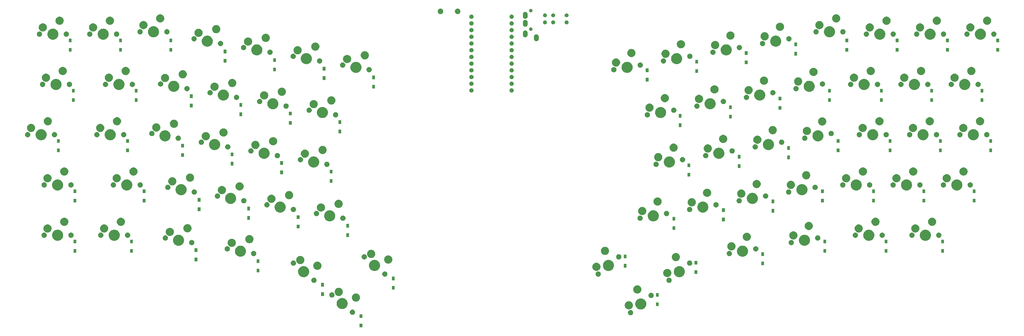
<source format=gts>
G04 #@! TF.GenerationSoftware,KiCad,Pcbnew,(5.1.5-0-10_14)*
G04 #@! TF.CreationDate,2020-06-18T23:30:57+09:00*
G04 #@! TF.ProjectId,angelina_integrated,616e6765-6c69-46e6-915f-696e74656772,rev?*
G04 #@! TF.SameCoordinates,Original*
G04 #@! TF.FileFunction,Soldermask,Top*
G04 #@! TF.FilePolarity,Negative*
%FSLAX46Y46*%
G04 Gerber Fmt 4.6, Leading zero omitted, Abs format (unit mm)*
G04 Created by KiCad (PCBNEW (5.1.5-0-10_14)) date 2020-06-18 23:30:57*
%MOMM*%
%LPD*%
G04 APERTURE LIST*
%ADD10C,0.500000*%
G04 APERTURE END LIST*
D10*
G36*
X159474304Y-193273496D02*
G01*
X158422304Y-193273496D01*
X158422304Y-191871496D01*
X159474304Y-191871496D01*
X159474304Y-193273496D01*
G37*
G36*
X159474304Y-189723496D02*
G01*
X158422304Y-189723496D01*
X158422304Y-188321496D01*
X159474304Y-188321496D01*
X159474304Y-189723496D01*
G37*
G36*
X261201441Y-186699806D02*
G01*
X261298137Y-186719040D01*
X261480307Y-186794498D01*
X261644256Y-186904045D01*
X261783683Y-187043472D01*
X261893230Y-187207421D01*
X261968688Y-187389591D01*
X262007156Y-187582982D01*
X262007156Y-187780162D01*
X261968688Y-187973553D01*
X261893230Y-188155723D01*
X261783683Y-188319672D01*
X261644256Y-188459099D01*
X261480307Y-188568646D01*
X261298137Y-188644104D01*
X261201441Y-188663338D01*
X261104747Y-188682572D01*
X260907565Y-188682572D01*
X260810871Y-188663338D01*
X260714175Y-188644104D01*
X260532005Y-188568646D01*
X260368056Y-188459099D01*
X260228629Y-188319672D01*
X260119082Y-188155723D01*
X260043624Y-187973553D01*
X260005156Y-187780162D01*
X260005156Y-187582982D01*
X260043624Y-187389591D01*
X260119082Y-187207421D01*
X260228629Y-187043472D01*
X260368056Y-186904045D01*
X260532005Y-186794498D01*
X260714175Y-186719040D01*
X260907565Y-186680572D01*
X261104747Y-186680572D01*
X261201441Y-186699806D01*
G37*
G36*
X155988047Y-186551893D02*
G01*
X156170217Y-186627351D01*
X156334166Y-186736898D01*
X156473593Y-186876325D01*
X156583140Y-187040274D01*
X156658598Y-187222444D01*
X156697066Y-187415835D01*
X156697066Y-187613015D01*
X156658598Y-187806406D01*
X156583140Y-187988576D01*
X156473593Y-188152525D01*
X156334166Y-188291952D01*
X156170217Y-188401499D01*
X155988047Y-188476957D01*
X155891351Y-188496191D01*
X155794657Y-188515425D01*
X155597475Y-188515425D01*
X155500781Y-188496191D01*
X155404085Y-188476957D01*
X155221915Y-188401499D01*
X155057966Y-188291952D01*
X154918539Y-188152525D01*
X154808992Y-187988576D01*
X154733534Y-187806406D01*
X154695066Y-187613015D01*
X154695066Y-187415835D01*
X154733534Y-187222444D01*
X154808992Y-187040274D01*
X154918539Y-186876325D01*
X155057966Y-186736898D01*
X155221915Y-186627351D01*
X155404085Y-186551893D01*
X155597475Y-186513425D01*
X155794657Y-186513425D01*
X155988047Y-186551893D01*
G37*
G36*
X265375198Y-182369038D02*
G01*
X265510501Y-182395951D01*
X265892859Y-182554329D01*
X266236972Y-182784258D01*
X266529615Y-183076901D01*
X266759544Y-183421014D01*
X266881209Y-183714738D01*
X266917922Y-183803373D01*
X266998662Y-184209279D01*
X266998662Y-184623143D01*
X266944835Y-184893747D01*
X266917922Y-185029050D01*
X266759544Y-185411408D01*
X266529615Y-185755521D01*
X266236972Y-186048164D01*
X265892859Y-186278093D01*
X265510501Y-186436471D01*
X265375198Y-186463384D01*
X265104594Y-186517211D01*
X264690730Y-186517211D01*
X264420126Y-186463384D01*
X264284823Y-186436471D01*
X263902465Y-186278093D01*
X263558352Y-186048164D01*
X263265709Y-185755521D01*
X263035780Y-185411408D01*
X262877402Y-185029050D01*
X262850489Y-184893747D01*
X262796662Y-184623143D01*
X262796662Y-184209279D01*
X262877402Y-183803373D01*
X262914116Y-183714738D01*
X263035780Y-183421014D01*
X263265709Y-183076901D01*
X263558352Y-182784258D01*
X263902465Y-182554329D01*
X264284823Y-182395951D01*
X264420126Y-182369038D01*
X264690730Y-182315211D01*
X265104594Y-182315211D01*
X265375198Y-182369038D01*
G37*
G36*
X260648937Y-183398281D02*
G01*
X260798762Y-183428083D01*
X261081026Y-183545000D01*
X261335057Y-183714738D01*
X261551093Y-183930774D01*
X261720831Y-184184805D01*
X261837748Y-184467069D01*
X261897352Y-184766719D01*
X261897352Y-185072239D01*
X261837748Y-185371889D01*
X261720831Y-185654153D01*
X261551093Y-185908184D01*
X261335057Y-186124220D01*
X261081026Y-186293958D01*
X260798762Y-186410875D01*
X260670082Y-186436471D01*
X260499113Y-186470479D01*
X260193591Y-186470479D01*
X260022622Y-186436471D01*
X259893942Y-186410875D01*
X259611678Y-186293958D01*
X259357647Y-186124220D01*
X259141611Y-185908184D01*
X258971873Y-185654153D01*
X258854956Y-185371889D01*
X258795352Y-185072239D01*
X258795352Y-184766719D01*
X258854956Y-184467069D01*
X258971873Y-184184805D01*
X259141611Y-183930774D01*
X259357647Y-183714738D01*
X259611678Y-183545000D01*
X259893942Y-183428083D01*
X260043767Y-183398281D01*
X260193591Y-183368479D01*
X260499113Y-183368479D01*
X260648937Y-183398281D01*
G37*
G36*
X152282096Y-182201891D02*
G01*
X152417399Y-182228804D01*
X152799757Y-182387182D01*
X153143870Y-182617111D01*
X153436513Y-182909754D01*
X153666442Y-183253867D01*
X153760787Y-183481635D01*
X153824820Y-183636226D01*
X153905560Y-184042132D01*
X153905560Y-184455996D01*
X153824820Y-184861902D01*
X153666443Y-185244259D01*
X153436514Y-185588373D01*
X153143869Y-185881018D01*
X153103212Y-185908184D01*
X152799757Y-186110946D01*
X152417399Y-186269324D01*
X152293555Y-186293958D01*
X152011492Y-186350064D01*
X151597628Y-186350064D01*
X151315565Y-186293958D01*
X151191721Y-186269324D01*
X150809363Y-186110946D01*
X150505908Y-185908184D01*
X150465251Y-185881018D01*
X150172606Y-185588373D01*
X149942677Y-185244259D01*
X149784300Y-184861902D01*
X149703560Y-184455996D01*
X149703560Y-184042132D01*
X149784300Y-183636226D01*
X149848334Y-183481635D01*
X149942678Y-183253867D01*
X150172607Y-182909754D01*
X150465250Y-182617111D01*
X150809363Y-182387182D01*
X151191721Y-182228804D01*
X151327024Y-182201891D01*
X151597628Y-182148064D01*
X152011492Y-182148064D01*
X152282096Y-182201891D01*
G37*
G36*
X271690616Y-185236784D02*
G01*
X270638616Y-185236784D01*
X270638616Y-183834784D01*
X271690616Y-183834784D01*
X271690616Y-185236784D01*
G37*
G36*
X157187468Y-180443025D02*
G01*
X157468084Y-180498843D01*
X157750348Y-180615760D01*
X158004379Y-180785498D01*
X158220415Y-181001534D01*
X158390153Y-181255565D01*
X158507070Y-181537829D01*
X158536699Y-181686784D01*
X158566674Y-181837478D01*
X158566674Y-182143000D01*
X158549606Y-182228804D01*
X158507070Y-182442649D01*
X158390153Y-182724913D01*
X158220415Y-182978944D01*
X158004379Y-183194980D01*
X157750348Y-183364718D01*
X157468084Y-183481635D01*
X157318259Y-183511437D01*
X157168435Y-183541239D01*
X156862913Y-183541239D01*
X156713089Y-183511437D01*
X156563264Y-183481635D01*
X156281000Y-183364718D01*
X156026969Y-183194980D01*
X155810933Y-182978944D01*
X155641195Y-182724913D01*
X155524278Y-182442649D01*
X155481742Y-182228804D01*
X155464674Y-182143000D01*
X155464674Y-181837478D01*
X155494649Y-181686784D01*
X155524278Y-181537829D01*
X155641195Y-181255565D01*
X155810933Y-181001534D01*
X156026969Y-180785498D01*
X156281000Y-180615760D01*
X156563264Y-180498843D01*
X156843880Y-180443025D01*
X156862913Y-180439239D01*
X157168435Y-180439239D01*
X157187468Y-180443025D01*
G37*
G36*
X269081149Y-180188318D02*
G01*
X269263319Y-180263776D01*
X269427268Y-180373323D01*
X269566695Y-180512750D01*
X269676242Y-180676699D01*
X269751700Y-180858869D01*
X269790168Y-181052260D01*
X269790168Y-181249440D01*
X269751700Y-181442831D01*
X269676242Y-181625001D01*
X269566695Y-181788950D01*
X269427268Y-181928377D01*
X269263319Y-182037924D01*
X269081149Y-182113382D01*
X268887759Y-182151850D01*
X268690577Y-182151850D01*
X268497187Y-182113382D01*
X268315017Y-182037924D01*
X268151068Y-181928377D01*
X268011641Y-181788950D01*
X267902094Y-181625001D01*
X267826636Y-181442831D01*
X267788168Y-181249440D01*
X267788168Y-181052260D01*
X267826636Y-180858869D01*
X267902094Y-180676699D01*
X268011641Y-180512750D01*
X268151068Y-180373323D01*
X268315017Y-180263776D01*
X268497187Y-180188318D01*
X268593883Y-180169084D01*
X268690577Y-180149850D01*
X268887759Y-180149850D01*
X269081149Y-180188318D01*
G37*
G36*
X148205035Y-180021171D02*
G01*
X148387205Y-180096629D01*
X148551154Y-180206176D01*
X148690581Y-180345603D01*
X148800128Y-180509552D01*
X148875586Y-180691722D01*
X148914054Y-180885113D01*
X148914054Y-181082293D01*
X148875586Y-181275684D01*
X148800128Y-181457854D01*
X148690581Y-181621803D01*
X148551154Y-181761230D01*
X148387205Y-181870777D01*
X148205035Y-181946235D01*
X148011645Y-181984703D01*
X147814463Y-181984703D01*
X147621073Y-181946235D01*
X147438903Y-181870777D01*
X147274954Y-181761230D01*
X147135527Y-181621803D01*
X147025980Y-181457854D01*
X146950522Y-181275684D01*
X146912054Y-181082293D01*
X146912054Y-180885113D01*
X146950522Y-180691722D01*
X147025980Y-180509552D01*
X147135527Y-180345603D01*
X147274954Y-180206176D01*
X147438903Y-180096629D01*
X147621073Y-180021171D01*
X147814463Y-179982703D01*
X148011645Y-179982703D01*
X148205035Y-180021171D01*
G37*
G36*
X271690616Y-181686784D02*
G01*
X270638616Y-181686784D01*
X270638616Y-180284784D01*
X271690616Y-180284784D01*
X271690616Y-181686784D01*
G37*
G36*
X150821196Y-178333092D02*
G01*
X150971021Y-178362894D01*
X151253285Y-178479811D01*
X151507316Y-178649549D01*
X151723352Y-178865585D01*
X151893090Y-179119616D01*
X152010007Y-179401880D01*
X152069611Y-179701530D01*
X152069611Y-180007050D01*
X152010007Y-180306700D01*
X151893090Y-180588964D01*
X151723352Y-180842995D01*
X151507316Y-181059031D01*
X151253285Y-181228769D01*
X150971021Y-181345686D01*
X150862581Y-181367256D01*
X150671372Y-181405290D01*
X150365850Y-181405290D01*
X150174641Y-181367256D01*
X150066201Y-181345686D01*
X149783937Y-181228769D01*
X149529906Y-181059031D01*
X149313870Y-180842995D01*
X149144132Y-180588964D01*
X149027215Y-180306700D01*
X148967611Y-180007050D01*
X148967611Y-179701530D01*
X149027215Y-179401880D01*
X149144132Y-179119616D01*
X149313870Y-178865585D01*
X149529906Y-178649549D01*
X149783937Y-178479811D01*
X150066201Y-178362894D01*
X150216026Y-178333092D01*
X150365850Y-178303290D01*
X150671372Y-178303290D01*
X150821196Y-178333092D01*
G37*
G36*
X144889160Y-181367256D02*
G01*
X143837160Y-181367256D01*
X143837160Y-179965256D01*
X144889160Y-179965256D01*
X144889160Y-181367256D01*
G37*
G36*
X263880639Y-177370827D02*
G01*
X264030464Y-177400629D01*
X264312728Y-177517546D01*
X264566759Y-177687284D01*
X264782795Y-177903320D01*
X264952533Y-178157351D01*
X265069450Y-178439615D01*
X265129054Y-178739265D01*
X265129054Y-179044785D01*
X265069450Y-179344435D01*
X264952533Y-179626699D01*
X264782795Y-179880730D01*
X264566759Y-180096766D01*
X264312728Y-180266504D01*
X264030464Y-180383421D01*
X263880639Y-180413223D01*
X263730815Y-180443025D01*
X263425293Y-180443025D01*
X263275469Y-180413223D01*
X263125644Y-180383421D01*
X262843380Y-180266504D01*
X262589349Y-180096766D01*
X262373313Y-179880730D01*
X262203575Y-179626699D01*
X262086658Y-179344435D01*
X262027054Y-179044785D01*
X262027054Y-178739265D01*
X262086658Y-178439615D01*
X262203575Y-178157351D01*
X262373313Y-177903320D01*
X262589349Y-177687284D01*
X262843380Y-177517546D01*
X263125644Y-177400629D01*
X263275469Y-177370827D01*
X263425293Y-177341025D01*
X263730815Y-177341025D01*
X263880639Y-177370827D01*
G37*
G36*
X171678200Y-178986008D02*
G01*
X170626200Y-178986008D01*
X170626200Y-177584008D01*
X171678200Y-177584008D01*
X171678200Y-178986008D01*
G37*
G36*
X144889160Y-177817256D02*
G01*
X143837160Y-177817256D01*
X143837160Y-176415256D01*
X144889160Y-176415256D01*
X144889160Y-177817256D01*
G37*
G36*
X141411091Y-174473946D02*
G01*
X141593261Y-174549404D01*
X141757210Y-174658951D01*
X141896637Y-174798378D01*
X142006184Y-174962327D01*
X142081642Y-175144497D01*
X142120110Y-175337888D01*
X142120110Y-175535068D01*
X142081642Y-175728459D01*
X142006184Y-175910629D01*
X141896637Y-176074578D01*
X141757210Y-176214005D01*
X141593261Y-176323552D01*
X141411091Y-176399010D01*
X141329417Y-176415256D01*
X141217701Y-176437478D01*
X141020519Y-176437478D01*
X140908803Y-176415256D01*
X140827129Y-176399010D01*
X140644959Y-176323552D01*
X140481010Y-176214005D01*
X140341583Y-176074578D01*
X140232036Y-175910629D01*
X140156578Y-175728459D01*
X140118110Y-175535068D01*
X140118110Y-175337888D01*
X140156578Y-175144497D01*
X140232036Y-174962327D01*
X140341583Y-174798378D01*
X140481010Y-174658951D01*
X140644959Y-174549404D01*
X140827129Y-174473946D01*
X141020519Y-174435478D01*
X141217701Y-174435478D01*
X141411091Y-174473946D01*
G37*
G36*
X275891271Y-174473946D02*
G01*
X276073441Y-174549404D01*
X276237390Y-174658951D01*
X276376817Y-174798378D01*
X276486364Y-174962327D01*
X276561822Y-175144497D01*
X276600290Y-175337888D01*
X276600290Y-175535068D01*
X276561822Y-175728459D01*
X276486364Y-175910629D01*
X276376817Y-176074578D01*
X276237390Y-176214005D01*
X276073441Y-176323552D01*
X275891271Y-176399010D01*
X275809597Y-176415256D01*
X275697881Y-176437478D01*
X275500699Y-176437478D01*
X275388983Y-176415256D01*
X275307309Y-176399010D01*
X275125139Y-176323552D01*
X274961190Y-176214005D01*
X274821763Y-176074578D01*
X274712216Y-175910629D01*
X274636758Y-175728459D01*
X274598290Y-175535068D01*
X274598290Y-175337888D01*
X274636758Y-175144497D01*
X274712216Y-174962327D01*
X274821763Y-174798378D01*
X274961190Y-174658951D01*
X275125139Y-174549404D01*
X275307309Y-174473946D01*
X275500699Y-174435478D01*
X275697881Y-174435478D01*
X275891271Y-174473946D01*
G37*
G36*
X171678200Y-175436008D02*
G01*
X170626200Y-175436008D01*
X170626200Y-174034008D01*
X171678200Y-174034008D01*
X171678200Y-175436008D01*
G37*
G36*
X137705140Y-170123944D02*
G01*
X137840443Y-170150857D01*
X138222801Y-170309235D01*
X138305813Y-170364702D01*
X138477030Y-170479105D01*
X138566914Y-170539164D01*
X138859557Y-170831807D01*
X139089486Y-171175920D01*
X139236601Y-171531086D01*
X139247864Y-171558279D01*
X139328604Y-171964185D01*
X139328604Y-172378049D01*
X139300045Y-172521624D01*
X139247864Y-172783956D01*
X139089486Y-173166314D01*
X138859557Y-173510427D01*
X138566914Y-173803070D01*
X138222801Y-174032999D01*
X137840443Y-174191377D01*
X137705140Y-174218290D01*
X137434536Y-174272117D01*
X137020672Y-174272117D01*
X136750068Y-174218290D01*
X136614765Y-174191377D01*
X136232407Y-174032999D01*
X135888294Y-173803070D01*
X135595651Y-173510427D01*
X135365722Y-173166314D01*
X135207344Y-172783956D01*
X135155163Y-172521624D01*
X135126604Y-172378049D01*
X135126604Y-171964185D01*
X135207344Y-171558279D01*
X135218608Y-171531086D01*
X135365722Y-171175920D01*
X135595651Y-170831807D01*
X135888294Y-170539164D01*
X135978179Y-170479105D01*
X136149395Y-170364702D01*
X136232407Y-170309235D01*
X136614765Y-170150857D01*
X136750068Y-170123944D01*
X137020672Y-170070117D01*
X137434536Y-170070117D01*
X137705140Y-170123944D01*
G37*
G36*
X279968332Y-170123944D02*
G01*
X280103635Y-170150857D01*
X280485993Y-170309235D01*
X280569005Y-170364702D01*
X280740222Y-170479105D01*
X280830106Y-170539164D01*
X281122749Y-170831807D01*
X281352678Y-171175920D01*
X281499793Y-171531086D01*
X281511056Y-171558279D01*
X281591796Y-171964185D01*
X281591796Y-172378049D01*
X281563237Y-172521624D01*
X281511056Y-172783956D01*
X281352678Y-173166314D01*
X281122749Y-173510427D01*
X280830106Y-173803070D01*
X280485993Y-174032999D01*
X280103635Y-174191377D01*
X279968332Y-174218290D01*
X279697728Y-174272117D01*
X279283864Y-174272117D01*
X279013260Y-174218290D01*
X278877957Y-174191377D01*
X278495599Y-174032999D01*
X278151486Y-173803070D01*
X277858843Y-173510427D01*
X277628914Y-173166314D01*
X277470536Y-172783956D01*
X277418355Y-172521624D01*
X277389796Y-172378049D01*
X277389796Y-171964185D01*
X277470536Y-171558279D01*
X277481800Y-171531086D01*
X277628914Y-171175920D01*
X277858843Y-170831807D01*
X278151486Y-170539164D01*
X278241371Y-170479105D01*
X278412587Y-170364702D01*
X278495599Y-170309235D01*
X278877957Y-170150857D01*
X279013260Y-170123944D01*
X279283864Y-170070117D01*
X279697728Y-170070117D01*
X279968332Y-170123944D01*
G37*
G36*
X275242071Y-171153187D02*
G01*
X275391896Y-171182989D01*
X275674160Y-171299906D01*
X275928191Y-171469644D01*
X276144227Y-171685680D01*
X276313965Y-171939711D01*
X276430882Y-172221975D01*
X276490486Y-172521625D01*
X276490486Y-172827145D01*
X276430882Y-173126795D01*
X276313965Y-173409059D01*
X276144227Y-173663090D01*
X275928191Y-173879126D01*
X275674160Y-174048864D01*
X275391896Y-174165781D01*
X275263216Y-174191377D01*
X275092247Y-174225385D01*
X274786725Y-174225385D01*
X274615756Y-174191377D01*
X274487076Y-174165781D01*
X274204812Y-174048864D01*
X273950781Y-173879126D01*
X273734745Y-173663090D01*
X273565007Y-173409059D01*
X273448090Y-173126795D01*
X273388486Y-172827145D01*
X273388486Y-172521625D01*
X273448090Y-172221975D01*
X273565007Y-171939711D01*
X273734745Y-171685680D01*
X273950781Y-171469644D01*
X274204812Y-171299906D01*
X274487076Y-171182989D01*
X274636901Y-171153187D01*
X274786725Y-171123385D01*
X275092247Y-171123385D01*
X275242071Y-171153187D01*
G37*
G36*
X248956347Y-172106672D02*
G01*
X249053043Y-172125906D01*
X249235213Y-172201364D01*
X249399162Y-172310911D01*
X249538589Y-172450338D01*
X249648136Y-172614287D01*
X249723594Y-172796457D01*
X249762062Y-172989848D01*
X249762062Y-173187028D01*
X249723594Y-173380419D01*
X249648136Y-173562589D01*
X249538589Y-173726538D01*
X249399162Y-173865965D01*
X249235213Y-173975512D01*
X249053043Y-174050970D01*
X248956347Y-174070204D01*
X248859653Y-174089438D01*
X248662471Y-174089438D01*
X248565777Y-174070204D01*
X248469081Y-174050970D01*
X248286911Y-173975512D01*
X248122962Y-173865965D01*
X247983535Y-173726538D01*
X247873988Y-173562589D01*
X247798530Y-173380419D01*
X247760062Y-173187028D01*
X247760062Y-172989848D01*
X247798530Y-172796457D01*
X247873988Y-172614287D01*
X247983535Y-172450338D01*
X248122962Y-172310911D01*
X248286911Y-172201364D01*
X248469081Y-172125906D01*
X248565777Y-172106672D01*
X248662471Y-172087438D01*
X248859653Y-172087438D01*
X248956347Y-172106672D01*
G37*
G36*
X168152623Y-172106672D02*
G01*
X168249319Y-172125906D01*
X168431489Y-172201364D01*
X168595438Y-172310911D01*
X168734865Y-172450338D01*
X168844412Y-172614287D01*
X168919870Y-172796457D01*
X168958338Y-172989848D01*
X168958338Y-173187028D01*
X168919870Y-173380419D01*
X168844412Y-173562589D01*
X168734865Y-173726538D01*
X168595438Y-173865965D01*
X168431489Y-173975512D01*
X168249319Y-174050970D01*
X168152623Y-174070204D01*
X168055929Y-174089438D01*
X167858747Y-174089438D01*
X167762053Y-174070204D01*
X167665357Y-174050970D01*
X167483187Y-173975512D01*
X167319238Y-173865965D01*
X167179811Y-173726538D01*
X167070264Y-173562589D01*
X166994806Y-173380419D01*
X166956338Y-173187028D01*
X166956338Y-172989848D01*
X166994806Y-172796457D01*
X167070264Y-172614287D01*
X167179811Y-172450338D01*
X167319238Y-172310911D01*
X167483187Y-172201364D01*
X167665357Y-172125906D01*
X167762053Y-172106672D01*
X167858747Y-172087438D01*
X168055929Y-172087438D01*
X168152623Y-172106672D01*
G37*
G36*
X286275760Y-173032888D02*
G01*
X285223760Y-173032888D01*
X285223760Y-171630888D01*
X286275760Y-171630888D01*
X286275760Y-173032888D01*
G37*
G36*
X120481368Y-172437576D02*
G01*
X119429368Y-172437576D01*
X119429368Y-171035576D01*
X120481368Y-171035576D01*
X120481368Y-172437576D01*
G37*
G36*
X253130104Y-167775904D02*
G01*
X253265407Y-167802817D01*
X253647765Y-167961195D01*
X253730777Y-168016662D01*
X253991877Y-168191123D01*
X254284522Y-168483768D01*
X254330752Y-168552956D01*
X254514450Y-168827880D01*
X254672828Y-169210238D01*
X254684266Y-169267739D01*
X254748700Y-169591671D01*
X254753568Y-169616147D01*
X254753568Y-170030007D01*
X254672828Y-170435916D01*
X254514450Y-170818274D01*
X254505407Y-170831808D01*
X254284522Y-171162386D01*
X253991877Y-171455031D01*
X253837355Y-171558279D01*
X253647765Y-171684959D01*
X253647764Y-171684960D01*
X253647763Y-171684960D01*
X253646022Y-171685681D01*
X253265407Y-171843337D01*
X253130104Y-171870250D01*
X252859500Y-171924077D01*
X252445636Y-171924077D01*
X252175032Y-171870250D01*
X252039729Y-171843337D01*
X251659114Y-171685681D01*
X251657373Y-171684960D01*
X251657372Y-171684960D01*
X251657371Y-171684959D01*
X251467781Y-171558279D01*
X251313259Y-171455031D01*
X251020614Y-171162386D01*
X250799729Y-170831808D01*
X250790686Y-170818274D01*
X250632308Y-170435916D01*
X250551568Y-170030007D01*
X250551568Y-169616147D01*
X250556437Y-169591671D01*
X250620870Y-169267739D01*
X250632308Y-169210238D01*
X250790686Y-168827880D01*
X250974384Y-168552956D01*
X251020614Y-168483768D01*
X251313259Y-168191123D01*
X251574359Y-168016662D01*
X251657371Y-167961195D01*
X252039729Y-167802817D01*
X252175032Y-167775904D01*
X252445636Y-167722077D01*
X252859500Y-167722077D01*
X253130104Y-167775904D01*
G37*
G36*
X164543368Y-167775904D02*
G01*
X164678671Y-167802817D01*
X165061029Y-167961195D01*
X165144041Y-168016662D01*
X165405141Y-168191123D01*
X165697786Y-168483768D01*
X165744016Y-168552956D01*
X165927714Y-168827880D01*
X166086092Y-169210238D01*
X166097530Y-169267739D01*
X166161964Y-169591671D01*
X166166832Y-169616147D01*
X166166832Y-170030007D01*
X166086092Y-170435916D01*
X165927714Y-170818274D01*
X165918671Y-170831808D01*
X165697786Y-171162386D01*
X165405141Y-171455031D01*
X165250619Y-171558279D01*
X165061029Y-171684959D01*
X165061028Y-171684960D01*
X165061027Y-171684960D01*
X165059286Y-171685681D01*
X164678671Y-171843337D01*
X164543368Y-171870250D01*
X164272764Y-171924077D01*
X163858900Y-171924077D01*
X163588296Y-171870250D01*
X163452993Y-171843337D01*
X163072378Y-171685681D01*
X163070637Y-171684960D01*
X163070636Y-171684960D01*
X163070635Y-171684959D01*
X162881045Y-171558279D01*
X162726523Y-171455031D01*
X162433878Y-171162386D01*
X162212993Y-170831808D01*
X162203950Y-170818274D01*
X162045572Y-170435916D01*
X161964832Y-170030007D01*
X161964832Y-169616147D01*
X161969701Y-169591671D01*
X162034134Y-169267739D01*
X162045572Y-169210238D01*
X162203950Y-168827880D01*
X162387648Y-168552956D01*
X162433878Y-168483768D01*
X162726523Y-168191123D01*
X162987623Y-168016662D01*
X163070635Y-167961195D01*
X163452993Y-167802817D01*
X163588296Y-167775904D01*
X163858900Y-167722077D01*
X164272764Y-167722077D01*
X164543368Y-167775904D01*
G37*
G36*
X248403843Y-168805147D02*
G01*
X248553668Y-168834949D01*
X248835932Y-168951866D01*
X249089963Y-169121604D01*
X249305999Y-169337640D01*
X249475737Y-169591671D01*
X249590315Y-169868288D01*
X249592654Y-169873936D01*
X249630670Y-170065052D01*
X249652258Y-170173585D01*
X249652258Y-170479105D01*
X249592654Y-170778755D01*
X249475737Y-171061019D01*
X249305999Y-171315050D01*
X249089963Y-171531086D01*
X248835932Y-171700824D01*
X248553668Y-171817741D01*
X248424988Y-171843337D01*
X248254019Y-171877345D01*
X247948497Y-171877345D01*
X247777528Y-171843337D01*
X247648848Y-171817741D01*
X247366584Y-171700824D01*
X247112553Y-171531086D01*
X246896517Y-171315050D01*
X246726779Y-171061019D01*
X246609862Y-170778755D01*
X246550258Y-170479105D01*
X246550258Y-170173585D01*
X246571847Y-170065052D01*
X246609862Y-169873936D01*
X246612201Y-169868288D01*
X246726779Y-169591671D01*
X246896517Y-169337640D01*
X247112553Y-169121604D01*
X247366584Y-168951866D01*
X247648848Y-168834949D01*
X247798673Y-168805147D01*
X247948497Y-168775345D01*
X248254019Y-168775345D01*
X248403843Y-168805147D01*
G37*
G36*
X142741303Y-168391094D02*
G01*
X142891128Y-168420896D01*
X143173392Y-168537813D01*
X143427423Y-168707551D01*
X143643459Y-168923587D01*
X143813197Y-169177618D01*
X143896987Y-169379907D01*
X143930114Y-169459883D01*
X143989718Y-169759531D01*
X143989718Y-170065053D01*
X143959916Y-170214877D01*
X143930114Y-170364702D01*
X143813197Y-170646966D01*
X143643459Y-170900997D01*
X143427423Y-171117033D01*
X143173392Y-171286771D01*
X142891128Y-171403688D01*
X142741303Y-171433490D01*
X142591479Y-171463292D01*
X142285957Y-171463292D01*
X142136133Y-171433490D01*
X141986308Y-171403688D01*
X141704044Y-171286771D01*
X141450013Y-171117033D01*
X141233977Y-170900997D01*
X141064239Y-170646966D01*
X140947322Y-170364702D01*
X140917520Y-170214877D01*
X140887718Y-170065053D01*
X140887718Y-169759531D01*
X140947322Y-169459883D01*
X140980449Y-169379907D01*
X141064239Y-169177618D01*
X141233977Y-168923587D01*
X141450013Y-168707551D01*
X141704044Y-168537813D01*
X141986308Y-168420896D01*
X142136133Y-168391094D01*
X142285957Y-168361292D01*
X142591479Y-168361292D01*
X142741303Y-168391094D01*
G37*
G36*
X259486720Y-170651640D02*
G01*
X258434720Y-170651640D01*
X258434720Y-169249640D01*
X259486720Y-169249640D01*
X259486720Y-170651640D01*
G37*
G36*
X133531383Y-167923990D02*
G01*
X133628079Y-167943224D01*
X133671464Y-167961195D01*
X133805373Y-168016662D01*
X133810249Y-168018682D01*
X133974198Y-168128229D01*
X134113625Y-168267656D01*
X134223172Y-168431605D01*
X134273438Y-168552956D01*
X134298630Y-168613776D01*
X134330769Y-168775345D01*
X134337098Y-168807166D01*
X134337098Y-169004346D01*
X134298630Y-169197737D01*
X134223172Y-169379907D01*
X134113625Y-169543856D01*
X133974198Y-169683283D01*
X133810249Y-169792830D01*
X133628079Y-169868288D01*
X133531383Y-169887522D01*
X133434689Y-169906756D01*
X133237507Y-169906756D01*
X133140813Y-169887522D01*
X133044117Y-169868288D01*
X132861947Y-169792830D01*
X132697998Y-169683283D01*
X132558571Y-169543856D01*
X132449024Y-169379907D01*
X132373566Y-169197737D01*
X132335098Y-169004346D01*
X132335098Y-168807166D01*
X132341428Y-168775345D01*
X132373566Y-168613776D01*
X132398759Y-168552956D01*
X132449024Y-168431605D01*
X132558571Y-168267656D01*
X132697998Y-168128229D01*
X132861947Y-168018682D01*
X132866824Y-168016662D01*
X133000732Y-167961195D01*
X133044117Y-167943224D01*
X133140813Y-167923990D01*
X133237507Y-167904756D01*
X133434689Y-167904756D01*
X133531383Y-167923990D01*
G37*
G36*
X283577587Y-167923990D02*
G01*
X283674283Y-167943224D01*
X283717668Y-167961195D01*
X283851577Y-168016662D01*
X283856453Y-168018682D01*
X284020402Y-168128229D01*
X284159829Y-168267656D01*
X284269376Y-168431605D01*
X284319642Y-168552956D01*
X284344834Y-168613776D01*
X284376973Y-168775345D01*
X284383302Y-168807166D01*
X284383302Y-169004346D01*
X284344834Y-169197737D01*
X284269376Y-169379907D01*
X284159829Y-169543856D01*
X284020402Y-169683283D01*
X283856453Y-169792830D01*
X283674283Y-169868288D01*
X283577587Y-169887522D01*
X283480893Y-169906756D01*
X283283711Y-169906756D01*
X283187017Y-169887522D01*
X283090321Y-169868288D01*
X282908151Y-169792830D01*
X282744202Y-169683283D01*
X282604775Y-169543856D01*
X282495228Y-169379907D01*
X282419770Y-169197737D01*
X282381302Y-169004346D01*
X282381302Y-168807166D01*
X282387632Y-168775345D01*
X282419770Y-168613776D01*
X282444963Y-168552956D01*
X282495228Y-168431605D01*
X282604775Y-168267656D01*
X282744202Y-168128229D01*
X282908151Y-168018682D01*
X282913028Y-168016662D01*
X283046936Y-167961195D01*
X283090321Y-167943224D01*
X283187017Y-167923990D01*
X283283711Y-167904756D01*
X283480893Y-167904756D01*
X283577587Y-167923990D01*
G37*
G36*
X311576520Y-169758672D02*
G01*
X310524520Y-169758672D01*
X310524520Y-168356672D01*
X311576520Y-168356672D01*
X311576520Y-169758672D01*
G37*
G36*
X286275760Y-169482888D02*
G01*
X285223760Y-169482888D01*
X285223760Y-168080888D01*
X286275760Y-168080888D01*
X286275760Y-169482888D01*
G37*
G36*
X136244240Y-166255145D02*
G01*
X136394065Y-166284947D01*
X136676329Y-166401864D01*
X136930360Y-166571602D01*
X137146396Y-166787638D01*
X137316134Y-167041669D01*
X137433051Y-167323933D01*
X137457091Y-167444790D01*
X137492655Y-167623582D01*
X137492655Y-167929104D01*
X137474837Y-168018681D01*
X137433051Y-168228753D01*
X137316134Y-168511017D01*
X137146396Y-168765048D01*
X136930360Y-168981084D01*
X136676329Y-169150822D01*
X136394065Y-169267739D01*
X136244240Y-169297541D01*
X136094416Y-169327343D01*
X135788894Y-169327343D01*
X135639070Y-169297541D01*
X135489245Y-169267739D01*
X135206981Y-169150822D01*
X134952950Y-168981084D01*
X134736914Y-168765048D01*
X134567176Y-168511017D01*
X134450259Y-168228753D01*
X134408473Y-168018681D01*
X134390655Y-167929104D01*
X134390655Y-167623582D01*
X134426219Y-167444790D01*
X134450259Y-167323933D01*
X134567176Y-167041669D01*
X134736914Y-166787638D01*
X134952950Y-166571602D01*
X135206981Y-166401864D01*
X135489245Y-166284947D01*
X135639070Y-166255145D01*
X135788894Y-166225343D01*
X136094416Y-166225343D01*
X136244240Y-166255145D01*
G37*
G36*
X169577907Y-166042731D02*
G01*
X169729356Y-166072856D01*
X170011620Y-166189773D01*
X170265651Y-166359511D01*
X170481687Y-166575547D01*
X170651425Y-166829578D01*
X170763164Y-167099341D01*
X170768342Y-167111843D01*
X170810530Y-167323933D01*
X170827946Y-167411492D01*
X170827946Y-167717012D01*
X170768342Y-168016662D01*
X170651425Y-168298926D01*
X170481687Y-168552957D01*
X170265651Y-168768993D01*
X170011620Y-168938731D01*
X169729356Y-169055648D01*
X169579531Y-169085450D01*
X169429707Y-169115252D01*
X169124185Y-169115252D01*
X168974361Y-169085450D01*
X168824536Y-169055648D01*
X168542272Y-168938731D01*
X168288241Y-168768993D01*
X168072205Y-168552957D01*
X167902467Y-168298926D01*
X167785550Y-168016662D01*
X167725946Y-167717012D01*
X167725946Y-167411492D01*
X167743363Y-167323933D01*
X167785550Y-167111843D01*
X167790728Y-167099341D01*
X167902467Y-166829578D01*
X168072205Y-166575547D01*
X168288241Y-166359511D01*
X168542272Y-166189773D01*
X168824536Y-166072856D01*
X168975985Y-166042731D01*
X169124185Y-166013252D01*
X169429707Y-166013252D01*
X169577907Y-166042731D01*
G37*
G36*
X120481368Y-168887576D02*
G01*
X119429368Y-168887576D01*
X119429368Y-167485576D01*
X120481368Y-167485576D01*
X120481368Y-168887576D01*
G37*
G36*
X96966544Y-168270392D02*
G01*
X95914544Y-168270392D01*
X95914544Y-166868392D01*
X96966544Y-166868392D01*
X96966544Y-168270392D01*
G37*
G36*
X278473773Y-165125733D02*
G01*
X278623598Y-165155535D01*
X278905862Y-165272452D01*
X279159893Y-165442190D01*
X279375929Y-165658226D01*
X279545667Y-165912257D01*
X279662584Y-166194521D01*
X279678127Y-166272660D01*
X279722188Y-166494170D01*
X279722188Y-166799692D01*
X279712241Y-166849697D01*
X279662584Y-167099341D01*
X279545667Y-167381605D01*
X279375929Y-167635636D01*
X279159893Y-167851672D01*
X278905862Y-168021410D01*
X278623598Y-168138327D01*
X278473773Y-168168129D01*
X278323949Y-168197931D01*
X278018427Y-168197931D01*
X277868603Y-168168129D01*
X277718778Y-168138327D01*
X277436514Y-168021410D01*
X277182483Y-167851672D01*
X276966447Y-167635636D01*
X276796709Y-167381605D01*
X276679792Y-167099341D01*
X276630135Y-166849697D01*
X276620188Y-166799692D01*
X276620188Y-166494170D01*
X276664249Y-166272660D01*
X276679792Y-166194521D01*
X276796709Y-165912257D01*
X276966447Y-165658226D01*
X277182483Y-165442190D01*
X277436514Y-165272452D01*
X277718778Y-165155535D01*
X277868603Y-165125733D01*
X278018427Y-165095931D01*
X278323949Y-165095931D01*
X278473773Y-165125733D01*
G37*
G36*
X160466307Y-165595184D02*
G01*
X160595121Y-165648541D01*
X160618503Y-165658226D01*
X160648477Y-165670642D01*
X160812426Y-165780189D01*
X160951853Y-165919616D01*
X161061400Y-166083565D01*
X161136858Y-166265735D01*
X161175326Y-166459126D01*
X161175326Y-166656306D01*
X161136858Y-166849697D01*
X161061400Y-167031867D01*
X160951853Y-167195816D01*
X160812426Y-167335243D01*
X160648477Y-167444790D01*
X160466307Y-167520248D01*
X160272917Y-167558716D01*
X160075735Y-167558716D01*
X159882345Y-167520248D01*
X159700175Y-167444790D01*
X159536226Y-167335243D01*
X159396799Y-167195816D01*
X159287252Y-167031867D01*
X159211794Y-166849697D01*
X159173326Y-166656306D01*
X159173326Y-166459126D01*
X159211794Y-166265735D01*
X159287252Y-166083565D01*
X159396799Y-165919616D01*
X159536226Y-165780189D01*
X159700175Y-165670642D01*
X159730150Y-165658226D01*
X159753531Y-165648541D01*
X159882345Y-165595184D01*
X160075735Y-165556716D01*
X160272917Y-165556716D01*
X160466307Y-165595184D01*
G37*
G36*
X256836055Y-165595184D02*
G01*
X256964869Y-165648541D01*
X256988251Y-165658226D01*
X257018225Y-165670642D01*
X257182174Y-165780189D01*
X257321601Y-165919616D01*
X257431148Y-166083565D01*
X257506606Y-166265735D01*
X257545074Y-166459126D01*
X257545074Y-166656306D01*
X257506606Y-166849697D01*
X257431148Y-167031867D01*
X257321601Y-167195816D01*
X257182174Y-167335243D01*
X257018225Y-167444790D01*
X256836055Y-167520248D01*
X256739359Y-167539482D01*
X256642665Y-167558716D01*
X256445483Y-167558716D01*
X256252093Y-167520248D01*
X256069923Y-167444790D01*
X255905974Y-167335243D01*
X255766547Y-167195816D01*
X255657000Y-167031867D01*
X255581542Y-166849697D01*
X255543074Y-166656306D01*
X255543074Y-166459126D01*
X255581542Y-166265735D01*
X255657000Y-166083565D01*
X255766547Y-165919616D01*
X255905974Y-165780189D01*
X256069923Y-165670642D01*
X256099898Y-165658226D01*
X256123279Y-165648541D01*
X256252093Y-165595184D01*
X256445483Y-165556716D01*
X256642665Y-165556716D01*
X256836055Y-165595184D01*
G37*
G36*
X259486720Y-167101640D02*
G01*
X258434720Y-167101640D01*
X258434720Y-165699640D01*
X259486720Y-165699640D01*
X259486720Y-167101640D01*
G37*
G36*
X163082468Y-163907105D02*
G01*
X163232293Y-163936907D01*
X163514557Y-164053824D01*
X163768588Y-164223562D01*
X163984624Y-164439598D01*
X164154362Y-164693629D01*
X164271279Y-164975893D01*
X164276259Y-165000930D01*
X164330883Y-165275542D01*
X164330883Y-165581064D01*
X164328074Y-165595184D01*
X164271279Y-165880713D01*
X164154362Y-166162977D01*
X163984624Y-166417008D01*
X163768588Y-166633044D01*
X163514557Y-166802782D01*
X163232293Y-166919699D01*
X163082468Y-166949501D01*
X162932644Y-166979303D01*
X162627122Y-166979303D01*
X162477298Y-166949501D01*
X162327473Y-166919699D01*
X162045209Y-166802782D01*
X161791178Y-166633044D01*
X161575142Y-166417008D01*
X161405404Y-166162977D01*
X161288487Y-165880713D01*
X161231692Y-165595184D01*
X161228883Y-165581064D01*
X161228883Y-165275542D01*
X161283507Y-165000930D01*
X161288487Y-164975893D01*
X161405404Y-164693629D01*
X161575142Y-164439598D01*
X161791178Y-164223562D01*
X162045209Y-164053824D01*
X162327473Y-163936907D01*
X162477298Y-163907105D01*
X162627122Y-163877303D01*
X162932644Y-163877303D01*
X163082468Y-163907105D01*
G37*
G36*
X113771417Y-162363605D02*
G01*
X113906720Y-162390518D01*
X114289078Y-162548896D01*
X114314845Y-162566113D01*
X114633190Y-162778824D01*
X114925835Y-163071469D01*
X115036214Y-163236664D01*
X115155763Y-163415581D01*
X115314141Y-163797939D01*
X115323797Y-163846482D01*
X115394881Y-164203846D01*
X115394881Y-164617710D01*
X115354889Y-164818762D01*
X115314141Y-165023617D01*
X115259499Y-165155535D01*
X115155764Y-165405973D01*
X114959543Y-165699640D01*
X114925834Y-165750088D01*
X114633191Y-166042731D01*
X114289078Y-166272660D01*
X113906720Y-166431038D01*
X113771417Y-166457951D01*
X113500813Y-166511778D01*
X113086949Y-166511778D01*
X112816345Y-166457951D01*
X112681042Y-166431038D01*
X112298684Y-166272660D01*
X111954571Y-166042731D01*
X111661928Y-165750088D01*
X111628220Y-165699640D01*
X111431998Y-165405973D01*
X111328263Y-165155535D01*
X111273621Y-165023617D01*
X111232873Y-164818762D01*
X111192881Y-164617710D01*
X111192881Y-164203846D01*
X111263965Y-163846482D01*
X111273621Y-163797939D01*
X111431999Y-163415581D01*
X111551548Y-163236664D01*
X111661927Y-163071469D01*
X111954572Y-162778824D01*
X112272917Y-162566113D01*
X112298684Y-162548896D01*
X112681042Y-162390518D01*
X112816345Y-162363605D01*
X113086949Y-162309778D01*
X113500813Y-162309778D01*
X113771417Y-162363605D01*
G37*
G36*
X303902055Y-162363605D02*
G01*
X304037358Y-162390518D01*
X304419716Y-162548896D01*
X304445483Y-162566113D01*
X304763828Y-162778824D01*
X305056473Y-163071469D01*
X305166852Y-163236664D01*
X305286401Y-163415581D01*
X305444779Y-163797939D01*
X305454435Y-163846482D01*
X305525519Y-164203846D01*
X305525519Y-164617710D01*
X305485527Y-164818762D01*
X305444779Y-165023617D01*
X305390137Y-165155535D01*
X305286402Y-165405973D01*
X305090181Y-165699640D01*
X305056472Y-165750088D01*
X304763829Y-166042731D01*
X304419716Y-166272660D01*
X304037358Y-166431038D01*
X303902055Y-166457951D01*
X303631451Y-166511778D01*
X303217587Y-166511778D01*
X302946983Y-166457951D01*
X302811680Y-166431038D01*
X302429322Y-166272660D01*
X302085209Y-166042731D01*
X301792566Y-165750088D01*
X301758858Y-165699640D01*
X301562636Y-165405973D01*
X301458901Y-165155535D01*
X301404259Y-165023617D01*
X301363511Y-164818762D01*
X301323519Y-164617710D01*
X301323519Y-164203846D01*
X301394603Y-163846482D01*
X301404259Y-163797939D01*
X301562637Y-163415581D01*
X301682186Y-163236664D01*
X301792565Y-163071469D01*
X302085210Y-162778824D01*
X302403555Y-162566113D01*
X302429322Y-162548896D01*
X302811680Y-162390518D01*
X302946983Y-162363605D01*
X303217587Y-162309778D01*
X303631451Y-162309778D01*
X303902055Y-162363605D01*
G37*
G36*
X118466989Y-164306172D02*
G01*
X118588685Y-164330379D01*
X118770855Y-164405837D01*
X118934804Y-164515384D01*
X119074231Y-164654811D01*
X119183778Y-164818760D01*
X119259236Y-165000930D01*
X119297704Y-165194321D01*
X119297704Y-165391501D01*
X119259236Y-165584892D01*
X119183778Y-165767062D01*
X119074231Y-165931011D01*
X118934804Y-166070438D01*
X118770855Y-166179985D01*
X118588685Y-166255443D01*
X118491989Y-166274677D01*
X118395295Y-166293911D01*
X118198113Y-166293911D01*
X118101419Y-166274677D01*
X118004723Y-166255443D01*
X117822553Y-166179985D01*
X117658604Y-166070438D01*
X117519177Y-165931011D01*
X117409630Y-165767062D01*
X117334172Y-165584892D01*
X117295704Y-165391501D01*
X117295704Y-165194321D01*
X117334172Y-165000930D01*
X117409630Y-164818760D01*
X117519177Y-164654811D01*
X117658604Y-164515384D01*
X117822553Y-164405837D01*
X118004723Y-164330379D01*
X118126419Y-164306172D01*
X118198113Y-164291911D01*
X118395295Y-164291911D01*
X118466989Y-164306172D01*
G37*
G36*
X298591981Y-164306172D02*
G01*
X298713677Y-164330379D01*
X298895847Y-164405837D01*
X299059796Y-164515384D01*
X299199223Y-164654811D01*
X299308770Y-164818760D01*
X299384228Y-165000930D01*
X299422696Y-165194321D01*
X299422696Y-165391501D01*
X299384228Y-165584892D01*
X299308770Y-165767062D01*
X299199223Y-165931011D01*
X299059796Y-166070438D01*
X298895847Y-166179985D01*
X298713677Y-166255443D01*
X298520287Y-166293911D01*
X298323105Y-166293911D01*
X298226411Y-166274677D01*
X298129715Y-166255443D01*
X297947545Y-166179985D01*
X297783596Y-166070438D01*
X297644169Y-165931011D01*
X297534622Y-165767062D01*
X297459164Y-165584892D01*
X297420696Y-165391501D01*
X297420696Y-165194321D01*
X297459164Y-165000930D01*
X297534622Y-164818760D01*
X297644169Y-164654811D01*
X297783596Y-164515384D01*
X297947545Y-164405837D01*
X298129715Y-164330379D01*
X298251411Y-164306172D01*
X298323105Y-164291911D01*
X298520287Y-164291911D01*
X298591981Y-164306172D01*
G37*
G36*
X311576520Y-166208672D02*
G01*
X310524520Y-166208672D01*
X310524520Y-164806672D01*
X311576520Y-164806672D01*
X311576520Y-166208672D01*
G37*
G36*
X251635545Y-162777693D02*
G01*
X251785370Y-162807495D01*
X252067634Y-162924412D01*
X252321665Y-163094150D01*
X252537701Y-163310186D01*
X252707439Y-163564217D01*
X252824356Y-163846481D01*
X252883960Y-164146131D01*
X252883960Y-164451651D01*
X252824356Y-164751301D01*
X252707439Y-165033565D01*
X252537701Y-165287596D01*
X252321665Y-165503632D01*
X252067634Y-165673370D01*
X251785370Y-165790287D01*
X251635545Y-165820089D01*
X251485721Y-165849891D01*
X251180199Y-165849891D01*
X251030375Y-165820089D01*
X250880550Y-165790287D01*
X250598286Y-165673370D01*
X250344255Y-165503632D01*
X250128219Y-165287596D01*
X249958481Y-165033565D01*
X249841564Y-164751301D01*
X249781960Y-164451651D01*
X249781960Y-164146131D01*
X249841564Y-163846481D01*
X249958481Y-163564217D01*
X250128219Y-163310186D01*
X250344255Y-163094150D01*
X250598286Y-162924412D01*
X250880550Y-162807495D01*
X251030375Y-162777693D01*
X251180199Y-162747891D01*
X251485721Y-162747891D01*
X251635545Y-162777693D01*
G37*
G36*
X335091344Y-164996176D02*
G01*
X334039344Y-164996176D01*
X334039344Y-163594176D01*
X335091344Y-163594176D01*
X335091344Y-164996176D01*
G37*
G36*
X51127520Y-164996176D02*
G01*
X50075520Y-164996176D01*
X50075520Y-163594176D01*
X51127520Y-163594176D01*
X51127520Y-164996176D01*
G37*
G36*
X358308512Y-164996176D02*
G01*
X357256512Y-164996176D01*
X357256512Y-163594176D01*
X358308512Y-163594176D01*
X358308512Y-164996176D01*
G37*
G36*
X72558752Y-164996176D02*
G01*
X71506752Y-164996176D01*
X71506752Y-163594176D01*
X72558752Y-163594176D01*
X72558752Y-164996176D01*
G37*
G36*
X379739744Y-164996176D02*
G01*
X378687744Y-164996176D01*
X378687744Y-163594176D01*
X379739744Y-163594176D01*
X379739744Y-164996176D01*
G37*
G36*
X96966544Y-164720392D02*
G01*
X95914544Y-164720392D01*
X95914544Y-163318392D01*
X96966544Y-163318392D01*
X96966544Y-164720392D01*
G37*
G36*
X308719323Y-162566113D02*
G01*
X308901493Y-162641571D01*
X309065442Y-162751118D01*
X309204869Y-162890545D01*
X309314416Y-163054494D01*
X309389874Y-163236664D01*
X309428342Y-163430055D01*
X309428342Y-163627235D01*
X309389874Y-163820626D01*
X309314416Y-164002796D01*
X309204869Y-164166745D01*
X309065442Y-164306172D01*
X308901493Y-164415719D01*
X308719323Y-164491177D01*
X308622627Y-164510411D01*
X308525933Y-164529645D01*
X308328751Y-164529645D01*
X308135361Y-164491177D01*
X307953191Y-164415719D01*
X307789242Y-164306172D01*
X307649815Y-164166745D01*
X307540268Y-164002796D01*
X307464810Y-163820626D01*
X307426342Y-163627235D01*
X307426342Y-163430055D01*
X307464810Y-163236664D01*
X307540268Y-163054494D01*
X307649815Y-162890545D01*
X307789242Y-162751118D01*
X307953191Y-162641571D01*
X308135361Y-162566113D01*
X308328751Y-162527645D01*
X308525933Y-162527645D01*
X308719323Y-162566113D01*
G37*
G36*
X108583039Y-162566113D02*
G01*
X108765209Y-162641571D01*
X108929158Y-162751118D01*
X109068585Y-162890545D01*
X109178132Y-163054494D01*
X109253590Y-163236664D01*
X109292058Y-163430055D01*
X109292058Y-163627235D01*
X109253590Y-163820626D01*
X109178132Y-164002796D01*
X109068585Y-164166745D01*
X108929158Y-164306172D01*
X108765209Y-164415719D01*
X108583039Y-164491177D01*
X108389649Y-164529645D01*
X108192467Y-164529645D01*
X107999077Y-164491177D01*
X107816907Y-164415719D01*
X107652958Y-164306172D01*
X107513531Y-164166745D01*
X107403984Y-164002796D01*
X107328526Y-163820626D01*
X107290058Y-163627235D01*
X107290058Y-163430055D01*
X107328526Y-163236664D01*
X107403984Y-163054494D01*
X107513531Y-162890545D01*
X107652958Y-162751118D01*
X107816907Y-162641571D01*
X107999077Y-162566113D01*
X108192467Y-162527645D01*
X108389649Y-162527645D01*
X108583039Y-162566113D01*
G37*
G36*
X299533920Y-161049768D02*
G01*
X299683745Y-161079570D01*
X299966009Y-161196487D01*
X300220040Y-161366225D01*
X300436076Y-161582261D01*
X300605814Y-161836292D01*
X300722731Y-162118556D01*
X300726532Y-162137666D01*
X300782335Y-162418205D01*
X300782335Y-162723727D01*
X300765672Y-162807495D01*
X300722731Y-163023376D01*
X300605814Y-163305640D01*
X300436076Y-163559671D01*
X300220040Y-163775707D01*
X299966009Y-163945445D01*
X299683745Y-164062362D01*
X299533920Y-164092164D01*
X299384096Y-164121966D01*
X299078574Y-164121966D01*
X298928750Y-164092164D01*
X298778925Y-164062362D01*
X298496661Y-163945445D01*
X298242630Y-163775707D01*
X298026594Y-163559671D01*
X297856856Y-163305640D01*
X297739939Y-163023376D01*
X297696998Y-162807495D01*
X297680335Y-162723727D01*
X297680335Y-162418205D01*
X297736138Y-162137666D01*
X297739939Y-162118556D01*
X297856856Y-161836292D01*
X298026594Y-161582261D01*
X298242630Y-161366225D01*
X298496661Y-161196487D01*
X298778925Y-161079570D01*
X298928750Y-161049768D01*
X299078574Y-161019966D01*
X299384096Y-161019966D01*
X299533920Y-161049768D01*
G37*
G36*
X110285415Y-159726569D02*
G01*
X110435240Y-159756371D01*
X110717504Y-159873288D01*
X110971535Y-160043026D01*
X111187571Y-160259062D01*
X111357309Y-160513093D01*
X111474226Y-160795357D01*
X111492778Y-160888623D01*
X111530760Y-161079570D01*
X111533830Y-161095007D01*
X111533830Y-161400527D01*
X111474226Y-161700177D01*
X111357309Y-161982441D01*
X111187571Y-162236472D01*
X110971535Y-162452508D01*
X110717504Y-162622246D01*
X110435240Y-162739163D01*
X110285415Y-162768965D01*
X110135591Y-162798767D01*
X109830069Y-162798767D01*
X109680245Y-162768965D01*
X109530420Y-162739163D01*
X109248156Y-162622246D01*
X108994125Y-162452508D01*
X108778089Y-162236472D01*
X108608351Y-161982441D01*
X108491434Y-161700177D01*
X108431830Y-161400527D01*
X108431830Y-161095007D01*
X108434901Y-161079570D01*
X108472882Y-160888623D01*
X108491434Y-160795357D01*
X108608351Y-160513093D01*
X108778089Y-160259062D01*
X108994125Y-160043026D01*
X109248156Y-159873288D01*
X109530420Y-159756371D01*
X109680245Y-159726569D01*
X109830069Y-159696767D01*
X110135591Y-159696767D01*
X110285415Y-159726569D01*
G37*
G36*
X327352770Y-158228611D02*
G01*
X327488073Y-158255524D01*
X327870431Y-158413902D01*
X327961185Y-158474542D01*
X328214543Y-158643830D01*
X328507188Y-158936475D01*
X328526812Y-158965845D01*
X328710051Y-159240081D01*
X328737117Y-159280589D01*
X328767521Y-159353992D01*
X328895494Y-159662945D01*
X328922407Y-159798248D01*
X328976234Y-160068852D01*
X328976234Y-160482716D01*
X328936242Y-160683768D01*
X328895494Y-160888623D01*
X328827091Y-161053762D01*
X328737117Y-161270979D01*
X328529126Y-161582261D01*
X328507187Y-161615094D01*
X328214544Y-161907737D01*
X327870431Y-162137666D01*
X327488073Y-162296044D01*
X327419027Y-162309778D01*
X327082166Y-162376784D01*
X326668302Y-162376784D01*
X326331441Y-162309778D01*
X326262395Y-162296044D01*
X325880037Y-162137666D01*
X325535924Y-161907737D01*
X325243281Y-161615094D01*
X325221343Y-161582261D01*
X325013351Y-161270979D01*
X324923377Y-161053762D01*
X324854974Y-160888623D01*
X324814226Y-160683768D01*
X324774234Y-160482716D01*
X324774234Y-160068852D01*
X324828061Y-159798248D01*
X324854974Y-159662945D01*
X324982947Y-159353992D01*
X325013351Y-159280589D01*
X325040418Y-159240081D01*
X325223656Y-158965845D01*
X325243280Y-158936475D01*
X325535925Y-158643830D01*
X325789283Y-158474542D01*
X325880037Y-158413902D01*
X326262395Y-158255524D01*
X326397698Y-158228611D01*
X326668302Y-158174784D01*
X327082166Y-158174784D01*
X327352770Y-158228611D01*
G37*
G36*
X90320702Y-158228611D02*
G01*
X90456005Y-158255524D01*
X90838363Y-158413902D01*
X90929117Y-158474542D01*
X91182475Y-158643830D01*
X91475120Y-158936475D01*
X91494744Y-158965845D01*
X91677983Y-159240081D01*
X91705049Y-159280589D01*
X91735453Y-159353992D01*
X91863426Y-159662945D01*
X91890339Y-159798248D01*
X91944166Y-160068852D01*
X91944166Y-160482716D01*
X91904174Y-160683768D01*
X91863426Y-160888623D01*
X91795023Y-161053762D01*
X91705049Y-161270979D01*
X91497058Y-161582261D01*
X91475119Y-161615094D01*
X91182476Y-161907737D01*
X90838363Y-162137666D01*
X90456005Y-162296044D01*
X90386959Y-162309778D01*
X90050098Y-162376784D01*
X89636234Y-162376784D01*
X89299373Y-162309778D01*
X89230327Y-162296044D01*
X88847969Y-162137666D01*
X88503856Y-161907737D01*
X88211213Y-161615094D01*
X88189275Y-161582261D01*
X87981283Y-161270979D01*
X87891309Y-161053762D01*
X87822906Y-160888623D01*
X87782158Y-160683768D01*
X87742166Y-160482716D01*
X87742166Y-160068852D01*
X87795993Y-159798248D01*
X87822906Y-159662945D01*
X87950879Y-159353992D01*
X87981283Y-159280589D01*
X88008350Y-159240081D01*
X88191588Y-158965845D01*
X88211212Y-158936475D01*
X88503857Y-158643830D01*
X88757215Y-158474542D01*
X88847969Y-158413902D01*
X89230327Y-158255524D01*
X89365630Y-158228611D01*
X89636234Y-158174784D01*
X90050098Y-158174784D01*
X90320702Y-158228611D01*
G37*
G36*
X322042696Y-160171178D02*
G01*
X322164392Y-160195385D01*
X322211478Y-160214889D01*
X322318121Y-160259062D01*
X322346562Y-160270843D01*
X322510511Y-160380390D01*
X322649938Y-160519817D01*
X322759485Y-160683766D01*
X322834943Y-160865936D01*
X322873411Y-161059327D01*
X322873411Y-161256507D01*
X322834943Y-161449898D01*
X322759485Y-161632068D01*
X322649938Y-161796017D01*
X322510511Y-161935444D01*
X322346562Y-162044991D01*
X322164392Y-162120449D01*
X322067696Y-162139683D01*
X321971002Y-162158917D01*
X321773820Y-162158917D01*
X321677126Y-162139683D01*
X321580430Y-162120449D01*
X321398260Y-162044991D01*
X321234311Y-161935444D01*
X321094884Y-161796017D01*
X320985337Y-161632068D01*
X320909879Y-161449898D01*
X320871411Y-161256507D01*
X320871411Y-161059327D01*
X320909879Y-160865936D01*
X320985337Y-160683766D01*
X321094884Y-160519817D01*
X321234311Y-160380390D01*
X321398260Y-160270843D01*
X321426702Y-160259062D01*
X321533344Y-160214889D01*
X321580430Y-160195385D01*
X321702126Y-160171178D01*
X321773820Y-160156917D01*
X321971002Y-160156917D01*
X322042696Y-160171178D01*
G37*
G36*
X95016274Y-160171178D02*
G01*
X95137970Y-160195385D01*
X95185056Y-160214889D01*
X95291699Y-160259062D01*
X95320140Y-160270843D01*
X95484089Y-160380390D01*
X95623516Y-160519817D01*
X95733063Y-160683766D01*
X95808521Y-160865936D01*
X95846989Y-161059327D01*
X95846989Y-161256507D01*
X95808521Y-161449898D01*
X95733063Y-161632068D01*
X95623516Y-161796017D01*
X95484089Y-161935444D01*
X95320140Y-162044991D01*
X95137970Y-162120449D01*
X95041274Y-162139683D01*
X94944580Y-162158917D01*
X94747398Y-162158917D01*
X94650704Y-162139683D01*
X94554008Y-162120449D01*
X94371838Y-162044991D01*
X94207889Y-161935444D01*
X94068462Y-161796017D01*
X93958915Y-161632068D01*
X93883457Y-161449898D01*
X93844989Y-161256507D01*
X93844989Y-161059327D01*
X93883457Y-160865936D01*
X93958915Y-160683766D01*
X94068462Y-160519817D01*
X94207889Y-160380390D01*
X94371838Y-160270843D01*
X94400280Y-160259062D01*
X94506922Y-160214889D01*
X94554008Y-160195385D01*
X94675704Y-160171178D01*
X94747398Y-160156917D01*
X94944580Y-160156917D01*
X95016274Y-160171178D01*
G37*
G36*
X379739744Y-161446176D02*
G01*
X378687744Y-161446176D01*
X378687744Y-160044176D01*
X379739744Y-160044176D01*
X379739744Y-161446176D01*
G37*
G36*
X358308512Y-161446176D02*
G01*
X357256512Y-161446176D01*
X357256512Y-160044176D01*
X358308512Y-160044176D01*
X358308512Y-161446176D01*
G37*
G36*
X335091344Y-161446176D02*
G01*
X334039344Y-161446176D01*
X334039344Y-160044176D01*
X335091344Y-160044176D01*
X335091344Y-161446176D01*
G37*
G36*
X72558752Y-161446176D02*
G01*
X71506752Y-161446176D01*
X71506752Y-160044176D01*
X72558752Y-160044176D01*
X72558752Y-161446176D01*
G37*
G36*
X51127520Y-161446176D02*
G01*
X50075520Y-161446176D01*
X50075520Y-160044176D01*
X51127520Y-160044176D01*
X51127520Y-161446176D01*
G37*
G36*
X116928178Y-158317513D02*
G01*
X117129835Y-158357625D01*
X117412099Y-158474542D01*
X117666130Y-158644280D01*
X117882166Y-158860316D01*
X118051904Y-159114347D01*
X118168821Y-159396611D01*
X118173334Y-159419298D01*
X118227638Y-159692301D01*
X118228425Y-159696261D01*
X118228425Y-160001781D01*
X118168821Y-160301431D01*
X118051904Y-160583695D01*
X117882166Y-160837726D01*
X117666130Y-161053762D01*
X117412099Y-161223500D01*
X117129835Y-161340417D01*
X117000089Y-161366225D01*
X116830186Y-161400021D01*
X116524664Y-161400021D01*
X116354761Y-161366225D01*
X116225015Y-161340417D01*
X115942751Y-161223500D01*
X115688720Y-161053762D01*
X115472684Y-160837726D01*
X115302946Y-160583695D01*
X115186029Y-160301431D01*
X115126425Y-160001781D01*
X115126425Y-159696261D01*
X115127213Y-159692301D01*
X115181516Y-159419298D01*
X115186029Y-159396611D01*
X115302946Y-159114347D01*
X115472684Y-158860316D01*
X115688720Y-158644280D01*
X115942751Y-158474542D01*
X116225015Y-158357625D01*
X116426672Y-158317513D01*
X116524664Y-158298021D01*
X116830186Y-158298021D01*
X116928178Y-158317513D01*
G37*
G36*
X305346383Y-157445690D02*
G01*
X305496208Y-157475492D01*
X305778472Y-157592409D01*
X306032503Y-157762147D01*
X306248539Y-157978183D01*
X306418277Y-158232214D01*
X306535194Y-158514478D01*
X306594798Y-158814128D01*
X306594798Y-159119648D01*
X306535194Y-159419298D01*
X306418277Y-159701562D01*
X306248539Y-159955593D01*
X306032503Y-160171629D01*
X305778472Y-160341367D01*
X305496208Y-160458284D01*
X305373390Y-160482714D01*
X305196559Y-160517888D01*
X304891037Y-160517888D01*
X304714206Y-160482714D01*
X304591388Y-160458284D01*
X304309124Y-160341367D01*
X304055093Y-160171629D01*
X303839057Y-159955593D01*
X303669319Y-159701562D01*
X303552402Y-159419298D01*
X303492798Y-159119648D01*
X303492798Y-158814128D01*
X303552402Y-158514478D01*
X303669319Y-158232214D01*
X303839057Y-157978183D01*
X304055093Y-157762147D01*
X304309124Y-157592409D01*
X304591388Y-157475492D01*
X304741213Y-157445690D01*
X304891037Y-157415888D01*
X305196559Y-157415888D01*
X305346383Y-157445690D01*
G37*
G36*
X373142223Y-156305833D02*
G01*
X373277526Y-156332746D01*
X373547893Y-156444736D01*
X373659851Y-156491110D01*
X373659884Y-156491124D01*
X373744502Y-156547664D01*
X374003996Y-156721052D01*
X374296641Y-157013697D01*
X374410825Y-157184586D01*
X374526560Y-157357795D01*
X374526570Y-157357811D01*
X374540099Y-157390474D01*
X374684942Y-157740154D01*
X374684947Y-157740168D01*
X374765687Y-158146074D01*
X374765687Y-158559938D01*
X374745033Y-158663773D01*
X374684947Y-158965845D01*
X374572957Y-159236212D01*
X374554577Y-159280587D01*
X374526569Y-159348203D01*
X374494224Y-159396611D01*
X374296641Y-159692315D01*
X374003996Y-159984960D01*
X373933968Y-160031751D01*
X373659884Y-160214888D01*
X373277526Y-160373266D01*
X373170016Y-160394651D01*
X372871619Y-160454006D01*
X372457755Y-160454006D01*
X372159358Y-160394651D01*
X372051848Y-160373266D01*
X371669490Y-160214888D01*
X371395406Y-160031751D01*
X371325378Y-159984960D01*
X371032733Y-159692315D01*
X370835150Y-159396611D01*
X370802805Y-159348203D01*
X370774798Y-159280587D01*
X370756417Y-159236212D01*
X370644427Y-158965845D01*
X370584341Y-158663773D01*
X370563687Y-158559938D01*
X370563687Y-158146074D01*
X370644427Y-157740168D01*
X370644433Y-157740154D01*
X370789275Y-157390474D01*
X370802804Y-157357811D01*
X370802815Y-157357795D01*
X370918549Y-157184586D01*
X371032733Y-157013697D01*
X371325378Y-156721052D01*
X371584872Y-156547664D01*
X371669490Y-156491124D01*
X371669524Y-156491110D01*
X371781481Y-156444736D01*
X372051848Y-156332746D01*
X372187151Y-156305833D01*
X372457755Y-156252006D01*
X372871619Y-156252006D01*
X373142223Y-156305833D01*
G37*
G36*
X351710991Y-156305833D02*
G01*
X351846294Y-156332746D01*
X352116661Y-156444736D01*
X352228619Y-156491110D01*
X352228652Y-156491124D01*
X352313270Y-156547664D01*
X352572764Y-156721052D01*
X352865409Y-157013697D01*
X352979593Y-157184586D01*
X353095328Y-157357795D01*
X353095338Y-157357811D01*
X353108867Y-157390474D01*
X353253710Y-157740154D01*
X353253715Y-157740168D01*
X353334455Y-158146074D01*
X353334455Y-158559938D01*
X353313801Y-158663773D01*
X353253715Y-158965845D01*
X353141725Y-159236212D01*
X353123345Y-159280587D01*
X353095337Y-159348203D01*
X353062992Y-159396611D01*
X352865409Y-159692315D01*
X352572764Y-159984960D01*
X352502736Y-160031751D01*
X352228652Y-160214888D01*
X351846294Y-160373266D01*
X351738784Y-160394651D01*
X351440387Y-160454006D01*
X351026523Y-160454006D01*
X350728126Y-160394651D01*
X350620616Y-160373266D01*
X350238258Y-160214888D01*
X349964174Y-160031751D01*
X349894146Y-159984960D01*
X349601501Y-159692315D01*
X349403918Y-159396611D01*
X349371573Y-159348203D01*
X349343566Y-159280587D01*
X349325185Y-159236212D01*
X349213195Y-158965845D01*
X349153109Y-158663773D01*
X349132455Y-158559938D01*
X349132455Y-158146074D01*
X349213195Y-157740168D01*
X349213201Y-157740154D01*
X349358043Y-157390474D01*
X349371572Y-157357811D01*
X349371583Y-157357795D01*
X349487317Y-157184586D01*
X349601501Y-157013697D01*
X349894146Y-156721052D01*
X350153640Y-156547664D01*
X350238258Y-156491124D01*
X350238292Y-156491110D01*
X350350249Y-156444736D01*
X350620616Y-156332746D01*
X350755919Y-156305833D01*
X351026523Y-156252006D01*
X351440387Y-156252006D01*
X351710991Y-156305833D01*
G37*
G36*
X65961856Y-156305819D02*
G01*
X66097159Y-156332732D01*
X66479517Y-156491110D01*
X66564156Y-156547664D01*
X66823629Y-156721038D01*
X67116274Y-157013683D01*
X67166269Y-157088506D01*
X67346202Y-157357795D01*
X67494123Y-157714907D01*
X67504580Y-157740154D01*
X67585320Y-158146060D01*
X67585320Y-158559924D01*
X67532167Y-158827141D01*
X67504580Y-158965831D01*
X67443062Y-159114349D01*
X67359727Y-159315538D01*
X67346202Y-159348189D01*
X67249949Y-159492242D01*
X67116274Y-159692301D01*
X66823629Y-159984946D01*
X66753580Y-160031751D01*
X66479517Y-160214874D01*
X66479516Y-160214875D01*
X66479515Y-160214875D01*
X66479481Y-160214889D01*
X66097159Y-160373252D01*
X65961856Y-160400165D01*
X65691252Y-160453992D01*
X65277388Y-160453992D01*
X65006784Y-160400165D01*
X64871481Y-160373252D01*
X64489159Y-160214889D01*
X64489125Y-160214875D01*
X64489124Y-160214875D01*
X64489123Y-160214874D01*
X64215060Y-160031751D01*
X64145011Y-159984946D01*
X63852366Y-159692301D01*
X63718691Y-159492242D01*
X63622438Y-159348189D01*
X63608914Y-159315538D01*
X63525578Y-159114349D01*
X63464060Y-158965831D01*
X63436473Y-158827141D01*
X63383320Y-158559924D01*
X63383320Y-158146060D01*
X63464060Y-157740154D01*
X63474518Y-157714907D01*
X63622438Y-157357795D01*
X63802371Y-157088506D01*
X63852366Y-157013683D01*
X64145011Y-156721038D01*
X64404484Y-156547664D01*
X64489123Y-156491110D01*
X64871481Y-156332732D01*
X65006784Y-156305819D01*
X65277388Y-156251992D01*
X65691252Y-156251992D01*
X65961856Y-156305819D01*
G37*
G36*
X44530624Y-156305819D02*
G01*
X44665927Y-156332732D01*
X45048285Y-156491110D01*
X45132924Y-156547664D01*
X45392397Y-156721038D01*
X45685042Y-157013683D01*
X45735037Y-157088506D01*
X45914970Y-157357795D01*
X46062891Y-157714907D01*
X46073348Y-157740154D01*
X46154088Y-158146060D01*
X46154088Y-158559924D01*
X46100935Y-158827141D01*
X46073348Y-158965831D01*
X46011830Y-159114349D01*
X45928495Y-159315538D01*
X45914970Y-159348189D01*
X45818717Y-159492242D01*
X45685042Y-159692301D01*
X45392397Y-159984946D01*
X45322348Y-160031751D01*
X45048285Y-160214874D01*
X45048284Y-160214875D01*
X45048283Y-160214875D01*
X45048249Y-160214889D01*
X44665927Y-160373252D01*
X44530624Y-160400165D01*
X44260020Y-160453992D01*
X43846156Y-160453992D01*
X43575552Y-160400165D01*
X43440249Y-160373252D01*
X43057927Y-160214889D01*
X43057893Y-160214875D01*
X43057892Y-160214875D01*
X43057891Y-160214874D01*
X42783828Y-160031751D01*
X42713779Y-159984946D01*
X42421134Y-159692301D01*
X42287459Y-159492242D01*
X42191206Y-159348189D01*
X42177682Y-159315538D01*
X42094346Y-159114349D01*
X42032828Y-158965831D01*
X42005241Y-158827141D01*
X41952088Y-158559924D01*
X41952088Y-158146060D01*
X42032828Y-157740154D01*
X42043286Y-157714907D01*
X42191206Y-157357795D01*
X42371139Y-157088506D01*
X42421134Y-157013683D01*
X42713779Y-156721038D01*
X42973252Y-156547664D01*
X43057891Y-156491110D01*
X43440249Y-156332732D01*
X43575552Y-156305819D01*
X43846156Y-156251992D01*
X44260020Y-156251992D01*
X44530624Y-156305819D01*
G37*
G36*
X332073342Y-158411885D02*
G01*
X332170038Y-158431119D01*
X332352208Y-158506577D01*
X332516157Y-158616124D01*
X332655584Y-158755551D01*
X332765131Y-158919500D01*
X332765132Y-158919502D01*
X332784328Y-158965845D01*
X332840589Y-159101670D01*
X332879057Y-159295061D01*
X332879057Y-159492241D01*
X332840589Y-159685632D01*
X332765131Y-159867802D01*
X332655584Y-160031751D01*
X332516157Y-160171178D01*
X332352208Y-160280725D01*
X332170038Y-160356183D01*
X332084227Y-160373252D01*
X331976648Y-160394651D01*
X331779466Y-160394651D01*
X331671887Y-160373252D01*
X331586076Y-160356183D01*
X331403906Y-160280725D01*
X331239957Y-160171178D01*
X331100530Y-160031751D01*
X330990983Y-159867802D01*
X330915525Y-159685632D01*
X330877057Y-159492241D01*
X330877057Y-159295061D01*
X330915525Y-159101670D01*
X330971786Y-158965845D01*
X330990982Y-158919502D01*
X330990983Y-158919500D01*
X331100530Y-158755551D01*
X331239957Y-158616124D01*
X331403906Y-158506577D01*
X331586076Y-158431119D01*
X331682772Y-158411885D01*
X331779466Y-158392651D01*
X331976648Y-158392651D01*
X332073342Y-158411885D01*
G37*
G36*
X85035628Y-158411885D02*
G01*
X85132324Y-158431119D01*
X85314494Y-158506577D01*
X85478443Y-158616124D01*
X85617870Y-158755551D01*
X85727417Y-158919500D01*
X85727418Y-158919502D01*
X85746614Y-158965845D01*
X85802875Y-159101670D01*
X85841343Y-159295061D01*
X85841343Y-159492241D01*
X85802875Y-159685632D01*
X85727417Y-159867802D01*
X85617870Y-160031751D01*
X85478443Y-160171178D01*
X85314494Y-160280725D01*
X85132324Y-160356183D01*
X85046513Y-160373252D01*
X84938934Y-160394651D01*
X84741752Y-160394651D01*
X84634173Y-160373252D01*
X84548362Y-160356183D01*
X84366192Y-160280725D01*
X84202243Y-160171178D01*
X84062816Y-160031751D01*
X83953269Y-159867802D01*
X83877811Y-159685632D01*
X83839343Y-159492241D01*
X83839343Y-159295061D01*
X83877811Y-159101670D01*
X83934072Y-158965845D01*
X83953268Y-158919502D01*
X83953269Y-158919500D01*
X84062816Y-158755551D01*
X84202243Y-158616124D01*
X84366192Y-158506577D01*
X84548362Y-158431119D01*
X84645058Y-158411885D01*
X84741752Y-158392651D01*
X84938934Y-158392651D01*
X85035628Y-158411885D01*
G37*
G36*
X322984635Y-156914774D02*
G01*
X323134460Y-156944576D01*
X323416724Y-157061493D01*
X323670755Y-157231231D01*
X323886791Y-157447267D01*
X324056529Y-157701298D01*
X324173446Y-157983562D01*
X324196901Y-158101477D01*
X324233050Y-158283211D01*
X324233050Y-158588733D01*
X324203248Y-158738557D01*
X324173446Y-158888382D01*
X324056529Y-159170646D01*
X323886791Y-159424677D01*
X323670755Y-159640713D01*
X323416724Y-159810451D01*
X323134460Y-159927368D01*
X322992568Y-159955592D01*
X322834811Y-159986972D01*
X322529289Y-159986972D01*
X322371532Y-159955592D01*
X322229640Y-159927368D01*
X321947376Y-159810451D01*
X321693345Y-159640713D01*
X321477309Y-159424677D01*
X321307571Y-159170646D01*
X321190654Y-158888382D01*
X321160852Y-158738557D01*
X321131050Y-158588733D01*
X321131050Y-158283211D01*
X321167199Y-158101477D01*
X321190654Y-157983562D01*
X321307571Y-157701298D01*
X321477309Y-157447267D01*
X321693345Y-157231231D01*
X321947376Y-157061493D01*
X322229640Y-156944576D01*
X322379465Y-156914774D01*
X322529289Y-156884972D01*
X322834811Y-156884972D01*
X322984635Y-156914774D01*
G37*
G36*
X346312373Y-157364006D02*
G01*
X346445436Y-157390474D01*
X346506790Y-157415888D01*
X346627573Y-157465918D01*
X346627606Y-157465932D01*
X346791555Y-157575479D01*
X346930982Y-157714906D01*
X347040529Y-157878855D01*
X347115987Y-158061025D01*
X347154455Y-158254416D01*
X347154455Y-158451596D01*
X347115987Y-158644987D01*
X347040529Y-158827157D01*
X346930982Y-158991106D01*
X346791555Y-159130533D01*
X346627606Y-159240080D01*
X346445436Y-159315538D01*
X346252046Y-159354006D01*
X346054864Y-159354006D01*
X345861474Y-159315538D01*
X345679304Y-159240080D01*
X345515355Y-159130533D01*
X345375928Y-158991106D01*
X345266381Y-158827157D01*
X345190923Y-158644987D01*
X345152455Y-158451596D01*
X345152455Y-158254416D01*
X345190923Y-158061025D01*
X345266381Y-157878855D01*
X345375928Y-157714906D01*
X345515355Y-157575479D01*
X345679304Y-157465932D01*
X345679338Y-157465918D01*
X345800120Y-157415888D01*
X345861474Y-157390474D01*
X345994537Y-157364006D01*
X346054864Y-157352006D01*
X346252046Y-157352006D01*
X346312373Y-157364006D01*
G37*
G36*
X356472373Y-157364006D02*
G01*
X356605436Y-157390474D01*
X356666790Y-157415888D01*
X356787573Y-157465918D01*
X356787606Y-157465932D01*
X356951555Y-157575479D01*
X357090982Y-157714906D01*
X357200529Y-157878855D01*
X357275987Y-158061025D01*
X357314455Y-158254416D01*
X357314455Y-158451596D01*
X357275987Y-158644987D01*
X357200529Y-158827157D01*
X357090982Y-158991106D01*
X356951555Y-159130533D01*
X356787606Y-159240080D01*
X356605436Y-159315538D01*
X356412046Y-159354006D01*
X356214864Y-159354006D01*
X356021474Y-159315538D01*
X355839304Y-159240080D01*
X355675355Y-159130533D01*
X355535928Y-158991106D01*
X355426381Y-158827157D01*
X355350923Y-158644987D01*
X355312455Y-158451596D01*
X355312455Y-158254416D01*
X355350923Y-158061025D01*
X355426381Y-157878855D01*
X355535928Y-157714906D01*
X355675355Y-157575479D01*
X355839304Y-157465932D01*
X355839338Y-157465918D01*
X355960120Y-157415888D01*
X356021474Y-157390474D01*
X356154537Y-157364006D01*
X356214864Y-157352006D01*
X356412046Y-157352006D01*
X356472373Y-157364006D01*
G37*
G36*
X367743605Y-157364006D02*
G01*
X367876668Y-157390474D01*
X367938022Y-157415888D01*
X368058805Y-157465918D01*
X368058838Y-157465932D01*
X368222787Y-157575479D01*
X368362214Y-157714906D01*
X368471761Y-157878855D01*
X368547219Y-158061025D01*
X368585687Y-158254416D01*
X368585687Y-158451596D01*
X368547219Y-158644987D01*
X368471761Y-158827157D01*
X368362214Y-158991106D01*
X368222787Y-159130533D01*
X368058838Y-159240080D01*
X367876668Y-159315538D01*
X367683278Y-159354006D01*
X367486096Y-159354006D01*
X367292706Y-159315538D01*
X367110536Y-159240080D01*
X366946587Y-159130533D01*
X366807160Y-158991106D01*
X366697613Y-158827157D01*
X366622155Y-158644987D01*
X366583687Y-158451596D01*
X366583687Y-158254416D01*
X366622155Y-158061025D01*
X366697613Y-157878855D01*
X366807160Y-157714906D01*
X366946587Y-157575479D01*
X367110536Y-157465932D01*
X367110570Y-157465918D01*
X367231352Y-157415888D01*
X367292706Y-157390474D01*
X367425769Y-157364006D01*
X367486096Y-157352006D01*
X367683278Y-157352006D01*
X367743605Y-157364006D01*
G37*
G36*
X377903605Y-157364006D02*
G01*
X378036668Y-157390474D01*
X378098022Y-157415888D01*
X378218805Y-157465918D01*
X378218838Y-157465932D01*
X378382787Y-157575479D01*
X378522214Y-157714906D01*
X378631761Y-157878855D01*
X378707219Y-158061025D01*
X378745687Y-158254416D01*
X378745687Y-158451596D01*
X378707219Y-158644987D01*
X378631761Y-158827157D01*
X378522214Y-158991106D01*
X378382787Y-159130533D01*
X378218838Y-159240080D01*
X378036668Y-159315538D01*
X377843278Y-159354006D01*
X377646096Y-159354006D01*
X377452706Y-159315538D01*
X377270536Y-159240080D01*
X377106587Y-159130533D01*
X376967160Y-158991106D01*
X376857613Y-158827157D01*
X376782155Y-158644987D01*
X376743687Y-158451596D01*
X376743687Y-158254416D01*
X376782155Y-158061025D01*
X376857613Y-157878855D01*
X376967160Y-157714906D01*
X377106587Y-157575479D01*
X377270536Y-157465932D01*
X377270570Y-157465918D01*
X377391352Y-157415888D01*
X377452706Y-157390474D01*
X377585769Y-157364006D01*
X377646096Y-157352006D01*
X377843278Y-157352006D01*
X377903605Y-157364006D01*
G37*
G36*
X39168373Y-157371226D02*
G01*
X39265069Y-157390460D01*
X39447239Y-157465918D01*
X39611188Y-157575465D01*
X39750615Y-157714892D01*
X39860162Y-157878841D01*
X39935620Y-158061011D01*
X39974088Y-158254402D01*
X39974088Y-158451582D01*
X39935620Y-158644973D01*
X39889817Y-158755551D01*
X39865554Y-158814127D01*
X39860162Y-158827143D01*
X39750615Y-158991092D01*
X39611188Y-159130519D01*
X39447239Y-159240066D01*
X39447238Y-159240067D01*
X39447237Y-159240067D01*
X39447203Y-159240081D01*
X39265069Y-159315524D01*
X39071679Y-159353992D01*
X38874497Y-159353992D01*
X38681107Y-159315524D01*
X38498973Y-159240081D01*
X38498939Y-159240067D01*
X38498938Y-159240067D01*
X38498937Y-159240066D01*
X38334988Y-159130519D01*
X38195561Y-158991092D01*
X38086014Y-158827143D01*
X38080623Y-158814127D01*
X38056359Y-158755551D01*
X38010556Y-158644973D01*
X37972088Y-158451582D01*
X37972088Y-158254402D01*
X38010556Y-158061011D01*
X38086014Y-157878841D01*
X38195561Y-157714892D01*
X38334988Y-157575465D01*
X38498937Y-157465918D01*
X38681107Y-157390460D01*
X38777803Y-157371226D01*
X38874497Y-157351992D01*
X39071679Y-157351992D01*
X39168373Y-157371226D01*
G37*
G36*
X49328373Y-157371226D02*
G01*
X49425069Y-157390460D01*
X49607239Y-157465918D01*
X49771188Y-157575465D01*
X49910615Y-157714892D01*
X50020162Y-157878841D01*
X50095620Y-158061011D01*
X50134088Y-158254402D01*
X50134088Y-158451582D01*
X50095620Y-158644973D01*
X50049817Y-158755551D01*
X50025554Y-158814127D01*
X50020162Y-158827143D01*
X49910615Y-158991092D01*
X49771188Y-159130519D01*
X49607239Y-159240066D01*
X49607238Y-159240067D01*
X49607237Y-159240067D01*
X49607203Y-159240081D01*
X49425069Y-159315524D01*
X49231679Y-159353992D01*
X49034497Y-159353992D01*
X48841107Y-159315524D01*
X48658973Y-159240081D01*
X48658939Y-159240067D01*
X48658938Y-159240067D01*
X48658937Y-159240066D01*
X48494988Y-159130519D01*
X48355561Y-158991092D01*
X48246014Y-158827143D01*
X48240623Y-158814127D01*
X48216359Y-158755551D01*
X48170556Y-158644973D01*
X48132088Y-158451582D01*
X48132088Y-158254402D01*
X48170556Y-158061011D01*
X48246014Y-157878841D01*
X48355561Y-157714892D01*
X48494988Y-157575465D01*
X48658937Y-157465918D01*
X48841107Y-157390460D01*
X48937803Y-157371226D01*
X49034497Y-157351992D01*
X49231679Y-157351992D01*
X49328373Y-157371226D01*
G37*
G36*
X70759605Y-157371226D02*
G01*
X70856301Y-157390460D01*
X71038471Y-157465918D01*
X71202420Y-157575465D01*
X71341847Y-157714892D01*
X71451394Y-157878841D01*
X71526852Y-158061011D01*
X71565320Y-158254402D01*
X71565320Y-158451582D01*
X71526852Y-158644973D01*
X71481049Y-158755551D01*
X71456786Y-158814127D01*
X71451394Y-158827143D01*
X71341847Y-158991092D01*
X71202420Y-159130519D01*
X71038471Y-159240066D01*
X71038470Y-159240067D01*
X71038469Y-159240067D01*
X71038435Y-159240081D01*
X70856301Y-159315524D01*
X70662911Y-159353992D01*
X70465729Y-159353992D01*
X70272339Y-159315524D01*
X70090205Y-159240081D01*
X70090171Y-159240067D01*
X70090170Y-159240067D01*
X70090169Y-159240066D01*
X69926220Y-159130519D01*
X69786793Y-158991092D01*
X69677246Y-158827143D01*
X69671855Y-158814127D01*
X69647591Y-158755551D01*
X69601788Y-158644973D01*
X69563320Y-158451582D01*
X69563320Y-158254402D01*
X69601788Y-158061011D01*
X69677246Y-157878841D01*
X69786793Y-157714892D01*
X69926220Y-157575465D01*
X70090169Y-157465918D01*
X70272339Y-157390460D01*
X70369035Y-157371226D01*
X70465729Y-157351992D01*
X70662911Y-157351992D01*
X70759605Y-157371226D01*
G37*
G36*
X60599605Y-157371226D02*
G01*
X60696301Y-157390460D01*
X60878471Y-157465918D01*
X61042420Y-157575465D01*
X61181847Y-157714892D01*
X61291394Y-157878841D01*
X61366852Y-158061011D01*
X61405320Y-158254402D01*
X61405320Y-158451582D01*
X61366852Y-158644973D01*
X61321049Y-158755551D01*
X61296786Y-158814127D01*
X61291394Y-158827143D01*
X61181847Y-158991092D01*
X61042420Y-159130519D01*
X60878471Y-159240066D01*
X60878470Y-159240067D01*
X60878469Y-159240067D01*
X60878435Y-159240081D01*
X60696301Y-159315524D01*
X60502911Y-159353992D01*
X60305729Y-159353992D01*
X60112339Y-159315524D01*
X59930205Y-159240081D01*
X59930171Y-159240067D01*
X59930170Y-159240067D01*
X59930169Y-159240066D01*
X59766220Y-159130519D01*
X59626793Y-158991092D01*
X59517246Y-158827143D01*
X59511855Y-158814127D01*
X59487591Y-158755551D01*
X59441788Y-158644973D01*
X59403320Y-158451582D01*
X59403320Y-158254402D01*
X59441788Y-158061011D01*
X59517246Y-157878841D01*
X59626793Y-157714892D01*
X59766220Y-157575465D01*
X59930169Y-157465918D01*
X60112339Y-157390460D01*
X60209035Y-157371226D01*
X60305729Y-157351992D01*
X60502911Y-157351992D01*
X60599605Y-157371226D01*
G37*
G36*
X154414152Y-159043056D02*
G01*
X153362152Y-159043056D01*
X153362152Y-157641056D01*
X154414152Y-157641056D01*
X154414152Y-159043056D01*
G37*
G36*
X86834700Y-155591575D02*
G01*
X86984525Y-155621377D01*
X87266789Y-155738294D01*
X87520820Y-155908032D01*
X87736856Y-156124068D01*
X87906594Y-156378099D01*
X88023511Y-156660363D01*
X88031939Y-156702732D01*
X88083115Y-156960012D01*
X88083115Y-157265534D01*
X88064763Y-157357795D01*
X88023511Y-157565183D01*
X87906594Y-157847447D01*
X87736856Y-158101478D01*
X87520820Y-158317514D01*
X87266789Y-158487252D01*
X86984525Y-158604169D01*
X86834700Y-158633971D01*
X86684876Y-158663773D01*
X86379354Y-158663773D01*
X86229530Y-158633971D01*
X86079705Y-158604169D01*
X85797441Y-158487252D01*
X85543410Y-158317514D01*
X85327374Y-158101478D01*
X85157636Y-157847447D01*
X85040719Y-157565183D01*
X84999467Y-157357795D01*
X84981115Y-157265534D01*
X84981115Y-156960012D01*
X85032291Y-156702732D01*
X85040719Y-156660363D01*
X85157636Y-156378099D01*
X85327374Y-156124068D01*
X85543410Y-155908032D01*
X85797441Y-155738294D01*
X86079705Y-155621377D01*
X86229530Y-155591575D01*
X86379354Y-155561773D01*
X86684876Y-155561773D01*
X86834700Y-155591575D01*
G37*
G36*
X369157272Y-154291808D02*
G01*
X369307097Y-154321610D01*
X369589361Y-154438527D01*
X369843392Y-154608265D01*
X370059428Y-154824301D01*
X370229166Y-155078332D01*
X370346083Y-155360596D01*
X370346083Y-155360597D01*
X370405687Y-155660245D01*
X370405687Y-155965767D01*
X370391590Y-156036635D01*
X370346083Y-156265416D01*
X370229166Y-156547680D01*
X370059428Y-156801711D01*
X369843392Y-157017747D01*
X369589361Y-157187485D01*
X369307097Y-157304402D01*
X369157272Y-157334204D01*
X369007448Y-157364006D01*
X368701926Y-157364006D01*
X368552102Y-157334204D01*
X368402277Y-157304402D01*
X368120013Y-157187485D01*
X367865982Y-157017747D01*
X367649946Y-156801711D01*
X367480208Y-156547680D01*
X367363291Y-156265416D01*
X367317784Y-156036635D01*
X367303687Y-155965767D01*
X367303687Y-155660245D01*
X367363291Y-155360597D01*
X367363291Y-155360596D01*
X367480208Y-155078332D01*
X367649946Y-154824301D01*
X367865982Y-154608265D01*
X368120013Y-154438527D01*
X368402277Y-154321610D01*
X368552102Y-154291808D01*
X368701926Y-154262006D01*
X369007448Y-154262006D01*
X369157272Y-154291808D01*
G37*
G36*
X347726040Y-154291808D02*
G01*
X347875865Y-154321610D01*
X348158129Y-154438527D01*
X348412160Y-154608265D01*
X348628196Y-154824301D01*
X348797934Y-155078332D01*
X348914851Y-155360596D01*
X348914851Y-155360597D01*
X348974455Y-155660245D01*
X348974455Y-155965767D01*
X348960358Y-156036635D01*
X348914851Y-156265416D01*
X348797934Y-156547680D01*
X348628196Y-156801711D01*
X348412160Y-157017747D01*
X348158129Y-157187485D01*
X347875865Y-157304402D01*
X347726040Y-157334204D01*
X347576216Y-157364006D01*
X347270694Y-157364006D01*
X347120870Y-157334204D01*
X346971045Y-157304402D01*
X346688781Y-157187485D01*
X346434750Y-157017747D01*
X346218714Y-156801711D01*
X346048976Y-156547680D01*
X345932059Y-156265416D01*
X345886552Y-156036635D01*
X345872455Y-155965767D01*
X345872455Y-155660245D01*
X345932059Y-155360597D01*
X345932059Y-155360596D01*
X346048976Y-155078332D01*
X346218714Y-154824301D01*
X346434750Y-154608265D01*
X346688781Y-154438527D01*
X346971045Y-154321610D01*
X347120870Y-154291808D01*
X347270694Y-154262006D01*
X347576216Y-154262006D01*
X347726040Y-154291808D01*
G37*
G36*
X40545673Y-154291794D02*
G01*
X40695498Y-154321596D01*
X40977762Y-154438513D01*
X41231793Y-154608251D01*
X41447829Y-154824287D01*
X41617567Y-155078318D01*
X41734484Y-155360582D01*
X41734484Y-155360583D01*
X41774403Y-155561266D01*
X41794088Y-155660232D01*
X41794088Y-155965752D01*
X41734484Y-156265402D01*
X41617567Y-156547666D01*
X41447829Y-156801697D01*
X41231793Y-157017733D01*
X40977762Y-157187471D01*
X40695498Y-157304388D01*
X40545673Y-157334190D01*
X40395849Y-157363992D01*
X40090327Y-157363992D01*
X39940503Y-157334190D01*
X39790678Y-157304388D01*
X39508414Y-157187471D01*
X39254383Y-157017733D01*
X39038347Y-156801697D01*
X38868609Y-156547666D01*
X38751692Y-156265402D01*
X38692088Y-155965752D01*
X38692088Y-155660232D01*
X38711774Y-155561266D01*
X38751692Y-155360583D01*
X38751692Y-155360582D01*
X38868609Y-155078318D01*
X39038347Y-154824287D01*
X39254383Y-154608251D01*
X39508414Y-154438513D01*
X39790678Y-154321596D01*
X39940503Y-154291794D01*
X40090327Y-154261992D01*
X40395849Y-154261992D01*
X40545673Y-154291794D01*
G37*
G36*
X61976905Y-154291794D02*
G01*
X62126730Y-154321596D01*
X62408994Y-154438513D01*
X62663025Y-154608251D01*
X62879061Y-154824287D01*
X63048799Y-155078318D01*
X63165716Y-155360582D01*
X63165716Y-155360583D01*
X63205635Y-155561266D01*
X63225320Y-155660232D01*
X63225320Y-155965752D01*
X63165716Y-156265402D01*
X63048799Y-156547666D01*
X62879061Y-156801697D01*
X62663025Y-157017733D01*
X62408994Y-157187471D01*
X62126730Y-157304388D01*
X61976905Y-157334190D01*
X61827081Y-157363992D01*
X61521559Y-157363992D01*
X61371735Y-157334190D01*
X61221910Y-157304388D01*
X60939646Y-157187471D01*
X60685615Y-157017733D01*
X60469579Y-156801697D01*
X60299841Y-156547666D01*
X60182924Y-156265402D01*
X60123320Y-155965752D01*
X60123320Y-155660232D01*
X60143006Y-155561266D01*
X60182924Y-155360583D01*
X60182924Y-155360582D01*
X60299841Y-155078318D01*
X60469579Y-154824287D01*
X60685615Y-154608251D01*
X60939646Y-154438513D01*
X61221910Y-154321596D01*
X61371735Y-154291794D01*
X61521559Y-154261992D01*
X61827081Y-154261992D01*
X61976905Y-154291794D01*
G37*
G36*
X93529295Y-154192829D02*
G01*
X93679120Y-154222631D01*
X93961384Y-154339548D01*
X94215415Y-154509286D01*
X94431451Y-154725322D01*
X94601189Y-154979353D01*
X94718106Y-155261617D01*
X94737794Y-155360596D01*
X94777710Y-155561266D01*
X94777710Y-155866788D01*
X94758022Y-155965766D01*
X94718106Y-156166437D01*
X94601189Y-156448701D01*
X94431451Y-156702732D01*
X94215415Y-156918768D01*
X93961384Y-157088506D01*
X93679120Y-157205423D01*
X93549374Y-157231231D01*
X93379471Y-157265027D01*
X93073949Y-157265027D01*
X92904046Y-157231231D01*
X92774300Y-157205423D01*
X92492036Y-157088506D01*
X92238005Y-156918768D01*
X92021969Y-156702732D01*
X91852231Y-156448701D01*
X91735314Y-156166437D01*
X91695398Y-155965766D01*
X91675710Y-155866788D01*
X91675710Y-155561266D01*
X91715626Y-155360596D01*
X91735314Y-155261617D01*
X91852231Y-154979353D01*
X92021969Y-154725322D01*
X92238005Y-154509286D01*
X92492036Y-154339548D01*
X92774300Y-154222631D01*
X92924125Y-154192829D01*
X93073949Y-154163027D01*
X93379471Y-154163027D01*
X93529295Y-154192829D01*
G37*
G36*
X328797098Y-153310696D02*
G01*
X328946923Y-153340498D01*
X329229187Y-153457415D01*
X329483218Y-153627153D01*
X329699254Y-153843189D01*
X329868992Y-154097220D01*
X329985909Y-154379484D01*
X329997653Y-154438527D01*
X330031417Y-154608266D01*
X330045513Y-154679134D01*
X330045513Y-154984654D01*
X329985909Y-155284304D01*
X329868992Y-155566568D01*
X329699254Y-155820599D01*
X329483218Y-156036635D01*
X329229187Y-156206373D01*
X328946923Y-156323290D01*
X328899384Y-156332746D01*
X328647274Y-156382894D01*
X328341752Y-156382894D01*
X328089642Y-156332746D01*
X328042103Y-156323290D01*
X327759839Y-156206373D01*
X327505808Y-156036635D01*
X327289772Y-155820599D01*
X327120034Y-155566568D01*
X327003117Y-155284304D01*
X326943513Y-154984654D01*
X326943513Y-154679134D01*
X326957610Y-154608266D01*
X326991373Y-154438527D01*
X327003117Y-154379484D01*
X327120034Y-154097220D01*
X327289772Y-153843189D01*
X327505808Y-153627153D01*
X327759839Y-153457415D01*
X328042103Y-153340498D01*
X328191928Y-153310696D01*
X328341752Y-153280894D01*
X328647274Y-153280894D01*
X328797098Y-153310696D01*
G37*
G36*
X277941392Y-156364152D02*
G01*
X276889392Y-156364152D01*
X276889392Y-154962152D01*
X277941392Y-154962152D01*
X277941392Y-156364152D01*
G37*
G36*
X135661824Y-155768840D02*
G01*
X134609824Y-155768840D01*
X134609824Y-154366840D01*
X135661824Y-154366840D01*
X135661824Y-155768840D01*
G37*
G36*
X154414152Y-155493056D02*
G01*
X153362152Y-155493056D01*
X153362152Y-154091056D01*
X154414152Y-154091056D01*
X154414152Y-155493056D01*
G37*
G36*
X354076040Y-151751808D02*
G01*
X354225865Y-151781610D01*
X354508129Y-151898527D01*
X354762160Y-152068265D01*
X354978196Y-152284301D01*
X355147934Y-152538332D01*
X355264851Y-152820596D01*
X355324455Y-153120246D01*
X355324455Y-153425766D01*
X355264851Y-153725416D01*
X355147934Y-154007680D01*
X354978196Y-154261711D01*
X354762160Y-154477747D01*
X354508129Y-154647485D01*
X354225865Y-154764402D01*
X354076040Y-154794204D01*
X353926216Y-154824006D01*
X353620694Y-154824006D01*
X353470870Y-154794204D01*
X353321045Y-154764402D01*
X353038781Y-154647485D01*
X352784750Y-154477747D01*
X352568714Y-154261711D01*
X352398976Y-154007680D01*
X352282059Y-153725416D01*
X352222455Y-153425766D01*
X352222455Y-153120246D01*
X352282059Y-152820596D01*
X352398976Y-152538332D01*
X352568714Y-152284301D01*
X352784750Y-152068265D01*
X353038781Y-151898527D01*
X353321045Y-151781610D01*
X353470870Y-151751808D01*
X353620694Y-151722006D01*
X353926216Y-151722006D01*
X354076040Y-151751808D01*
G37*
G36*
X375507272Y-151751808D02*
G01*
X375657097Y-151781610D01*
X375939361Y-151898527D01*
X376193392Y-152068265D01*
X376409428Y-152284301D01*
X376579166Y-152538332D01*
X376696083Y-152820596D01*
X376755687Y-153120246D01*
X376755687Y-153425766D01*
X376696083Y-153725416D01*
X376579166Y-154007680D01*
X376409428Y-154261711D01*
X376193392Y-154477747D01*
X375939361Y-154647485D01*
X375657097Y-154764402D01*
X375507272Y-154794204D01*
X375357448Y-154824006D01*
X375051926Y-154824006D01*
X374902102Y-154794204D01*
X374752277Y-154764402D01*
X374470013Y-154647485D01*
X374215982Y-154477747D01*
X373999946Y-154261711D01*
X373830208Y-154007680D01*
X373713291Y-153725416D01*
X373653687Y-153425766D01*
X373653687Y-153120246D01*
X373713291Y-152820596D01*
X373830208Y-152538332D01*
X373999946Y-152284301D01*
X374215982Y-152068265D01*
X374470013Y-151898527D01*
X374752277Y-151781610D01*
X374902102Y-151751808D01*
X375051926Y-151722006D01*
X375357448Y-151722006D01*
X375507272Y-151751808D01*
G37*
G36*
X68326905Y-151751794D02*
G01*
X68476730Y-151781596D01*
X68758994Y-151898513D01*
X69013025Y-152068251D01*
X69229061Y-152284287D01*
X69398799Y-152538318D01*
X69515716Y-152820582D01*
X69575320Y-153120232D01*
X69575320Y-153425752D01*
X69515716Y-153725402D01*
X69398799Y-154007666D01*
X69229061Y-154261697D01*
X69013025Y-154477733D01*
X68758994Y-154647471D01*
X68476730Y-154764388D01*
X68326905Y-154794190D01*
X68177081Y-154823992D01*
X67871559Y-154823992D01*
X67721735Y-154794190D01*
X67571910Y-154764388D01*
X67289646Y-154647471D01*
X67035615Y-154477733D01*
X66819579Y-154261697D01*
X66649841Y-154007666D01*
X66532924Y-153725402D01*
X66473320Y-153425752D01*
X66473320Y-153120232D01*
X66532924Y-152820582D01*
X66649841Y-152538318D01*
X66819579Y-152284287D01*
X67035615Y-152068251D01*
X67289646Y-151898513D01*
X67571910Y-151781596D01*
X67721735Y-151751794D01*
X67871559Y-151721992D01*
X68177081Y-151721992D01*
X68326905Y-151751794D01*
G37*
G36*
X46895673Y-151751794D02*
G01*
X47045498Y-151781596D01*
X47327762Y-151898513D01*
X47581793Y-152068251D01*
X47797829Y-152284287D01*
X47967567Y-152538318D01*
X48084484Y-152820582D01*
X48144088Y-153120232D01*
X48144088Y-153425752D01*
X48084484Y-153725402D01*
X47967567Y-154007666D01*
X47797829Y-154261697D01*
X47581793Y-154477733D01*
X47327762Y-154647471D01*
X47045498Y-154764388D01*
X46895673Y-154794190D01*
X46745849Y-154823992D01*
X46440327Y-154823992D01*
X46290503Y-154794190D01*
X46140678Y-154764388D01*
X45858414Y-154647471D01*
X45604383Y-154477733D01*
X45388347Y-154261697D01*
X45218609Y-154007666D01*
X45101692Y-153725402D01*
X45042088Y-153425752D01*
X45042088Y-153120232D01*
X45101692Y-152820582D01*
X45218609Y-152538318D01*
X45388347Y-152284287D01*
X45604383Y-152068251D01*
X45858414Y-151898513D01*
X46140678Y-151781596D01*
X46290503Y-151751794D01*
X46440327Y-151721992D01*
X46745849Y-151721992D01*
X46895673Y-151751794D01*
G37*
G36*
X270108130Y-148978525D02*
G01*
X270243433Y-149005438D01*
X270625791Y-149163816D01*
X270651558Y-149181033D01*
X270969903Y-149393744D01*
X271262548Y-149686389D01*
X271348964Y-149815720D01*
X271492476Y-150030501D01*
X271650854Y-150412859D01*
X271655367Y-150435546D01*
X271731594Y-150818766D01*
X271731594Y-151232630D01*
X271691602Y-151433682D01*
X271650854Y-151638537D01*
X271492476Y-152020895D01*
X271376732Y-152194118D01*
X271316483Y-152284288D01*
X271262547Y-152365008D01*
X270969904Y-152657651D01*
X270625791Y-152887580D01*
X270243433Y-153045958D01*
X270108130Y-153072871D01*
X269837526Y-153126698D01*
X269423662Y-153126698D01*
X269153058Y-153072871D01*
X269017755Y-153045958D01*
X268635397Y-152887580D01*
X268291284Y-152657651D01*
X267998641Y-152365008D01*
X267944706Y-152284288D01*
X267884456Y-152194118D01*
X267768712Y-152020895D01*
X267610334Y-151638537D01*
X267569586Y-151433682D01*
X267529594Y-151232630D01*
X267529594Y-150818766D01*
X267605821Y-150435546D01*
X267610334Y-150412859D01*
X267768712Y-150030501D01*
X267912224Y-149815720D01*
X267998640Y-149686389D01*
X268291285Y-149393744D01*
X268609630Y-149181033D01*
X268635397Y-149163816D01*
X269017755Y-149005438D01*
X269153058Y-148978525D01*
X269423662Y-148924698D01*
X269837526Y-148924698D01*
X270108130Y-148978525D01*
G37*
G36*
X147565342Y-148978525D02*
G01*
X147700645Y-149005438D01*
X148083003Y-149163816D01*
X148108770Y-149181033D01*
X148427115Y-149393744D01*
X148719760Y-149686389D01*
X148806176Y-149815720D01*
X148949688Y-150030501D01*
X149108066Y-150412859D01*
X149112579Y-150435546D01*
X149188806Y-150818766D01*
X149188806Y-151232630D01*
X149148814Y-151433682D01*
X149108066Y-151638537D01*
X148949688Y-152020895D01*
X148833944Y-152194118D01*
X148773695Y-152284288D01*
X148719759Y-152365008D01*
X148427116Y-152657651D01*
X148083003Y-152887580D01*
X147700645Y-153045958D01*
X147565342Y-153072871D01*
X147294738Y-153126698D01*
X146880874Y-153126698D01*
X146610270Y-153072871D01*
X146474967Y-153045958D01*
X146092609Y-152887580D01*
X145748496Y-152657651D01*
X145455853Y-152365008D01*
X145401918Y-152284288D01*
X145341668Y-152194118D01*
X145225924Y-152020895D01*
X145067546Y-151638537D01*
X145026798Y-151433682D01*
X144986806Y-151232630D01*
X144986806Y-150818766D01*
X145063033Y-150435546D01*
X145067546Y-150412859D01*
X145225924Y-150030501D01*
X145369436Y-149815720D01*
X145455852Y-149686389D01*
X145748497Y-149393744D01*
X146066842Y-149181033D01*
X146092609Y-149163816D01*
X146474967Y-149005438D01*
X146610270Y-148978525D01*
X146880874Y-148924698D01*
X147294738Y-148924698D01*
X147565342Y-148978525D01*
G37*
G36*
X296693720Y-153089936D02*
G01*
X295641720Y-153089936D01*
X295641720Y-151687936D01*
X296693720Y-151687936D01*
X296693720Y-153089936D01*
G37*
G36*
X264798056Y-150921092D02*
G01*
X264919752Y-150945299D01*
X265101922Y-151020757D01*
X265265871Y-151130304D01*
X265405298Y-151269731D01*
X265514845Y-151433680D01*
X265590303Y-151615850D01*
X265628771Y-151809241D01*
X265628771Y-152006421D01*
X265590303Y-152199812D01*
X265514845Y-152381982D01*
X265405298Y-152545931D01*
X265265871Y-152685358D01*
X265101922Y-152794905D01*
X264919752Y-152870363D01*
X264726362Y-152908831D01*
X264529180Y-152908831D01*
X264335790Y-152870363D01*
X264153620Y-152794905D01*
X263989671Y-152685358D01*
X263850244Y-152545931D01*
X263740697Y-152381982D01*
X263665239Y-152199812D01*
X263626771Y-152006421D01*
X263626771Y-151809241D01*
X263665239Y-151615850D01*
X263740697Y-151433680D01*
X263850244Y-151269731D01*
X263989671Y-151130304D01*
X264153620Y-151020757D01*
X264335790Y-150945299D01*
X264457486Y-150921092D01*
X264529180Y-150906831D01*
X264726362Y-150906831D01*
X264798056Y-150921092D01*
G37*
G36*
X152260914Y-150921092D02*
G01*
X152382610Y-150945299D01*
X152564780Y-151020757D01*
X152728729Y-151130304D01*
X152868156Y-151269731D01*
X152977703Y-151433680D01*
X153053161Y-151615850D01*
X153091629Y-151809241D01*
X153091629Y-152006421D01*
X153053161Y-152199812D01*
X152977703Y-152381982D01*
X152868156Y-152545931D01*
X152728729Y-152685358D01*
X152564780Y-152794905D01*
X152382610Y-152870363D01*
X152189220Y-152908831D01*
X151992038Y-152908831D01*
X151798648Y-152870363D01*
X151616478Y-152794905D01*
X151452529Y-152685358D01*
X151313102Y-152545931D01*
X151203555Y-152381982D01*
X151128097Y-152199812D01*
X151089629Y-152006421D01*
X151089629Y-151809241D01*
X151128097Y-151615850D01*
X151203555Y-151433680D01*
X151313102Y-151269731D01*
X151452529Y-151130304D01*
X151616478Y-151020757D01*
X151798648Y-150945299D01*
X151920344Y-150921092D01*
X151992038Y-150906831D01*
X152189220Y-150906831D01*
X152260914Y-150921092D01*
G37*
G36*
X277941392Y-152814152D02*
G01*
X276889392Y-152814152D01*
X276889392Y-151412152D01*
X277941392Y-151412152D01*
X277941392Y-152814152D01*
G37*
G36*
X116909496Y-152494624D02*
G01*
X115857496Y-152494624D01*
X115857496Y-151092624D01*
X116909496Y-151092624D01*
X116909496Y-152494624D01*
G37*
G36*
X135661824Y-152218840D02*
G01*
X134609824Y-152218840D01*
X134609824Y-150816840D01*
X135661824Y-150816840D01*
X135661824Y-152218840D01*
G37*
G36*
X142376964Y-149181033D02*
G01*
X142559134Y-149256491D01*
X142723083Y-149366038D01*
X142862510Y-149505465D01*
X142972057Y-149669414D01*
X143047515Y-149851584D01*
X143085983Y-150044975D01*
X143085983Y-150242155D01*
X143047515Y-150435546D01*
X142972057Y-150617716D01*
X142862510Y-150781665D01*
X142723083Y-150921092D01*
X142559134Y-151030639D01*
X142376964Y-151106097D01*
X142183574Y-151144565D01*
X141986392Y-151144565D01*
X141793002Y-151106097D01*
X141610832Y-151030639D01*
X141446883Y-150921092D01*
X141307456Y-150781665D01*
X141197909Y-150617716D01*
X141122451Y-150435546D01*
X141083983Y-150242155D01*
X141083983Y-150044975D01*
X141122451Y-149851584D01*
X141197909Y-149669414D01*
X141307456Y-149505465D01*
X141446883Y-149366038D01*
X141610832Y-149256491D01*
X141793002Y-149181033D01*
X141986392Y-149142565D01*
X142183574Y-149142565D01*
X142376964Y-149181033D01*
G37*
G36*
X274925398Y-149181033D02*
G01*
X275107568Y-149256491D01*
X275271517Y-149366038D01*
X275410944Y-149505465D01*
X275520491Y-149669414D01*
X275595949Y-149851584D01*
X275634417Y-150044975D01*
X275634417Y-150242155D01*
X275595949Y-150435546D01*
X275520491Y-150617716D01*
X275410944Y-150781665D01*
X275271517Y-150921092D01*
X275107568Y-151030639D01*
X274925398Y-151106097D01*
X274732008Y-151144565D01*
X274534826Y-151144565D01*
X274341436Y-151106097D01*
X274159266Y-151030639D01*
X273995317Y-150921092D01*
X273855890Y-150781665D01*
X273746343Y-150617716D01*
X273670885Y-150435546D01*
X273632417Y-150242155D01*
X273632417Y-150044975D01*
X273670885Y-149851584D01*
X273746343Y-149669414D01*
X273855890Y-149505465D01*
X273995317Y-149366038D01*
X274159266Y-149256491D01*
X274341436Y-149181033D01*
X274534826Y-149142565D01*
X274732008Y-149142565D01*
X274925398Y-149181033D01*
G37*
G36*
X265739995Y-147664688D02*
G01*
X265889820Y-147694490D01*
X266172084Y-147811407D01*
X266426115Y-147981145D01*
X266642151Y-148197181D01*
X266811889Y-148451212D01*
X266914288Y-148698427D01*
X266928806Y-148733477D01*
X266988410Y-149033125D01*
X266988410Y-149338647D01*
X266958919Y-149486910D01*
X266928806Y-149638296D01*
X266811889Y-149920560D01*
X266642151Y-150174591D01*
X266426115Y-150390627D01*
X266172084Y-150560365D01*
X265889820Y-150677282D01*
X265739995Y-150707084D01*
X265590171Y-150736886D01*
X265284649Y-150736886D01*
X265134825Y-150707084D01*
X264985000Y-150677282D01*
X264702736Y-150560365D01*
X264448705Y-150390627D01*
X264232669Y-150174591D01*
X264062931Y-149920560D01*
X263946014Y-149638296D01*
X263915901Y-149486910D01*
X263886410Y-149338647D01*
X263886410Y-149033125D01*
X263946014Y-148733477D01*
X263960532Y-148698427D01*
X264062931Y-148451212D01*
X264232669Y-148197181D01*
X264448705Y-147981145D01*
X264702736Y-147811407D01*
X264985000Y-147694490D01*
X265134825Y-147664688D01*
X265284649Y-147634886D01*
X265590171Y-147634886D01*
X265739995Y-147664688D01*
G37*
G36*
X288868090Y-145670408D02*
G01*
X289004005Y-145697443D01*
X289386363Y-145855821D01*
X289412130Y-145873038D01*
X289730475Y-146085749D01*
X290023120Y-146378394D01*
X290096495Y-146488208D01*
X290253048Y-146722506D01*
X290411426Y-147104864D01*
X290416031Y-147128015D01*
X290492166Y-147510771D01*
X290492166Y-147924635D01*
X290452174Y-148125687D01*
X290411426Y-148330542D01*
X290253048Y-148712900D01*
X290239299Y-148733477D01*
X290039081Y-149033125D01*
X290023119Y-149057013D01*
X289730476Y-149349656D01*
X289386363Y-149579585D01*
X289004005Y-149737963D01*
X288868702Y-149764876D01*
X288598098Y-149818703D01*
X288184234Y-149818703D01*
X287913630Y-149764876D01*
X287778327Y-149737963D01*
X287395969Y-149579585D01*
X287051856Y-149349656D01*
X286759213Y-149057013D01*
X286743252Y-149033125D01*
X286543033Y-148733477D01*
X286529284Y-148712900D01*
X286370906Y-148330542D01*
X286330158Y-148125687D01*
X286290166Y-147924635D01*
X286290166Y-147510771D01*
X286366301Y-147128015D01*
X286370906Y-147104864D01*
X286529284Y-146722506D01*
X286685837Y-146488208D01*
X286759212Y-146378394D01*
X287051857Y-146085749D01*
X287370202Y-145873038D01*
X287395969Y-145855821D01*
X287778327Y-145697443D01*
X287914242Y-145670408D01*
X288184234Y-145616703D01*
X288598098Y-145616703D01*
X288868090Y-145670408D01*
G37*
G36*
X128804158Y-145670408D02*
G01*
X128940073Y-145697443D01*
X129322431Y-145855821D01*
X129348198Y-145873038D01*
X129666543Y-146085749D01*
X129959188Y-146378394D01*
X130032563Y-146488208D01*
X130189116Y-146722506D01*
X130347494Y-147104864D01*
X130352099Y-147128015D01*
X130428234Y-147510771D01*
X130428234Y-147924635D01*
X130388242Y-148125687D01*
X130347494Y-148330542D01*
X130189116Y-148712900D01*
X130175367Y-148733477D01*
X129975149Y-149033125D01*
X129959187Y-149057013D01*
X129666544Y-149349656D01*
X129322431Y-149579585D01*
X128940073Y-149737963D01*
X128804770Y-149764876D01*
X128534166Y-149818703D01*
X128120302Y-149818703D01*
X127849698Y-149764876D01*
X127714395Y-149737963D01*
X127332037Y-149579585D01*
X126987924Y-149349656D01*
X126695281Y-149057013D01*
X126679320Y-149033125D01*
X126479101Y-148733477D01*
X126465352Y-148712900D01*
X126306974Y-148330542D01*
X126266226Y-148125687D01*
X126226234Y-147924635D01*
X126226234Y-147510771D01*
X126302369Y-147128015D01*
X126306974Y-147104864D01*
X126465352Y-146722506D01*
X126621905Y-146488208D01*
X126695280Y-146378394D01*
X126987925Y-146085749D01*
X127306270Y-145873038D01*
X127332037Y-145855821D01*
X127714395Y-145697443D01*
X127850310Y-145670408D01*
X128120302Y-145616703D01*
X128534166Y-145616703D01*
X128804158Y-145670408D01*
G37*
G36*
X315446048Y-149815720D02*
G01*
X314394048Y-149815720D01*
X314394048Y-148413720D01*
X315446048Y-148413720D01*
X315446048Y-149815720D01*
G37*
G36*
X133500342Y-147613097D02*
G01*
X133622038Y-147637304D01*
X133697788Y-147668681D01*
X133797362Y-147709926D01*
X133804208Y-147712762D01*
X133968157Y-147822309D01*
X134107584Y-147961736D01*
X134217131Y-148125685D01*
X134292589Y-148307855D01*
X134331057Y-148501246D01*
X134331057Y-148698426D01*
X134292589Y-148891817D01*
X134217131Y-149073987D01*
X134107584Y-149237936D01*
X133968157Y-149377363D01*
X133804208Y-149486910D01*
X133622038Y-149562368D01*
X133428648Y-149600836D01*
X133231466Y-149600836D01*
X133038076Y-149562368D01*
X132855906Y-149486910D01*
X132691957Y-149377363D01*
X132552530Y-149237936D01*
X132442983Y-149073987D01*
X132367525Y-148891817D01*
X132329057Y-148698426D01*
X132329057Y-148501246D01*
X132367525Y-148307855D01*
X132442983Y-148125685D01*
X132552530Y-147961736D01*
X132691957Y-147822309D01*
X132855906Y-147712762D01*
X132862753Y-147709926D01*
X132962326Y-147668681D01*
X133038076Y-147637304D01*
X133159772Y-147613097D01*
X133231466Y-147598836D01*
X133428648Y-147598836D01*
X133500342Y-147613097D01*
G37*
G36*
X283558628Y-147613097D02*
G01*
X283680324Y-147637304D01*
X283756074Y-147668681D01*
X283855648Y-147709926D01*
X283862494Y-147712762D01*
X284026443Y-147822309D01*
X284165870Y-147961736D01*
X284275417Y-148125685D01*
X284350875Y-148307855D01*
X284389343Y-148501246D01*
X284389343Y-148698426D01*
X284350875Y-148891817D01*
X284275417Y-149073987D01*
X284165870Y-149237936D01*
X284026443Y-149377363D01*
X283862494Y-149486910D01*
X283680324Y-149562368D01*
X283486934Y-149600836D01*
X283289752Y-149600836D01*
X283096362Y-149562368D01*
X282914192Y-149486910D01*
X282750243Y-149377363D01*
X282610816Y-149237936D01*
X282501269Y-149073987D01*
X282425811Y-148891817D01*
X282387343Y-148698426D01*
X282387343Y-148501246D01*
X282425811Y-148307855D01*
X282501269Y-148125685D01*
X282610816Y-147961736D01*
X282750243Y-147822309D01*
X282914192Y-147712762D01*
X282921039Y-147709926D01*
X283020612Y-147668681D01*
X283096362Y-147637304D01*
X283218058Y-147613097D01*
X283289752Y-147598836D01*
X283486934Y-147598836D01*
X283558628Y-147613097D01*
G37*
G36*
X296693720Y-149539936D02*
G01*
X295641720Y-149539936D01*
X295641720Y-148137936D01*
X296693720Y-148137936D01*
X296693720Y-149539936D01*
G37*
G36*
X144023089Y-146330300D02*
G01*
X144229165Y-146371291D01*
X144511429Y-146488208D01*
X144765460Y-146657946D01*
X144981496Y-146873982D01*
X145151234Y-147128013D01*
X145268151Y-147410277D01*
X145276579Y-147452646D01*
X145324685Y-147694490D01*
X145327755Y-147709927D01*
X145327755Y-148015447D01*
X145268151Y-148315097D01*
X145151234Y-148597361D01*
X144981496Y-148851392D01*
X144765460Y-149067428D01*
X144511429Y-149237166D01*
X144229165Y-149354083D01*
X144112128Y-149377363D01*
X143929516Y-149413687D01*
X143623994Y-149413687D01*
X143441382Y-149377363D01*
X143324345Y-149354083D01*
X143042081Y-149237166D01*
X142788050Y-149067428D01*
X142572014Y-148851392D01*
X142402276Y-148597361D01*
X142285359Y-148315097D01*
X142225755Y-148015447D01*
X142225755Y-147709927D01*
X142228826Y-147694490D01*
X142276931Y-147452646D01*
X142285359Y-147410277D01*
X142402276Y-147128013D01*
X142572014Y-146873982D01*
X142788050Y-146657946D01*
X143042081Y-146488208D01*
X143324345Y-146371291D01*
X143530421Y-146330300D01*
X143623994Y-146311687D01*
X143929516Y-146311687D01*
X144023089Y-146330300D01*
G37*
G36*
X98157168Y-149220408D02*
G01*
X97105168Y-149220408D01*
X97105168Y-147818408D01*
X98157168Y-147818408D01*
X98157168Y-149220408D01*
G37*
G36*
X116909496Y-148944624D02*
G01*
X115857496Y-148944624D01*
X115857496Y-147542624D01*
X116909496Y-147542624D01*
X116909496Y-148944624D01*
G37*
G36*
X150773935Y-144942743D02*
G01*
X150923760Y-144972545D01*
X151206024Y-145089462D01*
X151460055Y-145259200D01*
X151676091Y-145475236D01*
X151845829Y-145729267D01*
X151962746Y-146011531D01*
X152022350Y-146311181D01*
X152022350Y-146616701D01*
X151962746Y-146916351D01*
X151845829Y-147198615D01*
X151676091Y-147452646D01*
X151460055Y-147668682D01*
X151206024Y-147838420D01*
X150923760Y-147955337D01*
X150794014Y-147981145D01*
X150624111Y-148014941D01*
X150318589Y-148014941D01*
X150148686Y-147981145D01*
X150018940Y-147955337D01*
X149736676Y-147838420D01*
X149482645Y-147668682D01*
X149266609Y-147452646D01*
X149096871Y-147198615D01*
X148979954Y-146916351D01*
X148920350Y-146616701D01*
X148920350Y-146311181D01*
X148979954Y-146011531D01*
X149096871Y-145729267D01*
X149266609Y-145475236D01*
X149482645Y-145259200D01*
X149736676Y-145089462D01*
X150018940Y-144972545D01*
X150168765Y-144942743D01*
X150318589Y-144912941D01*
X150624111Y-144912941D01*
X150773935Y-144942743D01*
G37*
G36*
X123519696Y-145853804D02*
G01*
X123616392Y-145873038D01*
X123798562Y-145948496D01*
X123962511Y-146058043D01*
X124101938Y-146197470D01*
X124211485Y-146361419D01*
X124286943Y-146543589D01*
X124325411Y-146736980D01*
X124325411Y-146934160D01*
X124286943Y-147127551D01*
X124211485Y-147309721D01*
X124101938Y-147473670D01*
X123962511Y-147613097D01*
X123798562Y-147722644D01*
X123616392Y-147798102D01*
X123549503Y-147811407D01*
X123423002Y-147836570D01*
X123225820Y-147836570D01*
X123099319Y-147811407D01*
X123032430Y-147798102D01*
X122850260Y-147722644D01*
X122686311Y-147613097D01*
X122546884Y-147473670D01*
X122437337Y-147309721D01*
X122361879Y-147127551D01*
X122323411Y-146934160D01*
X122323411Y-146736980D01*
X122361879Y-146543589D01*
X122437337Y-146361419D01*
X122546884Y-146197470D01*
X122686311Y-146058043D01*
X122850260Y-145948496D01*
X123032430Y-145873038D01*
X123129126Y-145853804D01*
X123225820Y-145834570D01*
X123423002Y-145834570D01*
X123519696Y-145853804D01*
G37*
G36*
X293589274Y-145853804D02*
G01*
X293685970Y-145873038D01*
X293868140Y-145948496D01*
X294032089Y-146058043D01*
X294171516Y-146197470D01*
X294281063Y-146361419D01*
X294356521Y-146543589D01*
X294394989Y-146736980D01*
X294394989Y-146934160D01*
X294356521Y-147127551D01*
X294281063Y-147309721D01*
X294171516Y-147473670D01*
X294032089Y-147613097D01*
X293868140Y-147722644D01*
X293685970Y-147798102D01*
X293619081Y-147811407D01*
X293492580Y-147836570D01*
X293295398Y-147836570D01*
X293168897Y-147811407D01*
X293102008Y-147798102D01*
X292919838Y-147722644D01*
X292755889Y-147613097D01*
X292616462Y-147473670D01*
X292506915Y-147309721D01*
X292431457Y-147127551D01*
X292392989Y-146934160D01*
X292392989Y-146736980D01*
X292431457Y-146543589D01*
X292506915Y-146361419D01*
X292616462Y-146197470D01*
X292755889Y-146058043D01*
X292919838Y-145948496D01*
X293102008Y-145873038D01*
X293198704Y-145853804D01*
X293295398Y-145834570D01*
X293492580Y-145834570D01*
X293589274Y-145853804D01*
G37*
G36*
X284500567Y-144356693D02*
G01*
X284650392Y-144386495D01*
X284932656Y-144503412D01*
X285186687Y-144673150D01*
X285402723Y-144889186D01*
X285572461Y-145143217D01*
X285689378Y-145425481D01*
X285699275Y-145475236D01*
X285748982Y-145725130D01*
X285748982Y-146030652D01*
X285719491Y-146178915D01*
X285689378Y-146330301D01*
X285572461Y-146612565D01*
X285402723Y-146866596D01*
X285186687Y-147082632D01*
X284932656Y-147252370D01*
X284650392Y-147369287D01*
X284500567Y-147399089D01*
X284350743Y-147428891D01*
X284045221Y-147428891D01*
X283895397Y-147399089D01*
X283745572Y-147369287D01*
X283463308Y-147252370D01*
X283209277Y-147082632D01*
X282993241Y-146866596D01*
X282823503Y-146612565D01*
X282706586Y-146330301D01*
X282676473Y-146178915D01*
X282646982Y-146030652D01*
X282646982Y-145725130D01*
X282696689Y-145475236D01*
X282706586Y-145425481D01*
X282823503Y-145143217D01*
X282993241Y-144889186D01*
X283209277Y-144673150D01*
X283463308Y-144503412D01*
X283745572Y-144386495D01*
X283895397Y-144356693D01*
X284045221Y-144326891D01*
X284350743Y-144326891D01*
X284500567Y-144356693D01*
G37*
G36*
X271552458Y-144060610D02*
G01*
X271702283Y-144090412D01*
X271984547Y-144207329D01*
X272238578Y-144377067D01*
X272454614Y-144593103D01*
X272624352Y-144847134D01*
X272697010Y-145022547D01*
X272741269Y-145129399D01*
X272800873Y-145429047D01*
X272800873Y-145734569D01*
X272780981Y-145834570D01*
X272741269Y-146034218D01*
X272624352Y-146316482D01*
X272454614Y-146570513D01*
X272238578Y-146786549D01*
X271984547Y-146956287D01*
X271702283Y-147073204D01*
X271552458Y-147103006D01*
X271402634Y-147132808D01*
X271097112Y-147132808D01*
X270947288Y-147103006D01*
X270797463Y-147073204D01*
X270515199Y-146956287D01*
X270261168Y-146786549D01*
X270045132Y-146570513D01*
X269875394Y-146316482D01*
X269758477Y-146034218D01*
X269718765Y-145834570D01*
X269698873Y-145734569D01*
X269698873Y-145429047D01*
X269758477Y-145129399D01*
X269802736Y-145022547D01*
X269875394Y-144847134D01*
X270045132Y-144593103D01*
X270261168Y-144377067D01*
X270515199Y-144207329D01*
X270797463Y-144090412D01*
X270947288Y-144060610D01*
X271097112Y-144030808D01*
X271402634Y-144030808D01*
X271552458Y-144060610D01*
G37*
G36*
X307629274Y-142362535D02*
G01*
X307764577Y-142389448D01*
X308146935Y-142547826D01*
X308172702Y-142565043D01*
X308491047Y-142777754D01*
X308783692Y-143070399D01*
X308857067Y-143180213D01*
X309013620Y-143414511D01*
X309171998Y-143796869D01*
X309176603Y-143820020D01*
X309252738Y-144202776D01*
X309252738Y-144616640D01*
X309212746Y-144817692D01*
X309171998Y-145022547D01*
X309013620Y-145404905D01*
X308921083Y-145543396D01*
X308799653Y-145725130D01*
X308783691Y-145749018D01*
X308491048Y-146041661D01*
X308146935Y-146271590D01*
X307764577Y-146429968D01*
X307629274Y-146456881D01*
X307358670Y-146510708D01*
X306944806Y-146510708D01*
X306674202Y-146456881D01*
X306538899Y-146429968D01*
X306156541Y-146271590D01*
X305812428Y-146041661D01*
X305519785Y-145749018D01*
X305503824Y-145725130D01*
X305382393Y-145543396D01*
X305289856Y-145404905D01*
X305131478Y-145022547D01*
X305090730Y-144817692D01*
X305050738Y-144616640D01*
X305050738Y-144202776D01*
X305126873Y-143820020D01*
X305131478Y-143796869D01*
X305289856Y-143414511D01*
X305446409Y-143180213D01*
X305519784Y-143070399D01*
X305812429Y-142777754D01*
X306130774Y-142565043D01*
X306156541Y-142547826D01*
X306538899Y-142389448D01*
X306674202Y-142362535D01*
X306944806Y-142308708D01*
X307358670Y-142308708D01*
X307629274Y-142362535D01*
G37*
G36*
X110044198Y-142362535D02*
G01*
X110179501Y-142389448D01*
X110561859Y-142547826D01*
X110587626Y-142565043D01*
X110905971Y-142777754D01*
X111198616Y-143070399D01*
X111271991Y-143180213D01*
X111428544Y-143414511D01*
X111586922Y-143796869D01*
X111591527Y-143820020D01*
X111667662Y-144202776D01*
X111667662Y-144616640D01*
X111627670Y-144817692D01*
X111586922Y-145022547D01*
X111428544Y-145404905D01*
X111336007Y-145543396D01*
X111214577Y-145725130D01*
X111198615Y-145749018D01*
X110905972Y-146041661D01*
X110561859Y-146271590D01*
X110179501Y-146429968D01*
X110044198Y-146456881D01*
X109773594Y-146510708D01*
X109359730Y-146510708D01*
X109089126Y-146456881D01*
X108953823Y-146429968D01*
X108571465Y-146271590D01*
X108227352Y-146041661D01*
X107934709Y-145749018D01*
X107918748Y-145725130D01*
X107797317Y-145543396D01*
X107704780Y-145404905D01*
X107546402Y-145022547D01*
X107505654Y-144817692D01*
X107465662Y-144616640D01*
X107465662Y-144202776D01*
X107541797Y-143820020D01*
X107546402Y-143796869D01*
X107704780Y-143414511D01*
X107861333Y-143180213D01*
X107934708Y-143070399D01*
X108227353Y-142777754D01*
X108545698Y-142565043D01*
X108571465Y-142547826D01*
X108953823Y-142389448D01*
X109089126Y-142362535D01*
X109359730Y-142308708D01*
X109773594Y-142308708D01*
X110044198Y-142362535D01*
G37*
G36*
X302319200Y-144305102D02*
G01*
X302440896Y-144329309D01*
X302516646Y-144360686D01*
X302616220Y-144401931D01*
X302623066Y-144404767D01*
X302787015Y-144514314D01*
X302926442Y-144653741D01*
X303035989Y-144817690D01*
X303111447Y-144999860D01*
X303149915Y-145193251D01*
X303149915Y-145390431D01*
X303111447Y-145583822D01*
X303035989Y-145765992D01*
X302926442Y-145929941D01*
X302787015Y-146069368D01*
X302623066Y-146178915D01*
X302440896Y-146254373D01*
X302247506Y-146292841D01*
X302050324Y-146292841D01*
X301856934Y-146254373D01*
X301674764Y-146178915D01*
X301510815Y-146069368D01*
X301371388Y-145929941D01*
X301261841Y-145765992D01*
X301186383Y-145583822D01*
X301147915Y-145390431D01*
X301147915Y-145193251D01*
X301186383Y-144999860D01*
X301261841Y-144817690D01*
X301371388Y-144653741D01*
X301510815Y-144514314D01*
X301674764Y-144404767D01*
X301681611Y-144401931D01*
X301781184Y-144360686D01*
X301856934Y-144329309D01*
X301978630Y-144305102D01*
X302050324Y-144290841D01*
X302247506Y-144290841D01*
X302319200Y-144305102D01*
G37*
G36*
X114739770Y-144305102D02*
G01*
X114861466Y-144329309D01*
X114937216Y-144360686D01*
X115036790Y-144401931D01*
X115043636Y-144404767D01*
X115207585Y-144514314D01*
X115347012Y-144653741D01*
X115456559Y-144817690D01*
X115532017Y-144999860D01*
X115570485Y-145193251D01*
X115570485Y-145390431D01*
X115532017Y-145583822D01*
X115456559Y-145765992D01*
X115347012Y-145929941D01*
X115207585Y-146069368D01*
X115043636Y-146178915D01*
X114861466Y-146254373D01*
X114668076Y-146292841D01*
X114470894Y-146292841D01*
X114277504Y-146254373D01*
X114095334Y-146178915D01*
X113931385Y-146069368D01*
X113791958Y-145929941D01*
X113682411Y-145765992D01*
X113606953Y-145583822D01*
X113568485Y-145390431D01*
X113568485Y-145193251D01*
X113606953Y-144999860D01*
X113682411Y-144817690D01*
X113791958Y-144653741D01*
X113931385Y-144514314D01*
X114095334Y-144404767D01*
X114102181Y-144401931D01*
X114201754Y-144360686D01*
X114277504Y-144329309D01*
X114399200Y-144305102D01*
X114470894Y-144290841D01*
X114668076Y-144290841D01*
X114739770Y-144305102D01*
G37*
G36*
X315446048Y-146265720D02*
G01*
X314394048Y-146265720D01*
X314394048Y-144863720D01*
X315446048Y-144863720D01*
X315446048Y-146265720D01*
G37*
G36*
X125262517Y-143022305D02*
G01*
X125468593Y-143063296D01*
X125750857Y-143180213D01*
X126004888Y-143349951D01*
X126220924Y-143565987D01*
X126390662Y-143820018D01*
X126507579Y-144102282D01*
X126516007Y-144144651D01*
X126564113Y-144386495D01*
X126567183Y-144401932D01*
X126567183Y-144707452D01*
X126507579Y-145007102D01*
X126390662Y-145289366D01*
X126220924Y-145543397D01*
X126004888Y-145759433D01*
X125750857Y-145929171D01*
X125468593Y-146046088D01*
X125351556Y-146069368D01*
X125168944Y-146105692D01*
X124863422Y-146105692D01*
X124680810Y-146069368D01*
X124563773Y-146046088D01*
X124281509Y-145929171D01*
X124027478Y-145759433D01*
X123811442Y-145543397D01*
X123641704Y-145289366D01*
X123524787Y-145007102D01*
X123465183Y-144707452D01*
X123465183Y-144401932D01*
X123468254Y-144386495D01*
X123516359Y-144144651D01*
X123524787Y-144102282D01*
X123641704Y-143820018D01*
X123811442Y-143565987D01*
X124027478Y-143349951D01*
X124281509Y-143180213D01*
X124563773Y-143063296D01*
X124769849Y-143022305D01*
X124863422Y-143003692D01*
X125168944Y-143003692D01*
X125262517Y-143022305D01*
G37*
G36*
X51127520Y-145946192D02*
G01*
X50075520Y-145946192D01*
X50075520Y-144544192D01*
X51127520Y-144544192D01*
X51127520Y-145946192D01*
G37*
G36*
X334198376Y-145946192D02*
G01*
X333146376Y-145946192D01*
X333146376Y-144544192D01*
X334198376Y-144544192D01*
X334198376Y-145946192D01*
G37*
G36*
X391645984Y-145946192D02*
G01*
X390593984Y-145946192D01*
X390593984Y-144544192D01*
X391645984Y-144544192D01*
X391645984Y-145946192D01*
G37*
G36*
X372596000Y-145946192D02*
G01*
X371544000Y-145946192D01*
X371544000Y-144544192D01*
X372596000Y-144544192D01*
X372596000Y-145946192D01*
G37*
G36*
X353546016Y-145946192D02*
G01*
X352494016Y-145946192D01*
X352494016Y-144544192D01*
X353546016Y-144544192D01*
X353546016Y-145946192D01*
G37*
G36*
X77321248Y-145946192D02*
G01*
X76269248Y-145946192D01*
X76269248Y-144544192D01*
X77321248Y-144544192D01*
X77321248Y-145946192D01*
G37*
G36*
X98157168Y-145670408D02*
G01*
X97105168Y-145670408D01*
X97105168Y-144268408D01*
X98157168Y-144268408D01*
X98157168Y-145670408D01*
G37*
G36*
X132013363Y-141634748D02*
G01*
X132163188Y-141664550D01*
X132445452Y-141781467D01*
X132699483Y-141951205D01*
X132915519Y-142167241D01*
X133085257Y-142421272D01*
X133202174Y-142703536D01*
X133261778Y-143003186D01*
X133261778Y-143308706D01*
X133202174Y-143608356D01*
X133085257Y-143890620D01*
X132915519Y-144144651D01*
X132699483Y-144360687D01*
X132445452Y-144530425D01*
X132163188Y-144647342D01*
X132033442Y-144673150D01*
X131863539Y-144706946D01*
X131558017Y-144706946D01*
X131388114Y-144673150D01*
X131258368Y-144647342D01*
X130976104Y-144530425D01*
X130722073Y-144360687D01*
X130506037Y-144144651D01*
X130336299Y-143890620D01*
X130219382Y-143608356D01*
X130159778Y-143308706D01*
X130159778Y-143003186D01*
X130219382Y-142703536D01*
X130336299Y-142421272D01*
X130506037Y-142167241D01*
X130722073Y-141951205D01*
X130976104Y-141781467D01*
X131258368Y-141664550D01*
X131408193Y-141634748D01*
X131558017Y-141604946D01*
X131863539Y-141604946D01*
X132013363Y-141634748D01*
G37*
G36*
X312446542Y-142565043D02*
G01*
X312628712Y-142640501D01*
X312792661Y-142750048D01*
X312932088Y-142889475D01*
X313041635Y-143053424D01*
X313117093Y-143235594D01*
X313155561Y-143428985D01*
X313155561Y-143626165D01*
X313117093Y-143819556D01*
X313041635Y-144001726D01*
X312932088Y-144165675D01*
X312792661Y-144305102D01*
X312628712Y-144414649D01*
X312446542Y-144490107D01*
X312379653Y-144503412D01*
X312253152Y-144528575D01*
X312055970Y-144528575D01*
X311929469Y-144503412D01*
X311862580Y-144490107D01*
X311680410Y-144414649D01*
X311516461Y-144305102D01*
X311377034Y-144165675D01*
X311267487Y-144001726D01*
X311192029Y-143819556D01*
X311153561Y-143626165D01*
X311153561Y-143428985D01*
X311192029Y-143235594D01*
X311267487Y-143053424D01*
X311377034Y-142889475D01*
X311516461Y-142750048D01*
X311680410Y-142640501D01*
X311862580Y-142565043D01*
X312055970Y-142526575D01*
X312253152Y-142526575D01*
X312446542Y-142565043D01*
G37*
G36*
X104855820Y-142565043D02*
G01*
X105037990Y-142640501D01*
X105201939Y-142750048D01*
X105341366Y-142889475D01*
X105450913Y-143053424D01*
X105526371Y-143235594D01*
X105564839Y-143428985D01*
X105564839Y-143626165D01*
X105526371Y-143819556D01*
X105450913Y-144001726D01*
X105341366Y-144165675D01*
X105201939Y-144305102D01*
X105037990Y-144414649D01*
X104855820Y-144490107D01*
X104788931Y-144503412D01*
X104662430Y-144528575D01*
X104465248Y-144528575D01*
X104338747Y-144503412D01*
X104271858Y-144490107D01*
X104089688Y-144414649D01*
X103925739Y-144305102D01*
X103786312Y-144165675D01*
X103676765Y-144001726D01*
X103601307Y-143819556D01*
X103562839Y-143626165D01*
X103562839Y-143428985D01*
X103601307Y-143235594D01*
X103676765Y-143053424D01*
X103786312Y-142889475D01*
X103925739Y-142750048D01*
X104089688Y-142640501D01*
X104271858Y-142565043D01*
X104465248Y-142526575D01*
X104662430Y-142526575D01*
X104855820Y-142565043D01*
G37*
G36*
X303261139Y-141048698D02*
G01*
X303410964Y-141078500D01*
X303693228Y-141195417D01*
X303947259Y-141365155D01*
X304163295Y-141581191D01*
X304333033Y-141835222D01*
X304449950Y-142117486D01*
X304459847Y-142167241D01*
X304509554Y-142417135D01*
X304509554Y-142722657D01*
X304480063Y-142870920D01*
X304449950Y-143022306D01*
X304333033Y-143304570D01*
X304163295Y-143558601D01*
X303947259Y-143774637D01*
X303693228Y-143944375D01*
X303410964Y-144061292D01*
X303264568Y-144090412D01*
X303111315Y-144120896D01*
X302805793Y-144120896D01*
X302652540Y-144090412D01*
X302506144Y-144061292D01*
X302223880Y-143944375D01*
X301969849Y-143774637D01*
X301753813Y-143558601D01*
X301584075Y-143304570D01*
X301467158Y-143022306D01*
X301437045Y-142870920D01*
X301407554Y-142722657D01*
X301407554Y-142417135D01*
X301457261Y-142167241D01*
X301467158Y-142117486D01*
X301584075Y-141835222D01*
X301753813Y-141581191D01*
X301969849Y-141365155D01*
X302223880Y-141195417D01*
X302506144Y-141078500D01*
X302655969Y-141048698D01*
X302805793Y-141018896D01*
X303111315Y-141018896D01*
X303261139Y-141048698D01*
G37*
G36*
X290313030Y-140752615D02*
G01*
X290462855Y-140782417D01*
X290745119Y-140899334D01*
X290999150Y-141069072D01*
X291215186Y-141285108D01*
X291384924Y-141539139D01*
X291457582Y-141714552D01*
X291501841Y-141821404D01*
X291561445Y-142121052D01*
X291561445Y-142426574D01*
X291541553Y-142526575D01*
X291501841Y-142726223D01*
X291384924Y-143008487D01*
X291215186Y-143262518D01*
X290999150Y-143478554D01*
X290745119Y-143648292D01*
X290462855Y-143765209D01*
X290313030Y-143795011D01*
X290163206Y-143824813D01*
X289857684Y-143824813D01*
X289707860Y-143795011D01*
X289558035Y-143765209D01*
X289275771Y-143648292D01*
X289021740Y-143478554D01*
X288805704Y-143262518D01*
X288635966Y-143008487D01*
X288519049Y-142726223D01*
X288479337Y-142526575D01*
X288459445Y-142426574D01*
X288459445Y-142121052D01*
X288519049Y-141821404D01*
X288563308Y-141714552D01*
X288635966Y-141539139D01*
X288805704Y-141285108D01*
X289021740Y-141069072D01*
X289275771Y-140899334D01*
X289558035Y-140782417D01*
X289707860Y-140752615D01*
X289857684Y-140722813D01*
X290163206Y-140722813D01*
X290313030Y-140752615D01*
G37*
G36*
X91283626Y-139054540D02*
G01*
X91418929Y-139081453D01*
X91801287Y-139239831D01*
X91827054Y-139257048D01*
X92145399Y-139469759D01*
X92438044Y-139762404D01*
X92447903Y-139777159D01*
X92667972Y-140106516D01*
X92826350Y-140488874D01*
X92830955Y-140512025D01*
X92907090Y-140894781D01*
X92907090Y-141308645D01*
X92867098Y-141509697D01*
X92826350Y-141714552D01*
X92667972Y-142096910D01*
X92575435Y-142235401D01*
X92454005Y-142417135D01*
X92438043Y-142441023D01*
X92145400Y-142733666D01*
X91801287Y-142963595D01*
X91418929Y-143121973D01*
X91283626Y-143148886D01*
X91013022Y-143202713D01*
X90599158Y-143202713D01*
X90328554Y-143148886D01*
X90193251Y-143121973D01*
X89810893Y-142963595D01*
X89466780Y-142733666D01*
X89174137Y-142441023D01*
X89158176Y-142417135D01*
X89036745Y-142235401D01*
X88944208Y-142096910D01*
X88785830Y-141714552D01*
X88745082Y-141509697D01*
X88705090Y-141308645D01*
X88705090Y-140894781D01*
X88781225Y-140512025D01*
X88785830Y-140488874D01*
X88944208Y-140106516D01*
X89164277Y-139777159D01*
X89174136Y-139762404D01*
X89466781Y-139469759D01*
X89785126Y-139257048D01*
X89810893Y-139239831D01*
X90193251Y-139081453D01*
X90328554Y-139054540D01*
X90599158Y-139000713D01*
X91013022Y-139000713D01*
X91283626Y-139054540D01*
G37*
G36*
X326389846Y-139054540D02*
G01*
X326525149Y-139081453D01*
X326907507Y-139239831D01*
X326933274Y-139257048D01*
X327251619Y-139469759D01*
X327544264Y-139762404D01*
X327554123Y-139777159D01*
X327774192Y-140106516D01*
X327932570Y-140488874D01*
X327937175Y-140512025D01*
X328013310Y-140894781D01*
X328013310Y-141308645D01*
X327973318Y-141509697D01*
X327932570Y-141714552D01*
X327774192Y-142096910D01*
X327681655Y-142235401D01*
X327560225Y-142417135D01*
X327544263Y-142441023D01*
X327251620Y-142733666D01*
X326907507Y-142963595D01*
X326525149Y-143121973D01*
X326389846Y-143148886D01*
X326119242Y-143202713D01*
X325705378Y-143202713D01*
X325434774Y-143148886D01*
X325299471Y-143121973D01*
X324917113Y-142963595D01*
X324573000Y-142733666D01*
X324280357Y-142441023D01*
X324264396Y-142417135D01*
X324142965Y-142235401D01*
X324050428Y-142096910D01*
X323892050Y-141714552D01*
X323851302Y-141509697D01*
X323811310Y-141308645D01*
X323811310Y-140894781D01*
X323887445Y-140512025D01*
X323892050Y-140488874D01*
X324050428Y-140106516D01*
X324270497Y-139777159D01*
X324280356Y-139762404D01*
X324573001Y-139469759D01*
X324891346Y-139257048D01*
X324917113Y-139239831D01*
X325299471Y-139081453D01*
X325434774Y-139054540D01*
X325705378Y-139000713D01*
X326119242Y-139000713D01*
X326389846Y-139054540D01*
G37*
G36*
X95964543Y-140994192D02*
G01*
X96100894Y-141021314D01*
X96176644Y-141052691D01*
X96276218Y-141093936D01*
X96283064Y-141096772D01*
X96447013Y-141206319D01*
X96586440Y-141345746D01*
X96695987Y-141509695D01*
X96771445Y-141691865D01*
X96809913Y-141885256D01*
X96809913Y-142082436D01*
X96771445Y-142275827D01*
X96695987Y-142457997D01*
X96586440Y-142621946D01*
X96447013Y-142761373D01*
X96283064Y-142870920D01*
X96100894Y-142946378D01*
X96004198Y-142965612D01*
X95907504Y-142984846D01*
X95710322Y-142984846D01*
X95613628Y-142965612D01*
X95516932Y-142946378D01*
X95334762Y-142870920D01*
X95170813Y-142761373D01*
X95031386Y-142621946D01*
X94921839Y-142457997D01*
X94846381Y-142275827D01*
X94807913Y-142082436D01*
X94807913Y-141885256D01*
X94846381Y-141691865D01*
X94921839Y-141509695D01*
X95031386Y-141345746D01*
X95170813Y-141206319D01*
X95334762Y-141096772D01*
X95341609Y-141093936D01*
X95441182Y-141052691D01*
X95516932Y-141021314D01*
X95653283Y-140994192D01*
X95710322Y-140982846D01*
X95907504Y-140982846D01*
X95964543Y-140994192D01*
G37*
G36*
X321065117Y-140994192D02*
G01*
X321201468Y-141021314D01*
X321277218Y-141052691D01*
X321376792Y-141093936D01*
X321383638Y-141096772D01*
X321547587Y-141206319D01*
X321687014Y-141345746D01*
X321796561Y-141509695D01*
X321872019Y-141691865D01*
X321910487Y-141885256D01*
X321910487Y-142082436D01*
X321872019Y-142275827D01*
X321796561Y-142457997D01*
X321687014Y-142621946D01*
X321547587Y-142761373D01*
X321383638Y-142870920D01*
X321201468Y-142946378D01*
X321104772Y-142965612D01*
X321008078Y-142984846D01*
X320810896Y-142984846D01*
X320714202Y-142965612D01*
X320617506Y-142946378D01*
X320435336Y-142870920D01*
X320271387Y-142761373D01*
X320131960Y-142621946D01*
X320022413Y-142457997D01*
X319946955Y-142275827D01*
X319908487Y-142082436D01*
X319908487Y-141885256D01*
X319946955Y-141691865D01*
X320022413Y-141509695D01*
X320131960Y-141345746D01*
X320271387Y-141206319D01*
X320435336Y-141096772D01*
X320442183Y-141093936D01*
X320541756Y-141052691D01*
X320617506Y-141021314D01*
X320753857Y-140994192D01*
X320810896Y-140982846D01*
X321008078Y-140982846D01*
X321065117Y-140994192D01*
G37*
G36*
X106501945Y-139714310D02*
G01*
X106708021Y-139755301D01*
X106990285Y-139872218D01*
X107244316Y-140041956D01*
X107460352Y-140257992D01*
X107630090Y-140512023D01*
X107747007Y-140794287D01*
X107755435Y-140836656D01*
X107803541Y-141078500D01*
X107806611Y-141093937D01*
X107806611Y-141399457D01*
X107747007Y-141699107D01*
X107630090Y-141981371D01*
X107460352Y-142235402D01*
X107244316Y-142451438D01*
X106990285Y-142621176D01*
X106708021Y-142738093D01*
X106590984Y-142761373D01*
X106408372Y-142797697D01*
X106102850Y-142797697D01*
X105920238Y-142761373D01*
X105803201Y-142738093D01*
X105520937Y-142621176D01*
X105266906Y-142451438D01*
X105050870Y-142235402D01*
X104881132Y-141981371D01*
X104764215Y-141699107D01*
X104704611Y-141399457D01*
X104704611Y-141093937D01*
X104707682Y-141078500D01*
X104755787Y-140836656D01*
X104764215Y-140794287D01*
X104881132Y-140512023D01*
X105050870Y-140257992D01*
X105266906Y-140041956D01*
X105520937Y-139872218D01*
X105803201Y-139755301D01*
X106009277Y-139714310D01*
X106102850Y-139695697D01*
X106408372Y-139695697D01*
X106501945Y-139714310D01*
G37*
G36*
X391645984Y-142396192D02*
G01*
X390593984Y-142396192D01*
X390593984Y-140994192D01*
X391645984Y-140994192D01*
X391645984Y-142396192D01*
G37*
G36*
X372596000Y-142396192D02*
G01*
X371544000Y-142396192D01*
X371544000Y-140994192D01*
X372596000Y-140994192D01*
X372596000Y-142396192D01*
G37*
G36*
X353546016Y-142396192D02*
G01*
X352494016Y-142396192D01*
X352494016Y-140994192D01*
X353546016Y-140994192D01*
X353546016Y-142396192D01*
G37*
G36*
X334198376Y-142396192D02*
G01*
X333146376Y-142396192D01*
X333146376Y-140994192D01*
X334198376Y-140994192D01*
X334198376Y-142396192D01*
G37*
G36*
X77321248Y-142396192D02*
G01*
X76269248Y-142396192D01*
X76269248Y-140994192D01*
X77321248Y-140994192D01*
X77321248Y-142396192D01*
G37*
G36*
X51127520Y-142396192D02*
G01*
X50075520Y-142396192D01*
X50075520Y-140994192D01*
X51127520Y-140994192D01*
X51127520Y-142396192D01*
G37*
G36*
X385048463Y-137255849D02*
G01*
X385183766Y-137282762D01*
X385454133Y-137394752D01*
X385566091Y-137441126D01*
X385566124Y-137441140D01*
X385633700Y-137486293D01*
X385910236Y-137671068D01*
X386202881Y-137963713D01*
X386211835Y-137977114D01*
X386432800Y-138307811D01*
X386432810Y-138307827D01*
X386446339Y-138340490D01*
X386591182Y-138690170D01*
X386591187Y-138690184D01*
X386671927Y-139096090D01*
X386671927Y-139509954D01*
X386631278Y-139714310D01*
X386591187Y-139915861D01*
X386432809Y-140298219D01*
X386419478Y-140318170D01*
X386202881Y-140642331D01*
X385910236Y-140934976D01*
X385781022Y-141021314D01*
X385566124Y-141164904D01*
X385566123Y-141164905D01*
X385566122Y-141164905D01*
X385492459Y-141195417D01*
X385183766Y-141323282D01*
X385103001Y-141339347D01*
X384777859Y-141404022D01*
X384363995Y-141404022D01*
X384038853Y-141339347D01*
X383958088Y-141323282D01*
X383649395Y-141195417D01*
X383575732Y-141164905D01*
X383575731Y-141164905D01*
X383575730Y-141164904D01*
X383360832Y-141021314D01*
X383231618Y-140934976D01*
X382938973Y-140642331D01*
X382722376Y-140318170D01*
X382709045Y-140298219D01*
X382550667Y-139915861D01*
X382510576Y-139714310D01*
X382469927Y-139509954D01*
X382469927Y-139096090D01*
X382550667Y-138690184D01*
X382550673Y-138690170D01*
X382695515Y-138340490D01*
X382709044Y-138307827D01*
X382709055Y-138307811D01*
X382930019Y-137977114D01*
X382938973Y-137963713D01*
X383231618Y-137671068D01*
X383508154Y-137486293D01*
X383575730Y-137441140D01*
X383575764Y-137441126D01*
X383687721Y-137394752D01*
X383958088Y-137282762D01*
X384093391Y-137255849D01*
X384363995Y-137202022D01*
X384777859Y-137202022D01*
X385048463Y-137255849D01*
G37*
G36*
X365998479Y-137255849D02*
G01*
X366133782Y-137282762D01*
X366404149Y-137394752D01*
X366516107Y-137441126D01*
X366516140Y-137441140D01*
X366583716Y-137486293D01*
X366860252Y-137671068D01*
X367152897Y-137963713D01*
X367161851Y-137977114D01*
X367382816Y-138307811D01*
X367382826Y-138307827D01*
X367396355Y-138340490D01*
X367541198Y-138690170D01*
X367541203Y-138690184D01*
X367621943Y-139096090D01*
X367621943Y-139509954D01*
X367581294Y-139714310D01*
X367541203Y-139915861D01*
X367382825Y-140298219D01*
X367369494Y-140318170D01*
X367152897Y-140642331D01*
X366860252Y-140934976D01*
X366731038Y-141021314D01*
X366516140Y-141164904D01*
X366516139Y-141164905D01*
X366516138Y-141164905D01*
X366442475Y-141195417D01*
X366133782Y-141323282D01*
X366053017Y-141339347D01*
X365727875Y-141404022D01*
X365314011Y-141404022D01*
X364988869Y-141339347D01*
X364908104Y-141323282D01*
X364599411Y-141195417D01*
X364525748Y-141164905D01*
X364525747Y-141164905D01*
X364525746Y-141164904D01*
X364310848Y-141021314D01*
X364181634Y-140934976D01*
X363888989Y-140642331D01*
X363672392Y-140318170D01*
X363659061Y-140298219D01*
X363500683Y-139915861D01*
X363460592Y-139714310D01*
X363419943Y-139509954D01*
X363419943Y-139096090D01*
X363500683Y-138690184D01*
X363500689Y-138690170D01*
X363645531Y-138340490D01*
X363659060Y-138307827D01*
X363659071Y-138307811D01*
X363880035Y-137977114D01*
X363888989Y-137963713D01*
X364181634Y-137671068D01*
X364458170Y-137486293D01*
X364525746Y-137441140D01*
X364525780Y-137441126D01*
X364637737Y-137394752D01*
X364908104Y-137282762D01*
X365043407Y-137255849D01*
X365314011Y-137202022D01*
X365727875Y-137202022D01*
X365998479Y-137255849D01*
G37*
G36*
X346948495Y-137255849D02*
G01*
X347083798Y-137282762D01*
X347354165Y-137394752D01*
X347466123Y-137441126D01*
X347466156Y-137441140D01*
X347533732Y-137486293D01*
X347810268Y-137671068D01*
X348102913Y-137963713D01*
X348111867Y-137977114D01*
X348332832Y-138307811D01*
X348332842Y-138307827D01*
X348346371Y-138340490D01*
X348491214Y-138690170D01*
X348491219Y-138690184D01*
X348571959Y-139096090D01*
X348571959Y-139509954D01*
X348531310Y-139714310D01*
X348491219Y-139915861D01*
X348332841Y-140298219D01*
X348319510Y-140318170D01*
X348102913Y-140642331D01*
X347810268Y-140934976D01*
X347681054Y-141021314D01*
X347466156Y-141164904D01*
X347466155Y-141164905D01*
X347466154Y-141164905D01*
X347392491Y-141195417D01*
X347083798Y-141323282D01*
X347003033Y-141339347D01*
X346677891Y-141404022D01*
X346264027Y-141404022D01*
X345938885Y-141339347D01*
X345858120Y-141323282D01*
X345549427Y-141195417D01*
X345475764Y-141164905D01*
X345475763Y-141164905D01*
X345475762Y-141164904D01*
X345260864Y-141021314D01*
X345131650Y-140934976D01*
X344839005Y-140642331D01*
X344622408Y-140318170D01*
X344609077Y-140298219D01*
X344450699Y-139915861D01*
X344410608Y-139714310D01*
X344369959Y-139509954D01*
X344369959Y-139096090D01*
X344450699Y-138690184D01*
X344450705Y-138690170D01*
X344595547Y-138340490D01*
X344609076Y-138307827D01*
X344609087Y-138307811D01*
X344830051Y-137977114D01*
X344839005Y-137963713D01*
X345131650Y-137671068D01*
X345408186Y-137486293D01*
X345475762Y-137441140D01*
X345475796Y-137441126D01*
X345587753Y-137394752D01*
X345858120Y-137282762D01*
X345993423Y-137255849D01*
X346264027Y-137202022D01*
X346677891Y-137202022D01*
X346948495Y-137255849D01*
G37*
G36*
X44530624Y-137255835D02*
G01*
X44665927Y-137282748D01*
X45048285Y-137441126D01*
X45115882Y-137486293D01*
X45392397Y-137671054D01*
X45685042Y-137963699D01*
X45730246Y-138031352D01*
X45911093Y-138302008D01*
X45914971Y-138307813D01*
X45949474Y-138391111D01*
X46062891Y-138664923D01*
X46073348Y-138690170D01*
X46154088Y-139096076D01*
X46154088Y-139509940D01*
X46116185Y-139700490D01*
X46073348Y-139915847D01*
X46021112Y-140041956D01*
X45928495Y-140265554D01*
X45914970Y-140298205D01*
X45911083Y-140304022D01*
X45685042Y-140642317D01*
X45392397Y-140934962D01*
X45263162Y-141021314D01*
X45048285Y-141164890D01*
X45048284Y-141164891D01*
X45048283Y-141164891D01*
X44948267Y-141206319D01*
X44665927Y-141323268D01*
X44585092Y-141339347D01*
X44260020Y-141404008D01*
X43846156Y-141404008D01*
X43521084Y-141339347D01*
X43440249Y-141323268D01*
X43157909Y-141206319D01*
X43057893Y-141164891D01*
X43057892Y-141164891D01*
X43057891Y-141164890D01*
X42843014Y-141021314D01*
X42713779Y-140934962D01*
X42421134Y-140642317D01*
X42195093Y-140304022D01*
X42191206Y-140298205D01*
X42177682Y-140265554D01*
X42085064Y-140041956D01*
X42032828Y-139915847D01*
X41989991Y-139700490D01*
X41952088Y-139509940D01*
X41952088Y-139096076D01*
X42032828Y-138690170D01*
X42043286Y-138664923D01*
X42156702Y-138391111D01*
X42191205Y-138307813D01*
X42195084Y-138302008D01*
X42375930Y-138031352D01*
X42421134Y-137963699D01*
X42713779Y-137671054D01*
X42990294Y-137486293D01*
X43057891Y-137441126D01*
X43440249Y-137282748D01*
X43575552Y-137255835D01*
X43846156Y-137202008D01*
X44260020Y-137202008D01*
X44530624Y-137255835D01*
G37*
G36*
X70724352Y-137255835D02*
G01*
X70859655Y-137282748D01*
X71242013Y-137441126D01*
X71309610Y-137486293D01*
X71586125Y-137671054D01*
X71878770Y-137963699D01*
X71923974Y-138031352D01*
X72104821Y-138302008D01*
X72108699Y-138307813D01*
X72143202Y-138391111D01*
X72256619Y-138664923D01*
X72267076Y-138690170D01*
X72347816Y-139096076D01*
X72347816Y-139509940D01*
X72309913Y-139700490D01*
X72267076Y-139915847D01*
X72214840Y-140041956D01*
X72122223Y-140265554D01*
X72108698Y-140298205D01*
X72104811Y-140304022D01*
X71878770Y-140642317D01*
X71586125Y-140934962D01*
X71456890Y-141021314D01*
X71242013Y-141164890D01*
X71242012Y-141164891D01*
X71242011Y-141164891D01*
X71141995Y-141206319D01*
X70859655Y-141323268D01*
X70778820Y-141339347D01*
X70453748Y-141404008D01*
X70039884Y-141404008D01*
X69714812Y-141339347D01*
X69633977Y-141323268D01*
X69351637Y-141206319D01*
X69251621Y-141164891D01*
X69251620Y-141164891D01*
X69251619Y-141164890D01*
X69036742Y-141021314D01*
X68907507Y-140934962D01*
X68614862Y-140642317D01*
X68388821Y-140304022D01*
X68384934Y-140298205D01*
X68371410Y-140265554D01*
X68278792Y-140041956D01*
X68226556Y-139915847D01*
X68183719Y-139700490D01*
X68145816Y-139509940D01*
X68145816Y-139096076D01*
X68226556Y-138690170D01*
X68237014Y-138664923D01*
X68350430Y-138391111D01*
X68384933Y-138307813D01*
X68388812Y-138302008D01*
X68569658Y-138031352D01*
X68614862Y-137963699D01*
X68907507Y-137671054D01*
X69184022Y-137486293D01*
X69251619Y-137441126D01*
X69633977Y-137282748D01*
X69769280Y-137255835D01*
X70039884Y-137202008D01*
X70453748Y-137202008D01*
X70724352Y-137255835D01*
G37*
G36*
X113188788Y-138314022D02*
G01*
X113402616Y-138356555D01*
X113684880Y-138473472D01*
X113938911Y-138643210D01*
X114154947Y-138859246D01*
X114324685Y-139113277D01*
X114441602Y-139395541D01*
X114501206Y-139695191D01*
X114501206Y-140000711D01*
X114441602Y-140300361D01*
X114324685Y-140582625D01*
X114154947Y-140836656D01*
X113938911Y-141052692D01*
X113684880Y-141222430D01*
X113402616Y-141339347D01*
X113272870Y-141365155D01*
X113102967Y-141398951D01*
X112797445Y-141398951D01*
X112627542Y-141365155D01*
X112497796Y-141339347D01*
X112215532Y-141222430D01*
X111961501Y-141052692D01*
X111745465Y-140836656D01*
X111575727Y-140582625D01*
X111458810Y-140300361D01*
X111399206Y-140000711D01*
X111399206Y-139695191D01*
X111458810Y-139395541D01*
X111575727Y-139113277D01*
X111745465Y-138859246D01*
X111961501Y-138643210D01*
X112215532Y-138473472D01*
X112497796Y-138356555D01*
X112711624Y-138314022D01*
X112797445Y-138296951D01*
X113102967Y-138296951D01*
X113188788Y-138314022D01*
G37*
G36*
X85998552Y-139237814D02*
G01*
X86095248Y-139257048D01*
X86277418Y-139332506D01*
X86441367Y-139442053D01*
X86580794Y-139581480D01*
X86690341Y-139745429D01*
X86765799Y-139927599D01*
X86804267Y-140120990D01*
X86804267Y-140318170D01*
X86765799Y-140511561D01*
X86690341Y-140693731D01*
X86580794Y-140857680D01*
X86441367Y-140997107D01*
X86277418Y-141106654D01*
X86095248Y-141182112D01*
X86028359Y-141195417D01*
X85901858Y-141220580D01*
X85704676Y-141220580D01*
X85578175Y-141195417D01*
X85511286Y-141182112D01*
X85329116Y-141106654D01*
X85165167Y-140997107D01*
X85025740Y-140857680D01*
X84916193Y-140693731D01*
X84840735Y-140511561D01*
X84802267Y-140318170D01*
X84802267Y-140120990D01*
X84840735Y-139927599D01*
X84916193Y-139745429D01*
X85025740Y-139581480D01*
X85165167Y-139442053D01*
X85329116Y-139332506D01*
X85511286Y-139257048D01*
X85607982Y-139237814D01*
X85704676Y-139218580D01*
X85901858Y-139218580D01*
X85998552Y-139237814D01*
G37*
G36*
X331110418Y-139237814D02*
G01*
X331207114Y-139257048D01*
X331389284Y-139332506D01*
X331553233Y-139442053D01*
X331692660Y-139581480D01*
X331802207Y-139745429D01*
X331877665Y-139927599D01*
X331916133Y-140120990D01*
X331916133Y-140318170D01*
X331877665Y-140511561D01*
X331802207Y-140693731D01*
X331692660Y-140857680D01*
X331553233Y-140997107D01*
X331389284Y-141106654D01*
X331207114Y-141182112D01*
X331140225Y-141195417D01*
X331013724Y-141220580D01*
X330816542Y-141220580D01*
X330690041Y-141195417D01*
X330623152Y-141182112D01*
X330440982Y-141106654D01*
X330277033Y-140997107D01*
X330137606Y-140857680D01*
X330028059Y-140693731D01*
X329952601Y-140511561D01*
X329914133Y-140318170D01*
X329914133Y-140120990D01*
X329952601Y-139927599D01*
X330028059Y-139745429D01*
X330137606Y-139581480D01*
X330277033Y-139442053D01*
X330440982Y-139332506D01*
X330623152Y-139257048D01*
X330719848Y-139237814D01*
X330816542Y-139218580D01*
X331013724Y-139218580D01*
X331110418Y-139237814D01*
G37*
G36*
X322021711Y-137740703D02*
G01*
X322171536Y-137770505D01*
X322453800Y-137887422D01*
X322707831Y-138057160D01*
X322923867Y-138273196D01*
X323093605Y-138527227D01*
X323210522Y-138809491D01*
X323214377Y-138828871D01*
X323270126Y-139109140D01*
X323270126Y-139414662D01*
X323251171Y-139509954D01*
X323210522Y-139714311D01*
X323093605Y-139996575D01*
X322923867Y-140250606D01*
X322707831Y-140466642D01*
X322453800Y-140636380D01*
X322171536Y-140753297D01*
X322025140Y-140782417D01*
X321871887Y-140812901D01*
X321566365Y-140812901D01*
X321413112Y-140782417D01*
X321266716Y-140753297D01*
X320984452Y-140636380D01*
X320730421Y-140466642D01*
X320514385Y-140250606D01*
X320344647Y-139996575D01*
X320227730Y-139714311D01*
X320187081Y-139509954D01*
X320168126Y-139414662D01*
X320168126Y-139109140D01*
X320223875Y-138828871D01*
X320227730Y-138809491D01*
X320344647Y-138527227D01*
X320514385Y-138273196D01*
X320730421Y-138057160D01*
X320984452Y-137887422D01*
X321266716Y-137770505D01*
X321416541Y-137740703D01*
X321566365Y-137710901D01*
X321871887Y-137710901D01*
X322021711Y-137740703D01*
G37*
G36*
X309056102Y-137441139D02*
G01*
X309223427Y-137474422D01*
X309505691Y-137591339D01*
X309759722Y-137761077D01*
X309975758Y-137977113D01*
X310145496Y-138231144D01*
X310245871Y-138473472D01*
X310262413Y-138513409D01*
X310321308Y-138809491D01*
X310322017Y-138813058D01*
X310322017Y-139118578D01*
X310262413Y-139418228D01*
X310145496Y-139700492D01*
X309975758Y-139954523D01*
X309759722Y-140170559D01*
X309505691Y-140340297D01*
X309223427Y-140457214D01*
X309073602Y-140487016D01*
X308923778Y-140516818D01*
X308618256Y-140516818D01*
X308468432Y-140487016D01*
X308318607Y-140457214D01*
X308036343Y-140340297D01*
X307782312Y-140170559D01*
X307566276Y-139954523D01*
X307396538Y-139700492D01*
X307279621Y-139418228D01*
X307220017Y-139118578D01*
X307220017Y-138813058D01*
X307220727Y-138809491D01*
X307279621Y-138513409D01*
X307296163Y-138473472D01*
X307396538Y-138231144D01*
X307566276Y-137977113D01*
X307782312Y-137761077D01*
X308036343Y-137591339D01*
X308318607Y-137474422D01*
X308485932Y-137441139D01*
X308618256Y-137414818D01*
X308923778Y-137414818D01*
X309056102Y-137441139D01*
G37*
G36*
X341549877Y-138314022D02*
G01*
X341682940Y-138340490D01*
X341805149Y-138391111D01*
X341865077Y-138415934D01*
X341865110Y-138415948D01*
X342029059Y-138525495D01*
X342168486Y-138664922D01*
X342278033Y-138828871D01*
X342353486Y-139011028D01*
X342353491Y-139011042D01*
X342391959Y-139204431D01*
X342391959Y-139401613D01*
X342374437Y-139489702D01*
X342353491Y-139595003D01*
X342278033Y-139777173D01*
X342168486Y-139941122D01*
X342029059Y-140080549D01*
X341865110Y-140190096D01*
X341682940Y-140265554D01*
X341586244Y-140284788D01*
X341489550Y-140304022D01*
X341292368Y-140304022D01*
X341195674Y-140284788D01*
X341098978Y-140265554D01*
X340916808Y-140190096D01*
X340752859Y-140080549D01*
X340613432Y-139941122D01*
X340503885Y-139777173D01*
X340428427Y-139595003D01*
X340407481Y-139489702D01*
X340389959Y-139401613D01*
X340389959Y-139204431D01*
X340428427Y-139011042D01*
X340428433Y-139011028D01*
X340503885Y-138828871D01*
X340613432Y-138664922D01*
X340752859Y-138525495D01*
X340916808Y-138415948D01*
X340916842Y-138415934D01*
X340976769Y-138391111D01*
X341098978Y-138340490D01*
X341232041Y-138314022D01*
X341292368Y-138302022D01*
X341489550Y-138302022D01*
X341549877Y-138314022D01*
G37*
G36*
X370759861Y-138314022D02*
G01*
X370892924Y-138340490D01*
X371015133Y-138391111D01*
X371075061Y-138415934D01*
X371075094Y-138415948D01*
X371239043Y-138525495D01*
X371378470Y-138664922D01*
X371488017Y-138828871D01*
X371563470Y-139011028D01*
X371563475Y-139011042D01*
X371601943Y-139204431D01*
X371601943Y-139401613D01*
X371584421Y-139489702D01*
X371563475Y-139595003D01*
X371488017Y-139777173D01*
X371378470Y-139941122D01*
X371239043Y-140080549D01*
X371075094Y-140190096D01*
X370892924Y-140265554D01*
X370796228Y-140284788D01*
X370699534Y-140304022D01*
X370502352Y-140304022D01*
X370405658Y-140284788D01*
X370308962Y-140265554D01*
X370126792Y-140190096D01*
X369962843Y-140080549D01*
X369823416Y-139941122D01*
X369713869Y-139777173D01*
X369638411Y-139595003D01*
X369617465Y-139489702D01*
X369599943Y-139401613D01*
X369599943Y-139204431D01*
X369638411Y-139011042D01*
X369638417Y-139011028D01*
X369713869Y-138828871D01*
X369823416Y-138664922D01*
X369962843Y-138525495D01*
X370126792Y-138415948D01*
X370126826Y-138415934D01*
X370186753Y-138391111D01*
X370308962Y-138340490D01*
X370442025Y-138314022D01*
X370502352Y-138302022D01*
X370699534Y-138302022D01*
X370759861Y-138314022D01*
G37*
G36*
X351709877Y-138314022D02*
G01*
X351842940Y-138340490D01*
X351965149Y-138391111D01*
X352025077Y-138415934D01*
X352025110Y-138415948D01*
X352189059Y-138525495D01*
X352328486Y-138664922D01*
X352438033Y-138828871D01*
X352513486Y-139011028D01*
X352513491Y-139011042D01*
X352551959Y-139204431D01*
X352551959Y-139401613D01*
X352534437Y-139489702D01*
X352513491Y-139595003D01*
X352438033Y-139777173D01*
X352328486Y-139941122D01*
X352189059Y-140080549D01*
X352025110Y-140190096D01*
X351842940Y-140265554D01*
X351746244Y-140284788D01*
X351649550Y-140304022D01*
X351452368Y-140304022D01*
X351355674Y-140284788D01*
X351258978Y-140265554D01*
X351076808Y-140190096D01*
X350912859Y-140080549D01*
X350773432Y-139941122D01*
X350663885Y-139777173D01*
X350588427Y-139595003D01*
X350567481Y-139489702D01*
X350549959Y-139401613D01*
X350549959Y-139204431D01*
X350588427Y-139011042D01*
X350588433Y-139011028D01*
X350663885Y-138828871D01*
X350773432Y-138664922D01*
X350912859Y-138525495D01*
X351076808Y-138415948D01*
X351076842Y-138415934D01*
X351136769Y-138391111D01*
X351258978Y-138340490D01*
X351392041Y-138314022D01*
X351452368Y-138302022D01*
X351649550Y-138302022D01*
X351709877Y-138314022D01*
G37*
G36*
X360599861Y-138314022D02*
G01*
X360732924Y-138340490D01*
X360855133Y-138391111D01*
X360915061Y-138415934D01*
X360915094Y-138415948D01*
X361079043Y-138525495D01*
X361218470Y-138664922D01*
X361328017Y-138828871D01*
X361403470Y-139011028D01*
X361403475Y-139011042D01*
X361441943Y-139204431D01*
X361441943Y-139401613D01*
X361424421Y-139489702D01*
X361403475Y-139595003D01*
X361328017Y-139777173D01*
X361218470Y-139941122D01*
X361079043Y-140080549D01*
X360915094Y-140190096D01*
X360732924Y-140265554D01*
X360636228Y-140284788D01*
X360539534Y-140304022D01*
X360342352Y-140304022D01*
X360245658Y-140284788D01*
X360148962Y-140265554D01*
X359966792Y-140190096D01*
X359802843Y-140080549D01*
X359663416Y-139941122D01*
X359553869Y-139777173D01*
X359478411Y-139595003D01*
X359457465Y-139489702D01*
X359439943Y-139401613D01*
X359439943Y-139204431D01*
X359478411Y-139011042D01*
X359478417Y-139011028D01*
X359553869Y-138828871D01*
X359663416Y-138664922D01*
X359802843Y-138525495D01*
X359966792Y-138415948D01*
X359966826Y-138415934D01*
X360026753Y-138391111D01*
X360148962Y-138340490D01*
X360282025Y-138314022D01*
X360342352Y-138302022D01*
X360539534Y-138302022D01*
X360599861Y-138314022D01*
G37*
G36*
X389809845Y-138314022D02*
G01*
X389942908Y-138340490D01*
X390065117Y-138391111D01*
X390125045Y-138415934D01*
X390125078Y-138415948D01*
X390289027Y-138525495D01*
X390428454Y-138664922D01*
X390538001Y-138828871D01*
X390613454Y-139011028D01*
X390613459Y-139011042D01*
X390651927Y-139204431D01*
X390651927Y-139401613D01*
X390634405Y-139489702D01*
X390613459Y-139595003D01*
X390538001Y-139777173D01*
X390428454Y-139941122D01*
X390289027Y-140080549D01*
X390125078Y-140190096D01*
X389942908Y-140265554D01*
X389846212Y-140284788D01*
X389749518Y-140304022D01*
X389552336Y-140304022D01*
X389455642Y-140284788D01*
X389358946Y-140265554D01*
X389176776Y-140190096D01*
X389012827Y-140080549D01*
X388873400Y-139941122D01*
X388763853Y-139777173D01*
X388688395Y-139595003D01*
X388667449Y-139489702D01*
X388649927Y-139401613D01*
X388649927Y-139204431D01*
X388688395Y-139011042D01*
X388688401Y-139011028D01*
X388763853Y-138828871D01*
X388873400Y-138664922D01*
X389012827Y-138525495D01*
X389176776Y-138415948D01*
X389176810Y-138415934D01*
X389236737Y-138391111D01*
X389358946Y-138340490D01*
X389492009Y-138314022D01*
X389552336Y-138302022D01*
X389749518Y-138302022D01*
X389809845Y-138314022D01*
G37*
G36*
X379649845Y-138314022D02*
G01*
X379782908Y-138340490D01*
X379905117Y-138391111D01*
X379965045Y-138415934D01*
X379965078Y-138415948D01*
X380129027Y-138525495D01*
X380268454Y-138664922D01*
X380378001Y-138828871D01*
X380453454Y-139011028D01*
X380453459Y-139011042D01*
X380491927Y-139204431D01*
X380491927Y-139401613D01*
X380474405Y-139489702D01*
X380453459Y-139595003D01*
X380378001Y-139777173D01*
X380268454Y-139941122D01*
X380129027Y-140080549D01*
X379965078Y-140190096D01*
X379782908Y-140265554D01*
X379686212Y-140284788D01*
X379589518Y-140304022D01*
X379392336Y-140304022D01*
X379295642Y-140284788D01*
X379198946Y-140265554D01*
X379016776Y-140190096D01*
X378852827Y-140080549D01*
X378713400Y-139941122D01*
X378603853Y-139777173D01*
X378528395Y-139595003D01*
X378507449Y-139489702D01*
X378489927Y-139401613D01*
X378489927Y-139204431D01*
X378528395Y-139011042D01*
X378528401Y-139011028D01*
X378603853Y-138828871D01*
X378713400Y-138664922D01*
X378852827Y-138525495D01*
X379016776Y-138415948D01*
X379016810Y-138415934D01*
X379076737Y-138391111D01*
X379198946Y-138340490D01*
X379332009Y-138314022D01*
X379392336Y-138302022D01*
X379589518Y-138302022D01*
X379649845Y-138314022D01*
G37*
G36*
X75522101Y-138321242D02*
G01*
X75618797Y-138340476D01*
X75800967Y-138415934D01*
X75964916Y-138525481D01*
X76104343Y-138664908D01*
X76213890Y-138828857D01*
X76285076Y-139000713D01*
X76289348Y-139011028D01*
X76327816Y-139204417D01*
X76327816Y-139401599D01*
X76324508Y-139418227D01*
X76289348Y-139594989D01*
X76213890Y-139777159D01*
X76104343Y-139941108D01*
X75964916Y-140080535D01*
X75800967Y-140190082D01*
X75800966Y-140190083D01*
X75800965Y-140190083D01*
X75800931Y-140190097D01*
X75618797Y-140265540D01*
X75522101Y-140284774D01*
X75425407Y-140304008D01*
X75228225Y-140304008D01*
X75131531Y-140284774D01*
X75034835Y-140265540D01*
X74852701Y-140190097D01*
X74852667Y-140190083D01*
X74852666Y-140190083D01*
X74852665Y-140190082D01*
X74688716Y-140080535D01*
X74549289Y-139941108D01*
X74439742Y-139777159D01*
X74364284Y-139594989D01*
X74329124Y-139418227D01*
X74325816Y-139401599D01*
X74325816Y-139204417D01*
X74364284Y-139011028D01*
X74368557Y-139000713D01*
X74439742Y-138828857D01*
X74549289Y-138664908D01*
X74688716Y-138525481D01*
X74852665Y-138415934D01*
X75034835Y-138340476D01*
X75131531Y-138321242D01*
X75228225Y-138302008D01*
X75425407Y-138302008D01*
X75522101Y-138321242D01*
G37*
G36*
X65362101Y-138321242D02*
G01*
X65458797Y-138340476D01*
X65640967Y-138415934D01*
X65804916Y-138525481D01*
X65944343Y-138664908D01*
X66053890Y-138828857D01*
X66125076Y-139000713D01*
X66129348Y-139011028D01*
X66167816Y-139204417D01*
X66167816Y-139401599D01*
X66164508Y-139418227D01*
X66129348Y-139594989D01*
X66053890Y-139777159D01*
X65944343Y-139941108D01*
X65804916Y-140080535D01*
X65640967Y-140190082D01*
X65640966Y-140190083D01*
X65640965Y-140190083D01*
X65640931Y-140190097D01*
X65458797Y-140265540D01*
X65362101Y-140284774D01*
X65265407Y-140304008D01*
X65068225Y-140304008D01*
X64971531Y-140284774D01*
X64874835Y-140265540D01*
X64692701Y-140190097D01*
X64692667Y-140190083D01*
X64692666Y-140190083D01*
X64692665Y-140190082D01*
X64528716Y-140080535D01*
X64389289Y-139941108D01*
X64279742Y-139777159D01*
X64204284Y-139594989D01*
X64169124Y-139418227D01*
X64165816Y-139401599D01*
X64165816Y-139204417D01*
X64204284Y-139011028D01*
X64208557Y-139000713D01*
X64279742Y-138828857D01*
X64389289Y-138664908D01*
X64528716Y-138525481D01*
X64692665Y-138415934D01*
X64874835Y-138340476D01*
X64971531Y-138321242D01*
X65068225Y-138302008D01*
X65265407Y-138302008D01*
X65362101Y-138321242D01*
G37*
G36*
X49328373Y-138321242D02*
G01*
X49425069Y-138340476D01*
X49607239Y-138415934D01*
X49771188Y-138525481D01*
X49910615Y-138664908D01*
X50020162Y-138828857D01*
X50091348Y-139000713D01*
X50095620Y-139011028D01*
X50134088Y-139204417D01*
X50134088Y-139401599D01*
X50130780Y-139418227D01*
X50095620Y-139594989D01*
X50020162Y-139777159D01*
X49910615Y-139941108D01*
X49771188Y-140080535D01*
X49607239Y-140190082D01*
X49607238Y-140190083D01*
X49607237Y-140190083D01*
X49607203Y-140190097D01*
X49425069Y-140265540D01*
X49328373Y-140284774D01*
X49231679Y-140304008D01*
X49034497Y-140304008D01*
X48937803Y-140284774D01*
X48841107Y-140265540D01*
X48658973Y-140190097D01*
X48658939Y-140190083D01*
X48658938Y-140190083D01*
X48658937Y-140190082D01*
X48494988Y-140080535D01*
X48355561Y-139941108D01*
X48246014Y-139777159D01*
X48170556Y-139594989D01*
X48135396Y-139418227D01*
X48132088Y-139401599D01*
X48132088Y-139204417D01*
X48170556Y-139011028D01*
X48174829Y-139000713D01*
X48246014Y-138828857D01*
X48355561Y-138664908D01*
X48494988Y-138525481D01*
X48658937Y-138415934D01*
X48841107Y-138340476D01*
X48937803Y-138321242D01*
X49034497Y-138302008D01*
X49231679Y-138302008D01*
X49328373Y-138321242D01*
G37*
G36*
X39168373Y-138321242D02*
G01*
X39265069Y-138340476D01*
X39447239Y-138415934D01*
X39611188Y-138525481D01*
X39750615Y-138664908D01*
X39860162Y-138828857D01*
X39931348Y-139000713D01*
X39935620Y-139011028D01*
X39974088Y-139204417D01*
X39974088Y-139401599D01*
X39970780Y-139418227D01*
X39935620Y-139594989D01*
X39860162Y-139777159D01*
X39750615Y-139941108D01*
X39611188Y-140080535D01*
X39447239Y-140190082D01*
X39447238Y-140190083D01*
X39447237Y-140190083D01*
X39447203Y-140190097D01*
X39265069Y-140265540D01*
X39168373Y-140284774D01*
X39071679Y-140304008D01*
X38874497Y-140304008D01*
X38777803Y-140284774D01*
X38681107Y-140265540D01*
X38498973Y-140190097D01*
X38498939Y-140190083D01*
X38498938Y-140190083D01*
X38498937Y-140190082D01*
X38334988Y-140080535D01*
X38195561Y-139941108D01*
X38086014Y-139777159D01*
X38010556Y-139594989D01*
X37975396Y-139418227D01*
X37972088Y-139401599D01*
X37972088Y-139204417D01*
X38010556Y-139011028D01*
X38014829Y-139000713D01*
X38086014Y-138828857D01*
X38195561Y-138664908D01*
X38334988Y-138525481D01*
X38498937Y-138415934D01*
X38681107Y-138340476D01*
X38777803Y-138321242D01*
X38874497Y-138302008D01*
X39071679Y-138302008D01*
X39168373Y-138321242D01*
G37*
G36*
X87797624Y-136417504D02*
G01*
X87947449Y-136447306D01*
X88229713Y-136564223D01*
X88483744Y-136733961D01*
X88699780Y-136949997D01*
X88869518Y-137204028D01*
X88986435Y-137486292D01*
X88994863Y-137528661D01*
X89042969Y-137770505D01*
X89046039Y-137785942D01*
X89046039Y-138091462D01*
X88986435Y-138391112D01*
X88869518Y-138673376D01*
X88699780Y-138927407D01*
X88483744Y-139143443D01*
X88229713Y-139313181D01*
X87947449Y-139430098D01*
X87797624Y-139459900D01*
X87647800Y-139489702D01*
X87342278Y-139489702D01*
X87192454Y-139459900D01*
X87042629Y-139430098D01*
X86760365Y-139313181D01*
X86506334Y-139143443D01*
X86290298Y-138927407D01*
X86120560Y-138673376D01*
X86003643Y-138391112D01*
X85944039Y-138091462D01*
X85944039Y-137785942D01*
X85947110Y-137770505D01*
X85995215Y-137528661D01*
X86003643Y-137486292D01*
X86120560Y-137204028D01*
X86290298Y-136949997D01*
X86506334Y-136733961D01*
X86760365Y-136564223D01*
X87042629Y-136447306D01*
X87192454Y-136417504D01*
X87342278Y-136387702D01*
X87647800Y-136387702D01*
X87797624Y-136417504D01*
G37*
G36*
X148163376Y-138504792D02*
G01*
X147111376Y-138504792D01*
X147111376Y-137102792D01*
X148163376Y-137102792D01*
X148163376Y-138504792D01*
G37*
G36*
X362013528Y-135241824D02*
G01*
X362163353Y-135271626D01*
X362445617Y-135388543D01*
X362699648Y-135558281D01*
X362915684Y-135774317D01*
X363085422Y-136028348D01*
X363202339Y-136310612D01*
X363261943Y-136610262D01*
X363261943Y-136915782D01*
X363202339Y-137215432D01*
X363085422Y-137497696D01*
X362915684Y-137751727D01*
X362699648Y-137967763D01*
X362445617Y-138137501D01*
X362163353Y-138254418D01*
X362068949Y-138273196D01*
X361863704Y-138314022D01*
X361558182Y-138314022D01*
X361352937Y-138273196D01*
X361258533Y-138254418D01*
X360976269Y-138137501D01*
X360722238Y-137967763D01*
X360506202Y-137751727D01*
X360336464Y-137497696D01*
X360219547Y-137215432D01*
X360159943Y-136915782D01*
X360159943Y-136610262D01*
X360219547Y-136310612D01*
X360336464Y-136028348D01*
X360506202Y-135774317D01*
X360722238Y-135558281D01*
X360976269Y-135388543D01*
X361258533Y-135271626D01*
X361408358Y-135241824D01*
X361558182Y-135212022D01*
X361863704Y-135212022D01*
X362013528Y-135241824D01*
G37*
G36*
X342963544Y-135241824D02*
G01*
X343113369Y-135271626D01*
X343395633Y-135388543D01*
X343649664Y-135558281D01*
X343865700Y-135774317D01*
X344035438Y-136028348D01*
X344152355Y-136310612D01*
X344211959Y-136610262D01*
X344211959Y-136915782D01*
X344152355Y-137215432D01*
X344035438Y-137497696D01*
X343865700Y-137751727D01*
X343649664Y-137967763D01*
X343395633Y-138137501D01*
X343113369Y-138254418D01*
X343018965Y-138273196D01*
X342813720Y-138314022D01*
X342508198Y-138314022D01*
X342302953Y-138273196D01*
X342208549Y-138254418D01*
X341926285Y-138137501D01*
X341672254Y-137967763D01*
X341456218Y-137751727D01*
X341286480Y-137497696D01*
X341169563Y-137215432D01*
X341109959Y-136915782D01*
X341109959Y-136610262D01*
X341169563Y-136310612D01*
X341286480Y-136028348D01*
X341456218Y-135774317D01*
X341672254Y-135558281D01*
X341926285Y-135388543D01*
X342208549Y-135271626D01*
X342358374Y-135241824D01*
X342508198Y-135212022D01*
X342813720Y-135212022D01*
X342963544Y-135241824D01*
G37*
G36*
X381063512Y-135241824D02*
G01*
X381213337Y-135271626D01*
X381495601Y-135388543D01*
X381749632Y-135558281D01*
X381965668Y-135774317D01*
X382135406Y-136028348D01*
X382252323Y-136310612D01*
X382311927Y-136610262D01*
X382311927Y-136915782D01*
X382252323Y-137215432D01*
X382135406Y-137497696D01*
X381965668Y-137751727D01*
X381749632Y-137967763D01*
X381495601Y-138137501D01*
X381213337Y-138254418D01*
X381118933Y-138273196D01*
X380913688Y-138314022D01*
X380608166Y-138314022D01*
X380402921Y-138273196D01*
X380308517Y-138254418D01*
X380026253Y-138137501D01*
X379772222Y-137967763D01*
X379556186Y-137751727D01*
X379386448Y-137497696D01*
X379269531Y-137215432D01*
X379209927Y-136915782D01*
X379209927Y-136610262D01*
X379269531Y-136310612D01*
X379386448Y-136028348D01*
X379556186Y-135774317D01*
X379772222Y-135558281D01*
X380026253Y-135388543D01*
X380308517Y-135271626D01*
X380458342Y-135241824D01*
X380608166Y-135212022D01*
X380913688Y-135212022D01*
X381063512Y-135241824D01*
G37*
G36*
X66682924Y-135230576D02*
G01*
X66889226Y-135271612D01*
X67171490Y-135388529D01*
X67425521Y-135558267D01*
X67641557Y-135774303D01*
X67811295Y-136028334D01*
X67928212Y-136310598D01*
X67928212Y-136310599D01*
X67987816Y-136610247D01*
X67987816Y-136915769D01*
X67981007Y-136949998D01*
X67928212Y-137215418D01*
X67811295Y-137497682D01*
X67641557Y-137751713D01*
X67425521Y-137967749D01*
X67171490Y-138137487D01*
X66889226Y-138254404D01*
X66794752Y-138273196D01*
X66589577Y-138314008D01*
X66284055Y-138314008D01*
X66078880Y-138273196D01*
X65984406Y-138254404D01*
X65702142Y-138137487D01*
X65448111Y-137967749D01*
X65232075Y-137751713D01*
X65062337Y-137497682D01*
X64945420Y-137215418D01*
X64892625Y-136949998D01*
X64885816Y-136915769D01*
X64885816Y-136610247D01*
X64945420Y-136310599D01*
X64945420Y-136310598D01*
X65062337Y-136028334D01*
X65232075Y-135774303D01*
X65448111Y-135558267D01*
X65702142Y-135388529D01*
X65984406Y-135271612D01*
X66190708Y-135230576D01*
X66284055Y-135212008D01*
X66589577Y-135212008D01*
X66682924Y-135230576D01*
G37*
G36*
X40489196Y-135230576D02*
G01*
X40695498Y-135271612D01*
X40977762Y-135388529D01*
X41231793Y-135558267D01*
X41447829Y-135774303D01*
X41617567Y-136028334D01*
X41734484Y-136310598D01*
X41734484Y-136310599D01*
X41794088Y-136610247D01*
X41794088Y-136915769D01*
X41787279Y-136949998D01*
X41734484Y-137215418D01*
X41617567Y-137497682D01*
X41447829Y-137751713D01*
X41231793Y-137967749D01*
X40977762Y-138137487D01*
X40695498Y-138254404D01*
X40601024Y-138273196D01*
X40395849Y-138314008D01*
X40090327Y-138314008D01*
X39885152Y-138273196D01*
X39790678Y-138254404D01*
X39508414Y-138137487D01*
X39254383Y-137967749D01*
X39038347Y-137751713D01*
X38868609Y-137497682D01*
X38751692Y-137215418D01*
X38698897Y-136949998D01*
X38692088Y-136915769D01*
X38692088Y-136610247D01*
X38751692Y-136310599D01*
X38751692Y-136310598D01*
X38868609Y-136028334D01*
X39038347Y-135774303D01*
X39254383Y-135558267D01*
X39508414Y-135388529D01*
X39790678Y-135271612D01*
X39996980Y-135230576D01*
X40090327Y-135212008D01*
X40395849Y-135212008D01*
X40489196Y-135230576D01*
G37*
G36*
X94492219Y-135018758D02*
G01*
X94642044Y-135048560D01*
X94924308Y-135165477D01*
X95178339Y-135335215D01*
X95394375Y-135551251D01*
X95564113Y-135805282D01*
X95681030Y-136087546D01*
X95740634Y-136387196D01*
X95740634Y-136692716D01*
X95681030Y-136992366D01*
X95564113Y-137274630D01*
X95394375Y-137528661D01*
X95178339Y-137744697D01*
X94924308Y-137914435D01*
X94642044Y-138031352D01*
X94512298Y-138057160D01*
X94342395Y-138090956D01*
X94036873Y-138090956D01*
X93866970Y-138057160D01*
X93737224Y-138031352D01*
X93454960Y-137914435D01*
X93200929Y-137744697D01*
X92984893Y-137528661D01*
X92815155Y-137274630D01*
X92698238Y-136992366D01*
X92638634Y-136692716D01*
X92638634Y-136387196D01*
X92698238Y-136087546D01*
X92815155Y-135805282D01*
X92984893Y-135551251D01*
X93200929Y-135335215D01*
X93454960Y-135165477D01*
X93737224Y-135048560D01*
X93887049Y-135018758D01*
X94036873Y-134988956D01*
X94342395Y-134988956D01*
X94492219Y-135018758D01*
G37*
G36*
X327834174Y-134136625D02*
G01*
X327983999Y-134166427D01*
X328266263Y-134283344D01*
X328520294Y-134453082D01*
X328736330Y-134669118D01*
X328906068Y-134923149D01*
X329022985Y-135205413D01*
X329082589Y-135505063D01*
X329082589Y-135810583D01*
X329022985Y-136110233D01*
X328906068Y-136392497D01*
X328736330Y-136646528D01*
X328520294Y-136862564D01*
X328266263Y-137032302D01*
X327983999Y-137149219D01*
X327834174Y-137179021D01*
X327684350Y-137208823D01*
X327378828Y-137208823D01*
X327229004Y-137179021D01*
X327079179Y-137149219D01*
X326796915Y-137032302D01*
X326542884Y-136862564D01*
X326326848Y-136646528D01*
X326157110Y-136392497D01*
X326040193Y-136110233D01*
X325980589Y-135810583D01*
X325980589Y-135505063D01*
X326040193Y-135205413D01*
X326157110Y-134923149D01*
X326326848Y-134669118D01*
X326542884Y-134453082D01*
X326796915Y-134283344D01*
X327079179Y-134166427D01*
X327229004Y-134136625D01*
X327378828Y-134106823D01*
X327684350Y-134106823D01*
X327834174Y-134136625D01*
G37*
G36*
X283596856Y-136123544D02*
G01*
X282544856Y-136123544D01*
X282544856Y-134721544D01*
X283596856Y-134721544D01*
X283596856Y-136123544D01*
G37*
G36*
X368363528Y-132701824D02*
G01*
X368513353Y-132731626D01*
X368795617Y-132848543D01*
X369049648Y-133018281D01*
X369265684Y-133234317D01*
X369435422Y-133488348D01*
X369552339Y-133770612D01*
X369611943Y-134070262D01*
X369611943Y-134375782D01*
X369552339Y-134675432D01*
X369435422Y-134957696D01*
X369265684Y-135211727D01*
X369049648Y-135427763D01*
X368795617Y-135597501D01*
X368513353Y-135714418D01*
X368363528Y-135744220D01*
X368213704Y-135774022D01*
X367908182Y-135774022D01*
X367758358Y-135744220D01*
X367608533Y-135714418D01*
X367326269Y-135597501D01*
X367072238Y-135427763D01*
X366856202Y-135211727D01*
X366686464Y-134957696D01*
X366569547Y-134675432D01*
X366509943Y-134375782D01*
X366509943Y-134070262D01*
X366569547Y-133770612D01*
X366686464Y-133488348D01*
X366856202Y-133234317D01*
X367072238Y-133018281D01*
X367326269Y-132848543D01*
X367608533Y-132731626D01*
X367758358Y-132701824D01*
X367908182Y-132672022D01*
X368213704Y-132672022D01*
X368363528Y-132701824D01*
G37*
G36*
X349313544Y-132701824D02*
G01*
X349463369Y-132731626D01*
X349745633Y-132848543D01*
X349999664Y-133018281D01*
X350215700Y-133234317D01*
X350385438Y-133488348D01*
X350502355Y-133770612D01*
X350561959Y-134070262D01*
X350561959Y-134375782D01*
X350502355Y-134675432D01*
X350385438Y-134957696D01*
X350215700Y-135211727D01*
X349999664Y-135427763D01*
X349745633Y-135597501D01*
X349463369Y-135714418D01*
X349313544Y-135744220D01*
X349163720Y-135774022D01*
X348858198Y-135774022D01*
X348708374Y-135744220D01*
X348558549Y-135714418D01*
X348276285Y-135597501D01*
X348022254Y-135427763D01*
X347806218Y-135211727D01*
X347636480Y-134957696D01*
X347519563Y-134675432D01*
X347459959Y-134375782D01*
X347459959Y-134070262D01*
X347519563Y-133770612D01*
X347636480Y-133488348D01*
X347806218Y-133234317D01*
X348022254Y-133018281D01*
X348276285Y-132848543D01*
X348558549Y-132731626D01*
X348708374Y-132701824D01*
X348858198Y-132672022D01*
X349163720Y-132672022D01*
X349313544Y-132701824D01*
G37*
G36*
X387413512Y-132701824D02*
G01*
X387563337Y-132731626D01*
X387845601Y-132848543D01*
X388099632Y-133018281D01*
X388315668Y-133234317D01*
X388485406Y-133488348D01*
X388602323Y-133770612D01*
X388661927Y-134070262D01*
X388661927Y-134375782D01*
X388602323Y-134675432D01*
X388485406Y-134957696D01*
X388315668Y-135211727D01*
X388099632Y-135427763D01*
X387845601Y-135597501D01*
X387563337Y-135714418D01*
X387413512Y-135744220D01*
X387263688Y-135774022D01*
X386958166Y-135774022D01*
X386808342Y-135744220D01*
X386658517Y-135714418D01*
X386376253Y-135597501D01*
X386122222Y-135427763D01*
X385906186Y-135211727D01*
X385736448Y-134957696D01*
X385619531Y-134675432D01*
X385559927Y-134375782D01*
X385559927Y-134070262D01*
X385619531Y-133770612D01*
X385736448Y-133488348D01*
X385906186Y-133234317D01*
X386122222Y-133018281D01*
X386376253Y-132848543D01*
X386658517Y-132731626D01*
X386808342Y-132701824D01*
X386958166Y-132672022D01*
X387263688Y-132672022D01*
X387413512Y-132701824D01*
G37*
G36*
X73089401Y-132701810D02*
G01*
X73239226Y-132731612D01*
X73521490Y-132848529D01*
X73775521Y-133018267D01*
X73991557Y-133234303D01*
X74161295Y-133488334D01*
X74278212Y-133770598D01*
X74337816Y-134070248D01*
X74337816Y-134375768D01*
X74278212Y-134675418D01*
X74161295Y-134957682D01*
X73991557Y-135211713D01*
X73775521Y-135427749D01*
X73521490Y-135597487D01*
X73239226Y-135714404D01*
X73089401Y-135744206D01*
X72939577Y-135774008D01*
X72634055Y-135774008D01*
X72484231Y-135744206D01*
X72334406Y-135714404D01*
X72052142Y-135597487D01*
X71798111Y-135427749D01*
X71582075Y-135211713D01*
X71412337Y-134957682D01*
X71295420Y-134675418D01*
X71235816Y-134375768D01*
X71235816Y-134070248D01*
X71295420Y-133770598D01*
X71412337Y-133488334D01*
X71582075Y-133234303D01*
X71798111Y-133018267D01*
X72052142Y-132848529D01*
X72334406Y-132731612D01*
X72484231Y-132701810D01*
X72634055Y-132672008D01*
X72939577Y-132672008D01*
X73089401Y-132701810D01*
G37*
G36*
X46895673Y-132701810D02*
G01*
X47045498Y-132731612D01*
X47327762Y-132848529D01*
X47581793Y-133018267D01*
X47797829Y-133234303D01*
X47967567Y-133488334D01*
X48084484Y-133770598D01*
X48144088Y-134070248D01*
X48144088Y-134375768D01*
X48084484Y-134675418D01*
X47967567Y-134957682D01*
X47797829Y-135211713D01*
X47581793Y-135427749D01*
X47327762Y-135597487D01*
X47045498Y-135714404D01*
X46895673Y-135744206D01*
X46745849Y-135774008D01*
X46440327Y-135774008D01*
X46290503Y-135744206D01*
X46140678Y-135714404D01*
X45858414Y-135597487D01*
X45604383Y-135427749D01*
X45388347Y-135211713D01*
X45218609Y-134957682D01*
X45101692Y-134675418D01*
X45042088Y-134375768D01*
X45042088Y-134070248D01*
X45101692Y-133770598D01*
X45218609Y-133488334D01*
X45388347Y-133234303D01*
X45604383Y-133018267D01*
X45858414Y-132848529D01*
X46140678Y-132731612D01*
X46290503Y-132701810D01*
X46440327Y-132672008D01*
X46745849Y-132672008D01*
X46895673Y-132701810D01*
G37*
G36*
X129411048Y-135230576D02*
G01*
X128359048Y-135230576D01*
X128359048Y-133828576D01*
X129411048Y-133828576D01*
X129411048Y-135230576D01*
G37*
G36*
X148163376Y-134954792D02*
G01*
X147111376Y-134954792D01*
X147111376Y-133552792D01*
X148163376Y-133552792D01*
X148163376Y-134954792D01*
G37*
G36*
X302646840Y-132849328D02*
G01*
X301594840Y-132849328D01*
X301594840Y-131447328D01*
X302646840Y-131447328D01*
X302646840Y-132849328D01*
G37*
G36*
X276180421Y-128563956D02*
G01*
X276315724Y-128590869D01*
X276698082Y-128749247D01*
X276723849Y-128766464D01*
X277042194Y-128979175D01*
X277334839Y-129271820D01*
X277423248Y-129404134D01*
X277564767Y-129615932D01*
X277723145Y-129998290D01*
X277727658Y-130020977D01*
X277803885Y-130404197D01*
X277803885Y-130818061D01*
X277763893Y-131019113D01*
X277723145Y-131223968D01*
X277564767Y-131606326D01*
X277334838Y-131950439D01*
X277042195Y-132243082D01*
X276698082Y-132473011D01*
X276315724Y-132631389D01*
X276180421Y-132658302D01*
X275909817Y-132712129D01*
X275495953Y-132712129D01*
X275225349Y-132658302D01*
X275090046Y-132631389D01*
X274707688Y-132473011D01*
X274363575Y-132243082D01*
X274070932Y-131950439D01*
X273841003Y-131606326D01*
X273682625Y-131223968D01*
X273641877Y-131019113D01*
X273601885Y-130818061D01*
X273601885Y-130404197D01*
X273678112Y-130020977D01*
X273682625Y-129998290D01*
X273841003Y-129615932D01*
X273982522Y-129404134D01*
X274070931Y-129271820D01*
X274363576Y-128979175D01*
X274681921Y-128766464D01*
X274707688Y-128749247D01*
X275090046Y-128590869D01*
X275225349Y-128563956D01*
X275495953Y-128510129D01*
X275909817Y-128510129D01*
X276180421Y-128563956D01*
G37*
G36*
X141493051Y-128563956D02*
G01*
X141628354Y-128590869D01*
X142010712Y-128749247D01*
X142036479Y-128766464D01*
X142354824Y-128979175D01*
X142647469Y-129271820D01*
X142735878Y-129404134D01*
X142877397Y-129615932D01*
X143035775Y-129998290D01*
X143040288Y-130020977D01*
X143116515Y-130404197D01*
X143116515Y-130818061D01*
X143076523Y-131019113D01*
X143035775Y-131223968D01*
X142877397Y-131606326D01*
X142647468Y-131950439D01*
X142354825Y-132243082D01*
X142010712Y-132473011D01*
X141628354Y-132631389D01*
X141493051Y-132658302D01*
X141222447Y-132712129D01*
X140808583Y-132712129D01*
X140537979Y-132658302D01*
X140402676Y-132631389D01*
X140020318Y-132473011D01*
X139676205Y-132243082D01*
X139383562Y-131950439D01*
X139153633Y-131606326D01*
X138995255Y-131223968D01*
X138954507Y-131019113D01*
X138914515Y-130818061D01*
X138914515Y-130404197D01*
X138990742Y-130020977D01*
X138995255Y-129998290D01*
X139153633Y-129615932D01*
X139295152Y-129404134D01*
X139383561Y-129271820D01*
X139676206Y-128979175D01*
X139994551Y-128766464D01*
X140020318Y-128749247D01*
X140402676Y-128590869D01*
X140537979Y-128563956D01*
X140808583Y-128510129D01*
X141222447Y-128510129D01*
X141493051Y-128563956D01*
G37*
G36*
X283596856Y-132573544D02*
G01*
X282544856Y-132573544D01*
X282544856Y-131171544D01*
X283596856Y-131171544D01*
X283596856Y-132573544D01*
G37*
G36*
X270870347Y-130506523D02*
G01*
X270992043Y-130530730D01*
X271174213Y-130606188D01*
X271338162Y-130715735D01*
X271477589Y-130855162D01*
X271587136Y-131019111D01*
X271662594Y-131201281D01*
X271701062Y-131394672D01*
X271701062Y-131591852D01*
X271662594Y-131785243D01*
X271587136Y-131967413D01*
X271477589Y-132131362D01*
X271338162Y-132270789D01*
X271174213Y-132380336D01*
X270992043Y-132455794D01*
X270798653Y-132494262D01*
X270601471Y-132494262D01*
X270408081Y-132455794D01*
X270225911Y-132380336D01*
X270061962Y-132270789D01*
X269922535Y-132131362D01*
X269812988Y-131967413D01*
X269737530Y-131785243D01*
X269699062Y-131591852D01*
X269699062Y-131394672D01*
X269737530Y-131201281D01*
X269812988Y-131019111D01*
X269922535Y-130855162D01*
X270061962Y-130715735D01*
X270225911Y-130606188D01*
X270408081Y-130530730D01*
X270529777Y-130506523D01*
X270601471Y-130492262D01*
X270798653Y-130492262D01*
X270870347Y-130506523D01*
G37*
G36*
X146188623Y-130506523D02*
G01*
X146310319Y-130530730D01*
X146492489Y-130606188D01*
X146656438Y-130715735D01*
X146795865Y-130855162D01*
X146905412Y-131019111D01*
X146980870Y-131201281D01*
X147019338Y-131394672D01*
X147019338Y-131591852D01*
X146980870Y-131785243D01*
X146905412Y-131967413D01*
X146795865Y-132131362D01*
X146656438Y-132270789D01*
X146492489Y-132380336D01*
X146310319Y-132455794D01*
X146116929Y-132494262D01*
X145919747Y-132494262D01*
X145726357Y-132455794D01*
X145544187Y-132380336D01*
X145380238Y-132270789D01*
X145240811Y-132131362D01*
X145131264Y-131967413D01*
X145055806Y-131785243D01*
X145017338Y-131591852D01*
X145017338Y-131394672D01*
X145055806Y-131201281D01*
X145131264Y-131019111D01*
X145240811Y-130855162D01*
X145380238Y-130715735D01*
X145544187Y-130606188D01*
X145726357Y-130530730D01*
X145848053Y-130506523D01*
X145919747Y-130492262D01*
X146116929Y-130492262D01*
X146188623Y-130506523D01*
G37*
G36*
X110658720Y-131956360D02*
G01*
X109606720Y-131956360D01*
X109606720Y-130554360D01*
X110658720Y-130554360D01*
X110658720Y-131956360D01*
G37*
G36*
X129411048Y-131680576D02*
G01*
X128359048Y-131680576D01*
X128359048Y-130278576D01*
X129411048Y-130278576D01*
X129411048Y-131680576D01*
G37*
G36*
X136304673Y-128766464D02*
G01*
X136486843Y-128841922D01*
X136650792Y-128951469D01*
X136790219Y-129090896D01*
X136899766Y-129254845D01*
X136975224Y-129437015D01*
X137013692Y-129630406D01*
X137013692Y-129827586D01*
X136975224Y-130020977D01*
X136899766Y-130203147D01*
X136790219Y-130367096D01*
X136650792Y-130506523D01*
X136486843Y-130616070D01*
X136304673Y-130691528D01*
X136207977Y-130710762D01*
X136111283Y-130729996D01*
X135914101Y-130729996D01*
X135817407Y-130710762D01*
X135720711Y-130691528D01*
X135538541Y-130616070D01*
X135374592Y-130506523D01*
X135235165Y-130367096D01*
X135125618Y-130203147D01*
X135050160Y-130020977D01*
X135011692Y-129827586D01*
X135011692Y-129630406D01*
X135050160Y-129437015D01*
X135125618Y-129254845D01*
X135235165Y-129090896D01*
X135374592Y-128951469D01*
X135538541Y-128841922D01*
X135720711Y-128766464D01*
X135914101Y-128727996D01*
X136111283Y-128727996D01*
X136304673Y-128766464D01*
G37*
G36*
X280997689Y-128766464D02*
G01*
X281179859Y-128841922D01*
X281343808Y-128951469D01*
X281483235Y-129090896D01*
X281592782Y-129254845D01*
X281668240Y-129437015D01*
X281706708Y-129630406D01*
X281706708Y-129827586D01*
X281668240Y-130020977D01*
X281592782Y-130203147D01*
X281483235Y-130367096D01*
X281343808Y-130506523D01*
X281179859Y-130616070D01*
X280997689Y-130691528D01*
X280900993Y-130710762D01*
X280804299Y-130729996D01*
X280607117Y-130729996D01*
X280510423Y-130710762D01*
X280413727Y-130691528D01*
X280231557Y-130616070D01*
X280067608Y-130506523D01*
X279928181Y-130367096D01*
X279818634Y-130203147D01*
X279743176Y-130020977D01*
X279704708Y-129827586D01*
X279704708Y-129630406D01*
X279743176Y-129437015D01*
X279818634Y-129254845D01*
X279928181Y-129090896D01*
X280067608Y-128951469D01*
X280231557Y-128841922D01*
X280413727Y-128766464D01*
X280607117Y-128727996D01*
X280804299Y-128727996D01*
X280997689Y-128766464D01*
G37*
G36*
X271812286Y-127250119D02*
G01*
X271962111Y-127279921D01*
X272244375Y-127396838D01*
X272498406Y-127566576D01*
X272714442Y-127782612D01*
X272884180Y-128036643D01*
X272986579Y-128283858D01*
X273001097Y-128318908D01*
X273060701Y-128618556D01*
X273060701Y-128924078D01*
X273031210Y-129072341D01*
X273001097Y-129223727D01*
X272884180Y-129505991D01*
X272714442Y-129760022D01*
X272498406Y-129976058D01*
X272244375Y-130145796D01*
X271962111Y-130262713D01*
X271882362Y-130278576D01*
X271662462Y-130322317D01*
X271356940Y-130322317D01*
X271137040Y-130278576D01*
X271057291Y-130262713D01*
X270775027Y-130145796D01*
X270520996Y-129976058D01*
X270304960Y-129760022D01*
X270135222Y-129505991D01*
X270018305Y-129223727D01*
X269988192Y-129072341D01*
X269958701Y-128924078D01*
X269958701Y-128618556D01*
X270018305Y-128318908D01*
X270032823Y-128283858D01*
X270135222Y-128036643D01*
X270304960Y-127782612D01*
X270520996Y-127566576D01*
X270775027Y-127396838D01*
X271057291Y-127279921D01*
X271207116Y-127250119D01*
X271356940Y-127220317D01*
X271662462Y-127220317D01*
X271812286Y-127250119D01*
G37*
G36*
X321399168Y-129575112D02*
G01*
X320347168Y-129575112D01*
X320347168Y-128173112D01*
X321399168Y-128173112D01*
X321399168Y-129575112D01*
G37*
G36*
X294940993Y-125255961D02*
G01*
X295076296Y-125282874D01*
X295458654Y-125441252D01*
X295484421Y-125458469D01*
X295802766Y-125671180D01*
X296095411Y-125963825D01*
X296168786Y-126073639D01*
X296325339Y-126307937D01*
X296483717Y-126690295D01*
X296488322Y-126713446D01*
X296564457Y-127096202D01*
X296564457Y-127510066D01*
X296524465Y-127711118D01*
X296483717Y-127915973D01*
X296325339Y-128298331D01*
X296311590Y-128318908D01*
X296111372Y-128618556D01*
X296095410Y-128642444D01*
X295802767Y-128935087D01*
X295458654Y-129165016D01*
X295076296Y-129323394D01*
X294940993Y-129350307D01*
X294670389Y-129404134D01*
X294256525Y-129404134D01*
X293985921Y-129350307D01*
X293850618Y-129323394D01*
X293468260Y-129165016D01*
X293124147Y-128935087D01*
X292831504Y-128642444D01*
X292815543Y-128618556D01*
X292615324Y-128318908D01*
X292601575Y-128298331D01*
X292443197Y-127915973D01*
X292402449Y-127711118D01*
X292362457Y-127510066D01*
X292362457Y-127096202D01*
X292438592Y-126713446D01*
X292443197Y-126690295D01*
X292601575Y-126307937D01*
X292758128Y-126073639D01*
X292831503Y-125963825D01*
X293124148Y-125671180D01*
X293442493Y-125458469D01*
X293468260Y-125441252D01*
X293850618Y-125282874D01*
X293985921Y-125255961D01*
X294256525Y-125202134D01*
X294670389Y-125202134D01*
X294940993Y-125255961D01*
G37*
G36*
X122732479Y-125255961D02*
G01*
X122867782Y-125282874D01*
X123250140Y-125441252D01*
X123275907Y-125458469D01*
X123594252Y-125671180D01*
X123886897Y-125963825D01*
X123960272Y-126073639D01*
X124116825Y-126307937D01*
X124275203Y-126690295D01*
X124279808Y-126713446D01*
X124355943Y-127096202D01*
X124355943Y-127510066D01*
X124315951Y-127711118D01*
X124275203Y-127915973D01*
X124116825Y-128298331D01*
X124103076Y-128318908D01*
X123902858Y-128618556D01*
X123886896Y-128642444D01*
X123594253Y-128935087D01*
X123250140Y-129165016D01*
X122867782Y-129323394D01*
X122732479Y-129350307D01*
X122461875Y-129404134D01*
X122048011Y-129404134D01*
X121777407Y-129350307D01*
X121642104Y-129323394D01*
X121259746Y-129165016D01*
X120915633Y-128935087D01*
X120622990Y-128642444D01*
X120607029Y-128618556D01*
X120406810Y-128318908D01*
X120393061Y-128298331D01*
X120234683Y-127915973D01*
X120193935Y-127711118D01*
X120153943Y-127510066D01*
X120153943Y-127096202D01*
X120230078Y-126713446D01*
X120234683Y-126690295D01*
X120393061Y-126307937D01*
X120549614Y-126073639D01*
X120622989Y-125963825D01*
X120915634Y-125671180D01*
X121233979Y-125458469D01*
X121259746Y-125441252D01*
X121642104Y-125282874D01*
X121777407Y-125255961D01*
X122048011Y-125202134D01*
X122461875Y-125202134D01*
X122732479Y-125255961D01*
G37*
G36*
X302646840Y-129299328D02*
G01*
X301594840Y-129299328D01*
X301594840Y-127897328D01*
X302646840Y-127897328D01*
X302646840Y-129299328D01*
G37*
G36*
X127428051Y-127198528D02*
G01*
X127549747Y-127222735D01*
X127625497Y-127254112D01*
X127725071Y-127295357D01*
X127731917Y-127298193D01*
X127895866Y-127407740D01*
X128035293Y-127547167D01*
X128144840Y-127711116D01*
X128220298Y-127893286D01*
X128258766Y-128086677D01*
X128258766Y-128283857D01*
X128220298Y-128477248D01*
X128144840Y-128659418D01*
X128035293Y-128823367D01*
X127895866Y-128962794D01*
X127731917Y-129072341D01*
X127549747Y-129147799D01*
X127453051Y-129167033D01*
X127356357Y-129186267D01*
X127159175Y-129186267D01*
X127062481Y-129167033D01*
X126965785Y-129147799D01*
X126783615Y-129072341D01*
X126619666Y-128962794D01*
X126480239Y-128823367D01*
X126370692Y-128659418D01*
X126295234Y-128477248D01*
X126256766Y-128283857D01*
X126256766Y-128086677D01*
X126295234Y-127893286D01*
X126370692Y-127711116D01*
X126480239Y-127547167D01*
X126619666Y-127407740D01*
X126783615Y-127298193D01*
X126790462Y-127295357D01*
X126890035Y-127254112D01*
X126965785Y-127222735D01*
X127087481Y-127198528D01*
X127159175Y-127184267D01*
X127356357Y-127184267D01*
X127428051Y-127198528D01*
G37*
G36*
X289630919Y-127198528D02*
G01*
X289752615Y-127222735D01*
X289828365Y-127254112D01*
X289927939Y-127295357D01*
X289934785Y-127298193D01*
X290098734Y-127407740D01*
X290238161Y-127547167D01*
X290347708Y-127711116D01*
X290423166Y-127893286D01*
X290461634Y-128086677D01*
X290461634Y-128283857D01*
X290423166Y-128477248D01*
X290347708Y-128659418D01*
X290238161Y-128823367D01*
X290098734Y-128962794D01*
X289934785Y-129072341D01*
X289752615Y-129147799D01*
X289655919Y-129167033D01*
X289559225Y-129186267D01*
X289362043Y-129186267D01*
X289265349Y-129167033D01*
X289168653Y-129147799D01*
X288986483Y-129072341D01*
X288822534Y-128962794D01*
X288683107Y-128823367D01*
X288573560Y-128659418D01*
X288498102Y-128477248D01*
X288459634Y-128283857D01*
X288459634Y-128086677D01*
X288498102Y-127893286D01*
X288573560Y-127711116D01*
X288683107Y-127547167D01*
X288822534Y-127407740D01*
X288986483Y-127298193D01*
X288993330Y-127295357D01*
X289092903Y-127254112D01*
X289168653Y-127222735D01*
X289290349Y-127198528D01*
X289362043Y-127184267D01*
X289559225Y-127184267D01*
X289630919Y-127198528D01*
G37*
G36*
X137950798Y-125915731D02*
G01*
X138156874Y-125956722D01*
X138439138Y-126073639D01*
X138693169Y-126243377D01*
X138909205Y-126459413D01*
X139078943Y-126713444D01*
X139195860Y-126995708D01*
X139204288Y-127038077D01*
X139252394Y-127279921D01*
X139255464Y-127295358D01*
X139255464Y-127600878D01*
X139195860Y-127900528D01*
X139078943Y-128182792D01*
X138909205Y-128436823D01*
X138693169Y-128652859D01*
X138439138Y-128822597D01*
X138156874Y-128939514D01*
X138039837Y-128962794D01*
X137857225Y-128999118D01*
X137551703Y-128999118D01*
X137369091Y-128962794D01*
X137252054Y-128939514D01*
X136969790Y-128822597D01*
X136715759Y-128652859D01*
X136499723Y-128436823D01*
X136329985Y-128182792D01*
X136213068Y-127900528D01*
X136153464Y-127600878D01*
X136153464Y-127295358D01*
X136156535Y-127279921D01*
X136204640Y-127038077D01*
X136213068Y-126995708D01*
X136329985Y-126713444D01*
X136499723Y-126459413D01*
X136715759Y-126243377D01*
X136969790Y-126073639D01*
X137252054Y-125956722D01*
X137458130Y-125915731D01*
X137551703Y-125897118D01*
X137857225Y-125897118D01*
X137950798Y-125915731D01*
G37*
G36*
X91906392Y-128682144D02*
G01*
X90854392Y-128682144D01*
X90854392Y-127280144D01*
X91906392Y-127280144D01*
X91906392Y-128682144D01*
G37*
G36*
X110658720Y-128406360D02*
G01*
X109606720Y-128406360D01*
X109606720Y-127004360D01*
X110658720Y-127004360D01*
X110658720Y-128406360D01*
G37*
G36*
X144701644Y-124528174D02*
G01*
X144851469Y-124557976D01*
X145133733Y-124674893D01*
X145387764Y-124844631D01*
X145603800Y-125060667D01*
X145773538Y-125314698D01*
X145890455Y-125596962D01*
X145950059Y-125896612D01*
X145950059Y-126202132D01*
X145890455Y-126501782D01*
X145773538Y-126784046D01*
X145603800Y-127038077D01*
X145387764Y-127254113D01*
X145133733Y-127423851D01*
X144851469Y-127540768D01*
X144721723Y-127566576D01*
X144551820Y-127600372D01*
X144246298Y-127600372D01*
X144076395Y-127566576D01*
X143946649Y-127540768D01*
X143664385Y-127423851D01*
X143410354Y-127254113D01*
X143194318Y-127038077D01*
X143024580Y-126784046D01*
X142907663Y-126501782D01*
X142848059Y-126202132D01*
X142848059Y-125896612D01*
X142907663Y-125596962D01*
X143024580Y-125314698D01*
X143194318Y-125060667D01*
X143410354Y-124844631D01*
X143664385Y-124674893D01*
X143946649Y-124557976D01*
X144096474Y-124528174D01*
X144246298Y-124498372D01*
X144551820Y-124498372D01*
X144701644Y-124528174D01*
G37*
G36*
X117447405Y-125439235D02*
G01*
X117544101Y-125458469D01*
X117726271Y-125533927D01*
X117890220Y-125643474D01*
X118029647Y-125782901D01*
X118139194Y-125946850D01*
X118214652Y-126129020D01*
X118253120Y-126322411D01*
X118253120Y-126519591D01*
X118214652Y-126712982D01*
X118139194Y-126895152D01*
X118029647Y-127059101D01*
X117890220Y-127198528D01*
X117726271Y-127308075D01*
X117544101Y-127383533D01*
X117477212Y-127396838D01*
X117350711Y-127422001D01*
X117153529Y-127422001D01*
X117027028Y-127396838D01*
X116960139Y-127383533D01*
X116777969Y-127308075D01*
X116614020Y-127198528D01*
X116474593Y-127059101D01*
X116365046Y-126895152D01*
X116289588Y-126712982D01*
X116251120Y-126519591D01*
X116251120Y-126322411D01*
X116289588Y-126129020D01*
X116365046Y-125946850D01*
X116474593Y-125782901D01*
X116614020Y-125643474D01*
X116777969Y-125533927D01*
X116960139Y-125458469D01*
X117056835Y-125439235D01*
X117153529Y-125420001D01*
X117350711Y-125420001D01*
X117447405Y-125439235D01*
G37*
G36*
X299661565Y-125439235D02*
G01*
X299758261Y-125458469D01*
X299940431Y-125533927D01*
X300104380Y-125643474D01*
X300243807Y-125782901D01*
X300353354Y-125946850D01*
X300428812Y-126129020D01*
X300467280Y-126322411D01*
X300467280Y-126519591D01*
X300428812Y-126712982D01*
X300353354Y-126895152D01*
X300243807Y-127059101D01*
X300104380Y-127198528D01*
X299940431Y-127308075D01*
X299758261Y-127383533D01*
X299691372Y-127396838D01*
X299564871Y-127422001D01*
X299367689Y-127422001D01*
X299241188Y-127396838D01*
X299174299Y-127383533D01*
X298992129Y-127308075D01*
X298828180Y-127198528D01*
X298688753Y-127059101D01*
X298579206Y-126895152D01*
X298503748Y-126712982D01*
X298465280Y-126519591D01*
X298465280Y-126322411D01*
X298503748Y-126129020D01*
X298579206Y-125946850D01*
X298688753Y-125782901D01*
X298828180Y-125643474D01*
X298992129Y-125533927D01*
X299174299Y-125458469D01*
X299270995Y-125439235D01*
X299367689Y-125420001D01*
X299564871Y-125420001D01*
X299661565Y-125439235D01*
G37*
G36*
X290572858Y-123942124D02*
G01*
X290722683Y-123971926D01*
X291004947Y-124088843D01*
X291258978Y-124258581D01*
X291475014Y-124474617D01*
X291644752Y-124728648D01*
X291761669Y-125010912D01*
X291791471Y-125160737D01*
X291821273Y-125310561D01*
X291821273Y-125616083D01*
X291791782Y-125764346D01*
X291761669Y-125915732D01*
X291644752Y-126197996D01*
X291475014Y-126452027D01*
X291258978Y-126668063D01*
X291004947Y-126837801D01*
X290722683Y-126954718D01*
X290572858Y-126984520D01*
X290423034Y-127014322D01*
X290117512Y-127014322D01*
X289967688Y-126984520D01*
X289817863Y-126954718D01*
X289535599Y-126837801D01*
X289281568Y-126668063D01*
X289065532Y-126452027D01*
X288895794Y-126197996D01*
X288778877Y-125915732D01*
X288748764Y-125764346D01*
X288719273Y-125616083D01*
X288719273Y-125310561D01*
X288749075Y-125160737D01*
X288778877Y-125010912D01*
X288895794Y-124728648D01*
X289065532Y-124474617D01*
X289281568Y-124258581D01*
X289535599Y-124088843D01*
X289817863Y-123971926D01*
X289967688Y-123942124D01*
X290117512Y-123912322D01*
X290423034Y-123912322D01*
X290572858Y-123942124D01*
G37*
G36*
X397896760Y-126896208D02*
G01*
X396844760Y-126896208D01*
X396844760Y-125494208D01*
X397896760Y-125494208D01*
X397896760Y-126896208D01*
G37*
G36*
X378846776Y-126896208D02*
G01*
X377794776Y-126896208D01*
X377794776Y-125494208D01*
X378846776Y-125494208D01*
X378846776Y-126896208D01*
G37*
G36*
X359796792Y-126896208D02*
G01*
X358744792Y-126896208D01*
X358744792Y-125494208D01*
X359796792Y-125494208D01*
X359796792Y-126896208D01*
G37*
G36*
X44876744Y-126896208D02*
G01*
X43824744Y-126896208D01*
X43824744Y-125494208D01*
X44876744Y-125494208D01*
X44876744Y-126896208D01*
G37*
G36*
X71070472Y-126896208D02*
G01*
X70018472Y-126896208D01*
X70018472Y-125494208D01*
X71070472Y-125494208D01*
X71070472Y-126896208D01*
G37*
G36*
X340151496Y-126896208D02*
G01*
X339099496Y-126896208D01*
X339099496Y-125494208D01*
X340151496Y-125494208D01*
X340151496Y-126896208D01*
G37*
G36*
X277624749Y-123646041D02*
G01*
X277774574Y-123675843D01*
X278056838Y-123792760D01*
X278310869Y-123962498D01*
X278526905Y-124178534D01*
X278696643Y-124432565D01*
X278797018Y-124674893D01*
X278813560Y-124714830D01*
X278873164Y-125014478D01*
X278873164Y-125320000D01*
X278853272Y-125420001D01*
X278813560Y-125619649D01*
X278696643Y-125901913D01*
X278526905Y-126155944D01*
X278310869Y-126371980D01*
X278056838Y-126541718D01*
X277774574Y-126658635D01*
X277624749Y-126688437D01*
X277474925Y-126718239D01*
X277169403Y-126718239D01*
X277019579Y-126688437D01*
X276869754Y-126658635D01*
X276587490Y-126541718D01*
X276333459Y-126371980D01*
X276117423Y-126155944D01*
X275947685Y-125901913D01*
X275830768Y-125619649D01*
X275791056Y-125420001D01*
X275771164Y-125320000D01*
X275771164Y-125014478D01*
X275830768Y-124714830D01*
X275847310Y-124674893D01*
X275947685Y-124432565D01*
X276117423Y-124178534D01*
X276333459Y-123962498D01*
X276587490Y-123792760D01*
X276869754Y-123675843D01*
X277019579Y-123646041D01*
X277169403Y-123616239D01*
X277474925Y-123616239D01*
X277624749Y-123646041D01*
G37*
G36*
X313682674Y-121944208D02*
G01*
X313836868Y-121974879D01*
X314219226Y-122133257D01*
X314244993Y-122150474D01*
X314563338Y-122363185D01*
X314855983Y-122655830D01*
X314929358Y-122765644D01*
X315085911Y-122999942D01*
X315244289Y-123382300D01*
X315248894Y-123405451D01*
X315325029Y-123788207D01*
X315325029Y-124202071D01*
X315285037Y-124403123D01*
X315244289Y-124607978D01*
X315085911Y-124990336D01*
X314993374Y-125128827D01*
X314871944Y-125310561D01*
X314855982Y-125334449D01*
X314563339Y-125627092D01*
X314219226Y-125857021D01*
X313836868Y-126015399D01*
X313788037Y-126025112D01*
X313430961Y-126096139D01*
X313017097Y-126096139D01*
X312660021Y-126025112D01*
X312611190Y-126015399D01*
X312228832Y-125857021D01*
X311884719Y-125627092D01*
X311592076Y-125334449D01*
X311576115Y-125310561D01*
X311454684Y-125128827D01*
X311362147Y-124990336D01*
X311203769Y-124607978D01*
X311163021Y-124403123D01*
X311123029Y-124202071D01*
X311123029Y-123788207D01*
X311199164Y-123405451D01*
X311203769Y-123382300D01*
X311362147Y-122999942D01*
X311518700Y-122765644D01*
X311592075Y-122655830D01*
X311884720Y-122363185D01*
X312203065Y-122150474D01*
X312228832Y-122133257D01*
X312611190Y-121974879D01*
X312765384Y-121944208D01*
X313017097Y-121894139D01*
X313430961Y-121894139D01*
X313682674Y-121944208D01*
G37*
G36*
X103953016Y-121944208D02*
G01*
X104107210Y-121974879D01*
X104489568Y-122133257D01*
X104515335Y-122150474D01*
X104833680Y-122363185D01*
X105126325Y-122655830D01*
X105199700Y-122765644D01*
X105356253Y-122999942D01*
X105514631Y-123382300D01*
X105519236Y-123405451D01*
X105595371Y-123788207D01*
X105595371Y-124202071D01*
X105555379Y-124403123D01*
X105514631Y-124607978D01*
X105356253Y-124990336D01*
X105263716Y-125128827D01*
X105142286Y-125310561D01*
X105126324Y-125334449D01*
X104833681Y-125627092D01*
X104489568Y-125857021D01*
X104107210Y-126015399D01*
X104058379Y-126025112D01*
X103701303Y-126096139D01*
X103287439Y-126096139D01*
X102930363Y-126025112D01*
X102881532Y-126015399D01*
X102499174Y-125857021D01*
X102155061Y-125627092D01*
X101862418Y-125334449D01*
X101846457Y-125310561D01*
X101725026Y-125128827D01*
X101632489Y-124990336D01*
X101474111Y-124607978D01*
X101433363Y-124403123D01*
X101393371Y-124202071D01*
X101393371Y-123788207D01*
X101469506Y-123405451D01*
X101474111Y-123382300D01*
X101632489Y-122999942D01*
X101789042Y-122765644D01*
X101862417Y-122655830D01*
X102155062Y-122363185D01*
X102473407Y-122150474D01*
X102499174Y-122133257D01*
X102881532Y-121974879D01*
X103035726Y-121944208D01*
X103287439Y-121894139D01*
X103701303Y-121894139D01*
X103953016Y-121944208D01*
G37*
G36*
X321399168Y-126025112D02*
G01*
X320347168Y-126025112D01*
X320347168Y-124623112D01*
X321399168Y-124623112D01*
X321399168Y-126025112D01*
G37*
G36*
X308391491Y-123890533D02*
G01*
X308513187Y-123914740D01*
X308588937Y-123946117D01*
X308688511Y-123987362D01*
X308695357Y-123990198D01*
X308859306Y-124099745D01*
X308998733Y-124239172D01*
X309108280Y-124403121D01*
X309183738Y-124585291D01*
X309222206Y-124778682D01*
X309222206Y-124975862D01*
X309183738Y-125169253D01*
X309108280Y-125351423D01*
X308998733Y-125515372D01*
X308859306Y-125654799D01*
X308695357Y-125764346D01*
X308513187Y-125839804D01*
X308319797Y-125878272D01*
X308122615Y-125878272D01*
X307929225Y-125839804D01*
X307747055Y-125764346D01*
X307583106Y-125654799D01*
X307443679Y-125515372D01*
X307334132Y-125351423D01*
X307258674Y-125169253D01*
X307220206Y-124975862D01*
X307220206Y-124778682D01*
X307258674Y-124585291D01*
X307334132Y-124403121D01*
X307443679Y-124239172D01*
X307583106Y-124099745D01*
X307747055Y-123990198D01*
X307753902Y-123987362D01*
X307853475Y-123946117D01*
X307929225Y-123914740D01*
X308050921Y-123890533D01*
X308122615Y-123876272D01*
X308319797Y-123876272D01*
X308391491Y-123890533D01*
G37*
G36*
X108667479Y-123890533D02*
G01*
X108789175Y-123914740D01*
X108864925Y-123946117D01*
X108964499Y-123987362D01*
X108971345Y-123990198D01*
X109135294Y-124099745D01*
X109274721Y-124239172D01*
X109384268Y-124403121D01*
X109459726Y-124585291D01*
X109498194Y-124778682D01*
X109498194Y-124975862D01*
X109459726Y-125169253D01*
X109384268Y-125351423D01*
X109274721Y-125515372D01*
X109135294Y-125654799D01*
X108971345Y-125764346D01*
X108789175Y-125839804D01*
X108595785Y-125878272D01*
X108398603Y-125878272D01*
X108205213Y-125839804D01*
X108023043Y-125764346D01*
X107859094Y-125654799D01*
X107719667Y-125515372D01*
X107610120Y-125351423D01*
X107534662Y-125169253D01*
X107496194Y-124975862D01*
X107496194Y-124778682D01*
X107534662Y-124585291D01*
X107610120Y-124403121D01*
X107719667Y-124239172D01*
X107859094Y-124099745D01*
X108023043Y-123990198D01*
X108029890Y-123987362D01*
X108129463Y-123946117D01*
X108205213Y-123914740D01*
X108326909Y-123890533D01*
X108398603Y-123876272D01*
X108595785Y-123876272D01*
X108667479Y-123890533D01*
G37*
G36*
X119190226Y-122607736D02*
G01*
X119396302Y-122648727D01*
X119678566Y-122765644D01*
X119932597Y-122935382D01*
X120148633Y-123151418D01*
X120318371Y-123405449D01*
X120435288Y-123687713D01*
X120443716Y-123730082D01*
X120491822Y-123971926D01*
X120494892Y-123987363D01*
X120494892Y-124292883D01*
X120435288Y-124592533D01*
X120318371Y-124874797D01*
X120148633Y-125128828D01*
X119932597Y-125344864D01*
X119678566Y-125514602D01*
X119396302Y-125631519D01*
X119279265Y-125654799D01*
X119096653Y-125691123D01*
X118791131Y-125691123D01*
X118608519Y-125654799D01*
X118491482Y-125631519D01*
X118209218Y-125514602D01*
X117955187Y-125344864D01*
X117739151Y-125128828D01*
X117569413Y-124874797D01*
X117452496Y-124592533D01*
X117392892Y-124292883D01*
X117392892Y-123987363D01*
X117395963Y-123971926D01*
X117444068Y-123730082D01*
X117452496Y-123687713D01*
X117569413Y-123405449D01*
X117739151Y-123151418D01*
X117955187Y-122935382D01*
X118209218Y-122765644D01*
X118491482Y-122648727D01*
X118697558Y-122607736D01*
X118791131Y-122589123D01*
X119096653Y-122589123D01*
X119190226Y-122607736D01*
G37*
G36*
X91906392Y-125132144D02*
G01*
X90854392Y-125132144D01*
X90854392Y-123730144D01*
X91906392Y-123730144D01*
X91906392Y-125132144D01*
G37*
G36*
X125917831Y-121215556D02*
G01*
X126090897Y-121249981D01*
X126373161Y-121366898D01*
X126627192Y-121536636D01*
X126843228Y-121752672D01*
X127012966Y-122006703D01*
X127129883Y-122288967D01*
X127189487Y-122588617D01*
X127189487Y-122894137D01*
X127129883Y-123193787D01*
X127012966Y-123476051D01*
X126843228Y-123730082D01*
X126627192Y-123946118D01*
X126373161Y-124115856D01*
X126090897Y-124232773D01*
X125961151Y-124258581D01*
X125791248Y-124292377D01*
X125485726Y-124292377D01*
X125315823Y-124258581D01*
X125186077Y-124232773D01*
X124903813Y-124115856D01*
X124649782Y-123946118D01*
X124433746Y-123730082D01*
X124264008Y-123476051D01*
X124147091Y-123193787D01*
X124087487Y-122894137D01*
X124087487Y-122588617D01*
X124147091Y-122288967D01*
X124264008Y-122006703D01*
X124433746Y-121752672D01*
X124649782Y-121536636D01*
X124903813Y-121366898D01*
X125186077Y-121249981D01*
X125359143Y-121215556D01*
X125485726Y-121190377D01*
X125791248Y-121190377D01*
X125917831Y-121215556D01*
G37*
G36*
X98604788Y-122114920D02*
G01*
X98783529Y-122150474D01*
X98965699Y-122225932D01*
X99129648Y-122335479D01*
X99269075Y-122474906D01*
X99378622Y-122638855D01*
X99454080Y-122821025D01*
X99492548Y-123014416D01*
X99492548Y-123211596D01*
X99454080Y-123404987D01*
X99378622Y-123587157D01*
X99269075Y-123751106D01*
X99129648Y-123890533D01*
X98965699Y-124000080D01*
X98783529Y-124075538D01*
X98716640Y-124088843D01*
X98590139Y-124114006D01*
X98392957Y-124114006D01*
X98266456Y-124088843D01*
X98199567Y-124075538D01*
X98017397Y-124000080D01*
X97853448Y-123890533D01*
X97714021Y-123751106D01*
X97604474Y-123587157D01*
X97529016Y-123404987D01*
X97490548Y-123211596D01*
X97490548Y-123014416D01*
X97529016Y-122821025D01*
X97604474Y-122638855D01*
X97714021Y-122474906D01*
X97853448Y-122335479D01*
X98017397Y-122225932D01*
X98199567Y-122150474D01*
X98378308Y-122114920D01*
X98392957Y-122112006D01*
X98590139Y-122112006D01*
X98604788Y-122114920D01*
G37*
G36*
X318340092Y-122114920D02*
G01*
X318518833Y-122150474D01*
X318701003Y-122225932D01*
X318864952Y-122335479D01*
X319004379Y-122474906D01*
X319113926Y-122638855D01*
X319189384Y-122821025D01*
X319227852Y-123014416D01*
X319227852Y-123211596D01*
X319189384Y-123404987D01*
X319113926Y-123587157D01*
X319004379Y-123751106D01*
X318864952Y-123890533D01*
X318701003Y-124000080D01*
X318518833Y-124075538D01*
X318451944Y-124088843D01*
X318325443Y-124114006D01*
X318128261Y-124114006D01*
X318001760Y-124088843D01*
X317934871Y-124075538D01*
X317752701Y-124000080D01*
X317588752Y-123890533D01*
X317449325Y-123751106D01*
X317339778Y-123587157D01*
X317264320Y-123404987D01*
X317225852Y-123211596D01*
X317225852Y-123014416D01*
X317264320Y-122821025D01*
X317339778Y-122638855D01*
X317449325Y-122474906D01*
X317588752Y-122335479D01*
X317752701Y-122225932D01*
X317934871Y-122150474D01*
X318113612Y-122114920D01*
X318128261Y-122112006D01*
X318325443Y-122112006D01*
X318340092Y-122114920D01*
G37*
G36*
X309333430Y-120634129D02*
G01*
X309483255Y-120663931D01*
X309765519Y-120780848D01*
X310019550Y-120950586D01*
X310235586Y-121166622D01*
X310405324Y-121420653D01*
X310522241Y-121702917D01*
X310532138Y-121752672D01*
X310581845Y-122002566D01*
X310581845Y-122308088D01*
X310552354Y-122456351D01*
X310522241Y-122607737D01*
X310405324Y-122890001D01*
X310235586Y-123144032D01*
X310019550Y-123360068D01*
X309765519Y-123529806D01*
X309483255Y-123646723D01*
X309336859Y-123675843D01*
X309183606Y-123706327D01*
X308878084Y-123706327D01*
X308724831Y-123675843D01*
X308578435Y-123646723D01*
X308296171Y-123529806D01*
X308042140Y-123360068D01*
X307826104Y-123144032D01*
X307656366Y-122890001D01*
X307539449Y-122607737D01*
X307509336Y-122456351D01*
X307479845Y-122308088D01*
X307479845Y-122002566D01*
X307529552Y-121752672D01*
X307539449Y-121702917D01*
X307656366Y-121420653D01*
X307826104Y-121166622D01*
X308042140Y-120950586D01*
X308296171Y-120780848D01*
X308578435Y-120663931D01*
X308728260Y-120634129D01*
X308878084Y-120604327D01*
X309183606Y-120604327D01*
X309333430Y-120634129D01*
G37*
G36*
X296385321Y-120338046D02*
G01*
X296535146Y-120367848D01*
X296817410Y-120484765D01*
X297071441Y-120654503D01*
X297287477Y-120870539D01*
X297457215Y-121124570D01*
X297529873Y-121299983D01*
X297574132Y-121406835D01*
X297633736Y-121706483D01*
X297633736Y-122012005D01*
X297613844Y-122112006D01*
X297574132Y-122311654D01*
X297457215Y-122593918D01*
X297287477Y-122847949D01*
X297071441Y-123063985D01*
X296817410Y-123233723D01*
X296535146Y-123350640D01*
X296385321Y-123380442D01*
X296235497Y-123410244D01*
X295929975Y-123410244D01*
X295780151Y-123380442D01*
X295630326Y-123350640D01*
X295348062Y-123233723D01*
X295094031Y-123063985D01*
X294877995Y-122847949D01*
X294708257Y-122593918D01*
X294591340Y-122311654D01*
X294551628Y-122112006D01*
X294531736Y-122012005D01*
X294531736Y-121706483D01*
X294591340Y-121406835D01*
X294635599Y-121299983D01*
X294708257Y-121124570D01*
X294877995Y-120870539D01*
X295094031Y-120654503D01*
X295348062Y-120484765D01*
X295630326Y-120367848D01*
X295780151Y-120338046D01*
X295929975Y-120308244D01*
X296235497Y-120308244D01*
X296385321Y-120338046D01*
G37*
G36*
X340151496Y-123346208D02*
G01*
X339099496Y-123346208D01*
X339099496Y-121944208D01*
X340151496Y-121944208D01*
X340151496Y-123346208D01*
G37*
G36*
X71070472Y-123346208D02*
G01*
X70018472Y-123346208D01*
X70018472Y-121944208D01*
X71070472Y-121944208D01*
X71070472Y-123346208D01*
G37*
G36*
X44876744Y-123346208D02*
G01*
X43824744Y-123346208D01*
X43824744Y-121944208D01*
X44876744Y-121944208D01*
X44876744Y-123346208D01*
G37*
G36*
X378846776Y-123346208D02*
G01*
X377794776Y-123346208D01*
X377794776Y-121944208D01*
X378846776Y-121944208D01*
X378846776Y-123346208D01*
G37*
G36*
X397896760Y-123346208D02*
G01*
X396844760Y-123346208D01*
X396844760Y-121944208D01*
X397896760Y-121944208D01*
X397896760Y-123346208D01*
G37*
G36*
X359796792Y-123346208D02*
G01*
X358744792Y-123346208D01*
X358744792Y-121944208D01*
X359796792Y-121944208D01*
X359796792Y-123346208D01*
G37*
G36*
X332462137Y-118639971D02*
G01*
X332597440Y-118666884D01*
X332979798Y-118825262D01*
X333005565Y-118842479D01*
X333323910Y-119055190D01*
X333616555Y-119347835D01*
X333628668Y-119365964D01*
X333846483Y-119691947D01*
X334004861Y-120074305D01*
X334009466Y-120097456D01*
X334085601Y-120480212D01*
X334085601Y-120894076D01*
X334045609Y-121095128D01*
X334004861Y-121299983D01*
X333846483Y-121682341D01*
X333753946Y-121820832D01*
X333632516Y-122002566D01*
X333616554Y-122026454D01*
X333323911Y-122319097D01*
X332979798Y-122549026D01*
X332597440Y-122707404D01*
X332462137Y-122734317D01*
X332191533Y-122788144D01*
X331777669Y-122788144D01*
X331507065Y-122734317D01*
X331371762Y-122707404D01*
X330989404Y-122549026D01*
X330645291Y-122319097D01*
X330352648Y-122026454D01*
X330336687Y-122002566D01*
X330215256Y-121820832D01*
X330122719Y-121682341D01*
X329964341Y-121299983D01*
X329923593Y-121095128D01*
X329883601Y-120894076D01*
X329883601Y-120480212D01*
X329959736Y-120097456D01*
X329964341Y-120074305D01*
X330122719Y-119691947D01*
X330340534Y-119365964D01*
X330352647Y-119347835D01*
X330645292Y-119055190D01*
X330963637Y-118842479D01*
X330989404Y-118825262D01*
X331371762Y-118666884D01*
X331507065Y-118639971D01*
X331777669Y-118586144D01*
X332191533Y-118586144D01*
X332462137Y-118639971D01*
G37*
G36*
X85211335Y-118639971D02*
G01*
X85346638Y-118666884D01*
X85728996Y-118825262D01*
X85754763Y-118842479D01*
X86073108Y-119055190D01*
X86365753Y-119347835D01*
X86377866Y-119365964D01*
X86595681Y-119691947D01*
X86754059Y-120074305D01*
X86758664Y-120097456D01*
X86834799Y-120480212D01*
X86834799Y-120894076D01*
X86794807Y-121095128D01*
X86754059Y-121299983D01*
X86595681Y-121682341D01*
X86503144Y-121820832D01*
X86381714Y-122002566D01*
X86365752Y-122026454D01*
X86073109Y-122319097D01*
X85728996Y-122549026D01*
X85346638Y-122707404D01*
X85211335Y-122734317D01*
X84940731Y-122788144D01*
X84526867Y-122788144D01*
X84256263Y-122734317D01*
X84120960Y-122707404D01*
X83738602Y-122549026D01*
X83394489Y-122319097D01*
X83101846Y-122026454D01*
X83085885Y-122002566D01*
X82964454Y-121820832D01*
X82871917Y-121682341D01*
X82713539Y-121299983D01*
X82672791Y-121095128D01*
X82632799Y-120894076D01*
X82632799Y-120480212D01*
X82708934Y-120097456D01*
X82713539Y-120074305D01*
X82871917Y-119691947D01*
X83089732Y-119365964D01*
X83101845Y-119347835D01*
X83394490Y-119055190D01*
X83712835Y-118842479D01*
X83738602Y-118825262D01*
X84120960Y-118666884D01*
X84256263Y-118639971D01*
X84526867Y-118586144D01*
X84940731Y-118586144D01*
X85211335Y-118639971D01*
G37*
G36*
X327152063Y-120582538D02*
G01*
X327273759Y-120606745D01*
X327349509Y-120638122D01*
X327449083Y-120679367D01*
X327455929Y-120682203D01*
X327619878Y-120791750D01*
X327759305Y-120931177D01*
X327868852Y-121095126D01*
X327944310Y-121277296D01*
X327982778Y-121470687D01*
X327982778Y-121667867D01*
X327944310Y-121861258D01*
X327868852Y-122043428D01*
X327759305Y-122207377D01*
X327619878Y-122346804D01*
X327455929Y-122456351D01*
X327273759Y-122531809D01*
X327080369Y-122570277D01*
X326883187Y-122570277D01*
X326689797Y-122531809D01*
X326507627Y-122456351D01*
X326343678Y-122346804D01*
X326204251Y-122207377D01*
X326094704Y-122043428D01*
X326019246Y-121861258D01*
X325980778Y-121667867D01*
X325980778Y-121470687D01*
X326019246Y-121277296D01*
X326094704Y-121095126D01*
X326204251Y-120931177D01*
X326343678Y-120791750D01*
X326507627Y-120682203D01*
X326514474Y-120679367D01*
X326614047Y-120638122D01*
X326689797Y-120606745D01*
X326811493Y-120582538D01*
X326883187Y-120568277D01*
X327080369Y-120568277D01*
X327152063Y-120582538D01*
G37*
G36*
X89906907Y-120582538D02*
G01*
X90028603Y-120606745D01*
X90104353Y-120638122D01*
X90203927Y-120679367D01*
X90210773Y-120682203D01*
X90374722Y-120791750D01*
X90514149Y-120931177D01*
X90623696Y-121095126D01*
X90699154Y-121277296D01*
X90737622Y-121470687D01*
X90737622Y-121667867D01*
X90699154Y-121861258D01*
X90623696Y-122043428D01*
X90514149Y-122207377D01*
X90374722Y-122346804D01*
X90210773Y-122456351D01*
X90028603Y-122531809D01*
X89835213Y-122570277D01*
X89638031Y-122570277D01*
X89444641Y-122531809D01*
X89262471Y-122456351D01*
X89098522Y-122346804D01*
X88959095Y-122207377D01*
X88849548Y-122043428D01*
X88774090Y-121861258D01*
X88735622Y-121667867D01*
X88735622Y-121470687D01*
X88774090Y-121277296D01*
X88849548Y-121095126D01*
X88959095Y-120931177D01*
X89098522Y-120791750D01*
X89262471Y-120682203D01*
X89269318Y-120679367D01*
X89368891Y-120638122D01*
X89444641Y-120606745D01*
X89566337Y-120582538D01*
X89638031Y-120568277D01*
X89835213Y-120568277D01*
X89906907Y-120582538D01*
G37*
G36*
X100429654Y-119299741D02*
G01*
X100635730Y-119340732D01*
X100917994Y-119457649D01*
X101172025Y-119627387D01*
X101388061Y-119843423D01*
X101557799Y-120097454D01*
X101674716Y-120379718D01*
X101683144Y-120422087D01*
X101731250Y-120663931D01*
X101734320Y-120679368D01*
X101734320Y-120984888D01*
X101674716Y-121284538D01*
X101557799Y-121566802D01*
X101388061Y-121820833D01*
X101172025Y-122036869D01*
X100917994Y-122206607D01*
X100635730Y-122323524D01*
X100518693Y-122346804D01*
X100336081Y-122383128D01*
X100030559Y-122383128D01*
X99847947Y-122346804D01*
X99730910Y-122323524D01*
X99448646Y-122206607D01*
X99194615Y-122036869D01*
X98978579Y-121820833D01*
X98808841Y-121566802D01*
X98691924Y-121284538D01*
X98632320Y-120984888D01*
X98632320Y-120679368D01*
X98635391Y-120663931D01*
X98683496Y-120422087D01*
X98691924Y-120379718D01*
X98808841Y-120097454D01*
X98978579Y-119843423D01*
X99194615Y-119627387D01*
X99448646Y-119457649D01*
X99730910Y-119340732D01*
X99936986Y-119299741D01*
X100030559Y-119281128D01*
X100336081Y-119281128D01*
X100429654Y-119299741D01*
G37*
G36*
X372249255Y-118205865D02*
G01*
X372384558Y-118232778D01*
X372654925Y-118344768D01*
X372766883Y-118391142D01*
X372766916Y-118391156D01*
X372847016Y-118444677D01*
X373111028Y-118621084D01*
X373403673Y-118913729D01*
X373448603Y-118980972D01*
X373633592Y-119257827D01*
X373633602Y-119257843D01*
X373663847Y-119330862D01*
X373791974Y-119640186D01*
X373791979Y-119640200D01*
X373872719Y-120046106D01*
X373872719Y-120459970D01*
X373837282Y-120638122D01*
X373791979Y-120865877D01*
X373633601Y-121248235D01*
X373527628Y-121406835D01*
X373403673Y-121592347D01*
X373111028Y-121884992D01*
X373022405Y-121944208D01*
X372766916Y-122114920D01*
X372384558Y-122273298D01*
X372305784Y-122288967D01*
X371978651Y-122354038D01*
X371564787Y-122354038D01*
X371237654Y-122288967D01*
X371158880Y-122273298D01*
X370776522Y-122114920D01*
X370521033Y-121944208D01*
X370432410Y-121884992D01*
X370139765Y-121592347D01*
X370015810Y-121406835D01*
X369909837Y-121248235D01*
X369751459Y-120865877D01*
X369706156Y-120638122D01*
X369670719Y-120459970D01*
X369670719Y-120046106D01*
X369751459Y-119640200D01*
X369751465Y-119640186D01*
X369879591Y-119330862D01*
X369909836Y-119257843D01*
X369909847Y-119257827D01*
X370094835Y-118980972D01*
X370139765Y-118913729D01*
X370432410Y-118621084D01*
X370696422Y-118444677D01*
X370776522Y-118391156D01*
X370776556Y-118391142D01*
X370888513Y-118344768D01*
X371158880Y-118232778D01*
X371294183Y-118205865D01*
X371564787Y-118152038D01*
X371978651Y-118152038D01*
X372249255Y-118205865D01*
G37*
G36*
X391299239Y-118205865D02*
G01*
X391434542Y-118232778D01*
X391704909Y-118344768D01*
X391816867Y-118391142D01*
X391816900Y-118391156D01*
X391897000Y-118444677D01*
X392161012Y-118621084D01*
X392453657Y-118913729D01*
X392498587Y-118980972D01*
X392683576Y-119257827D01*
X392683586Y-119257843D01*
X392713831Y-119330862D01*
X392841958Y-119640186D01*
X392841963Y-119640200D01*
X392922703Y-120046106D01*
X392922703Y-120459970D01*
X392887266Y-120638122D01*
X392841963Y-120865877D01*
X392683585Y-121248235D01*
X392577612Y-121406835D01*
X392453657Y-121592347D01*
X392161012Y-121884992D01*
X392072389Y-121944208D01*
X391816900Y-122114920D01*
X391434542Y-122273298D01*
X391355768Y-122288967D01*
X391028635Y-122354038D01*
X390614771Y-122354038D01*
X390287638Y-122288967D01*
X390208864Y-122273298D01*
X389826506Y-122114920D01*
X389571017Y-121944208D01*
X389482394Y-121884992D01*
X389189749Y-121592347D01*
X389065794Y-121406835D01*
X388959821Y-121248235D01*
X388801443Y-120865877D01*
X388756140Y-120638122D01*
X388720703Y-120459970D01*
X388720703Y-120046106D01*
X388801443Y-119640200D01*
X388801449Y-119640186D01*
X388929575Y-119330862D01*
X388959820Y-119257843D01*
X388959831Y-119257827D01*
X389144819Y-118980972D01*
X389189749Y-118913729D01*
X389482394Y-118621084D01*
X389746406Y-118444677D01*
X389826506Y-118391156D01*
X389826540Y-118391142D01*
X389938497Y-118344768D01*
X390208864Y-118232778D01*
X390344167Y-118205865D01*
X390614771Y-118152038D01*
X391028635Y-118152038D01*
X391299239Y-118205865D01*
G37*
G36*
X353199271Y-118205865D02*
G01*
X353334574Y-118232778D01*
X353604941Y-118344768D01*
X353716899Y-118391142D01*
X353716932Y-118391156D01*
X353797032Y-118444677D01*
X354061044Y-118621084D01*
X354353689Y-118913729D01*
X354398619Y-118980972D01*
X354583608Y-119257827D01*
X354583618Y-119257843D01*
X354613863Y-119330862D01*
X354741990Y-119640186D01*
X354741995Y-119640200D01*
X354822735Y-120046106D01*
X354822735Y-120459970D01*
X354787298Y-120638122D01*
X354741995Y-120865877D01*
X354583617Y-121248235D01*
X354477644Y-121406835D01*
X354353689Y-121592347D01*
X354061044Y-121884992D01*
X353972421Y-121944208D01*
X353716932Y-122114920D01*
X353334574Y-122273298D01*
X353255800Y-122288967D01*
X352928667Y-122354038D01*
X352514803Y-122354038D01*
X352187670Y-122288967D01*
X352108896Y-122273298D01*
X351726538Y-122114920D01*
X351471049Y-121944208D01*
X351382426Y-121884992D01*
X351089781Y-121592347D01*
X350965826Y-121406835D01*
X350859853Y-121248235D01*
X350701475Y-120865877D01*
X350656172Y-120638122D01*
X350620735Y-120459970D01*
X350620735Y-120046106D01*
X350701475Y-119640200D01*
X350701481Y-119640186D01*
X350829607Y-119330862D01*
X350859852Y-119257843D01*
X350859863Y-119257827D01*
X351044851Y-118980972D01*
X351089781Y-118913729D01*
X351382426Y-118621084D01*
X351646438Y-118444677D01*
X351726538Y-118391156D01*
X351726572Y-118391142D01*
X351838529Y-118344768D01*
X352108896Y-118232778D01*
X352244199Y-118205865D01*
X352514803Y-118152038D01*
X352928667Y-118152038D01*
X353199271Y-118205865D01*
G37*
G36*
X38279848Y-118205851D02*
G01*
X38415151Y-118232764D01*
X38797509Y-118391142D01*
X38877630Y-118444677D01*
X39141621Y-118621070D01*
X39434266Y-118913715D01*
X39479206Y-118980973D01*
X39664194Y-119257827D01*
X39817271Y-119627387D01*
X39822572Y-119640186D01*
X39903312Y-120046092D01*
X39903312Y-120459956D01*
X39857138Y-120692086D01*
X398225
... [234157 chars truncated]
</source>
